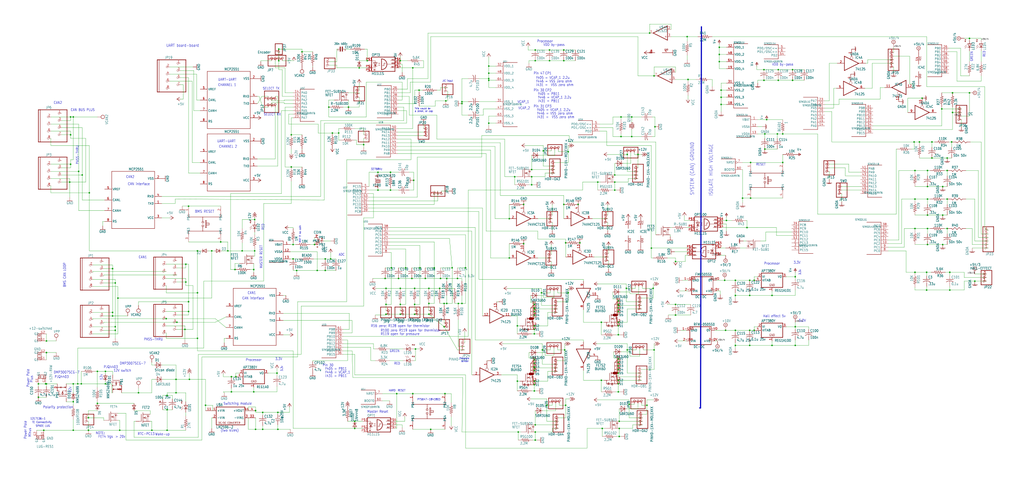
<source format=kicad_sch>
(kicad_sch (version 20250114) (generator "eeschema") (generator_version "9.0")
  (paper "User" 727.71 339.979)
  (text "PJQ4403" (at 38.735 269.24 0) (effects (font (size 1.778 1.5113)) (justify left bottom)))
  (text "VDD by-pass" (at 548.64 46.99 0) (effects (font (size 1.778 1.5113)) (justify left bottom)))
  (text "Minus" (at 22.225 311.15 90) (effects (font (size 1.778 1.5113)) (justify left bottom)))
  (text "This could be" (at 294.64 78.105 0) (effects (font (size 1.27 1.0795)) (justify left bottom)))
  (text "f405 = VCAP_1 2.2u" (at 381.635 79.375 0) (effects (font (size 1.778 1.5113)) (justify left bottom)))
  (text "R37 if no coin" (at 213.995 172.72 90) (effects (font (size 1.27 1.0795)) (justify left bottom)))
  (text "RED" (at 700.405 40.64 90) (effects (font (size 1.6764 1.4249)) (justify left bottom)))
  (text "a zener, or cap" (at 294.64 80.01 0) (effects (font (size 1.27 1.0795)) (justify left bottom)))
  (text "RED" (at 187.96 163.83 90) (effects (font (size 1.778 1.5113)) (justify left bottom)))
  (text "DMP3007SCG-7" (at 85.09 259.715 0) (effects (font (size 1.778 1.5113)) (justify left bottom)))
  (text "f405 = VCAP_1 2.2u" (at 381 56.515 0) (effects (font (size 1.778 1.5113)) (justify left bottom)))
  (text "f446 = VCAP_1 2.2u" (at 382.27 70.485 0) (effects (font (size 1.778 1.5113)) (justify left bottom)))
  (text "PTS647-1841803" (at 296.545 285.115 0) (effects (font (size 1.4224 1.209)) (justify left bottom)))
  (text "Processor" (at 381.635 30.48 0) (effects (font (size 1.778 1.5113)) (justify left bottom)))
  (text "SELECT TX" (at 186.69 64.135 0) (effects (font (size 1.778 1.5113)) (justify left bottom)))
  (text "Master Reset" (at 260.985 294.005 0) (effects (font (size 1.778 1.5113)) (justify left bottom)))
  (text "Processor" (at 174.625 257.175 0) (effects (font (size 1.778 1.5113)) (justify left bottom)))
  (text "1217136-1" (at 32.385 297.18 0) (effects (font (size 1.4224 1.209)) (justify right top)))
  (text "RESET" (at 282.575 278.765 0) (effects (font (size 1.4224 1.209)) (justify left bottom)))
  (text "l431 = PB11" (at 382.27 73.025 0) (effects (font (size 1.778 1.5113)) (justify left bottom)))
  (text "R100 zero R119 open for thermistor" (at 270.51 236.22 0) (effects (font (size 1.778 1.5113)) (justify left bottom)))
  (text "Pressure" (at 326.39 255.905 0) (effects (font (size 1.27 1.0795)) (justify left bottom)))
  (text "JIC input" (at 314.325 58.42 0) (effects (font (size 1.27 1.0795)) (justify left bottom)))
  (text "5.0V" (at 567.69 229.235 0) (effects (font (size 1.778 1.5113)) (justify left bottom)))
  (text "VDD by-pass" (at 386.08 33.02 0) (effects (font (size 1.778 1.5113)) (justify left bottom)))
  (text "Power Pole" (at 20.955 275.59 90) (effects (font (size 1.778 1.5113)) (justify left bottom)))
  (text "32768Hz" (at 263.525 121.285 0) (effects (font (size 1.4224 1.209)) (justify left bottom)))
  (text "FET4 Vgs" (at 69.85 311.785 0) (effects (font (size 1.778 1.5113)) (justify left bottom)))
  (text "R16 zero; R128 open for thermistor" (at 263.525 233.045 0) (effects (font (size 1.778 1.5113)) (justify left bottom)))
  (text "TE Connectivity" (at 36.83 299.72 0) (effects (font (size 1.4224 1.209)) (justify right top)))
  (text "CAN2" (at 89.535 127 0) (effects (font (size 1.778 1.5113)) (justify left bottom)))
  (text "f446 = VSS zero ohm" (at 381.635 81.915 0) (effects (font (size 1.778 1.5113)) (justify left bottom)))
  (text "CHANNEL 1" (at 154.94 61.595 0) (effects (font (size 1.778 1.5113)) (justify left bottom)))
  (text "SYSTEM (CAN) GROUND" (at 493.395 139.065 90) (effects (font (size 2.54 2.159)) (justify left bottom)))
  (text "CP3" (at 387.35 76.835 0) (effects (font (size 1.778 1.5113)) (justify left bottom)))
  (text "HARD" (at 276.225 278.765 0) (effects (font (size 1.4224 1.209)) (justify left bottom)))
  (text "DMP3007SCG-7" (at 38.1 266.065 0) (effects (font (size 1.778 1.5113)) (justify left bottom)))
  (text "CAN2" (at 38.1 74.295 0) (effects (font (size 1.778 1.5113)) (justify left bottom)))
  (text "RED" (at 280.035 259.715 0) (effects (font (size 1.6764 1.4249)) (justify left bottom)))
  (text "NOTE:" (at 67.945 309.245 0) (effects (font (size 1.778 1.5113)) (justify left bottom)))
  (text "l431 =  VSS zero ohm" (at 381 61.595 0) (effects (font (size 1.778 1.5113)) (justify left bottom)))
  (text "CP2" (at 387.35 65.405 0) (effects (font (size 1.778 1.5113)) (justify left bottom)))
  (text "CAN1" (at 175.895 209.55 0) (effects (font (size 1.778 1.5113)) (justify left bottom)))
  (text "f446 = VSS zero ohm" (at 381 59.055 0) (effects (font (size 1.778 1.5113)) (justify left bottom)))
  (text "Pin 30" (at 229.235 260.985 0) (effects (font (size 1.778 1.5113)) (justify left bottom)))
  (text "VCAP_2" (at 368.3 78.105 0) (effects (font (size 1.778 1.5113)) (justify left bottom)))
  (text "MASTER RESET" (at 186.69 191.135 90) (effects (font (size 1.778 1.5113)) (justify left bottom)))
  (text "R119 open for pressure" (at 270.51 238.76 0) (effects (font (size 1.778 1.5113)) (justify left bottom)))
  (text "(two sizes)" (at 156.845 307.34 0) (effects (font (size 1.778 1.5113)) (justify left bottom)))
  (text "RTC-PC13" (at 97.79 309.88 0) (effects (font (size 1.778 1.5113)) (justify left bottom)))
  (text "Pin 31" (at 379.095 76.835 0) (effects (font (size 1.778 1.5113)) (justify left bottom)))
  (text "CAN interface" (at 90.805 132.08 0) (effects (font (size 1.778 1.5113)) (justify left bottom)))
  (text "UART board-board" (at 118.11 33.655 0) (effects (font (size 1.9304 1.6408)) (justify left bottom)))
  (text "3.3V" (at 195.58 256.54 0) (effects (font (size 1.778 1.5113)) (justify left bottom)))
  (text "Polarity protection" (at 30.48 290.83 0) (effects (font (size 1.778 1.5113)) (justify left bottom)))
  (text "CHANNEL 2" (at 155.575 105.41 0) (effects (font (size 1.778 1.5113)) (justify left bottom)))
  (text "l431 = PB11" (at 231.14 268.605 0) (effects (font (size 1.778 1.5113)) (justify left bottom)))
  (text "f405 = PB11" (at 382.27 67.945 0) (effects (font (size 1.778 1.5113)) (justify left bottom)))
  (text "BMS RESET" (at 138.43 151.765 0) (effects (font (size 1.9304 1.6408)) (justify left bottom)))
  (text "Pin 47" (at 379.095 53.34 0) (effects (font (size 1.778 1.5113)) (justify left bottom)))
  (text "SELECT RX" (at 187.325 82.55 0) (effects (font (size 1.778 1.5113)) (justify left bottom)))
  (text "3.3V" (at 563.88 187.96 0) (effects (font (size 1.778 1.5113)) (justify left bottom)))
  (text "PJQ4403" (at 73.66 262.255 0) (effects (font (size 1.778 1.5113)) (justify left bottom)))
  (text "CAN interface" (at 172.085 213.36 0) (effects (font (size 1.778 1.5113)) (justify left bottom)))
  (text "UART-UART" (at 154.94 57.785 0) (effects (font (size 1.778 1.5113)) (justify left bottom)))
  (text "SPADE LUG" (at 35.56 302.26 0) (effects (font (size 1.4224 1.209)) (justify right top)))
  (text "12v" (at 73.025 270.51 90) (effects (font (size 1.778 1.5113)) (justify left bottom)))
  (text "sensor" (at 327.66 257.81 0) (effects (font (size 1.27 1.0795)) (justify left bottom)))
  (text "12v" (at 50.8 279.4 90) (effects (font (size 1.778 1.5113)) (justify left bottom)))
  (text "> 20v" (at 81.915 311.785 0) (effects (font (size 1.778 1.5113)) (justify left bottom)))
  (text "ISOLATE HIGH VOLTAGE" (at 506.73 139.7 90) (effects (font (size 2.54 2.159)) (justify left bottom)))
  (text "ADC" (at 240.665 182.245 0) (effects (font (size 1.6764 1.4249)) (justify left bottom)))
  (text "f446 = VCAP_1" (at 231.14 266.065 0) (effects (font (size 1.778 1.5113)) (justify left bottom)))
  (text "Plus" (at 23.495 272.415 90) (effects (font (size 1.778 1.5113)) (justify left bottom)))
  (text "UART-UART" (at 154.305 101.6 0) (effects (font (size 1.778 1.5113)) (justify left bottom)))
  (text "PASS-THRU" (at 102.235 242.57 0) (effects (font (size 1.778 1.5113)) (justify left bottom)))
  (text "VCAP_1" (at 367.665 73.66 0) (effects (font (size 1.778 1.5113)) (justify left bottom)))
  (text "CAN1" (at 98.425 184.15 0) (effects (font (size 1.778 1.5113)) (justify left bottom)))
  (text "Hall effect 5v" (at 542.29 226.06 0) (effects (font (size 1.778 1.5113)) (justify left bottom)))
  (text "Switching module" (at 158.75 288.29 0) (effects (font (size 1.778 1.5113)) (justify left bottom)))
  (text "l431 =  VSS zero ohm" (at 381.635 84.455 0) (effects (font (size 1.778 1.5113)) (justify left bottom)))
  (text "GREEN" (at 691.515 43.815 90) (effects (font (size 1.6764 1.4249)) (justify left bottom)))
  (text "Processor" (at 542.925 188.595 0) (effects (font (size 1.778 1.5113)) (justify left bottom)))
  (text "CP1" (at 387.35 53.34 0) (effects (font (size 1.778 1.5113)) (justify left bottom)))
  (text "PASS-THRU" (at 53.975 103.505 90) (effects (font (size 1.778 1.5113)) (justify right top)))
  (text "Wake-up" (at 120.65 307.975 0) (effects (font (size 1.778 1.5113)) (justify right top)))
  (text "BMS CAN LOOP" (at 46.99 204.47 90) (effects (font (size 1.778 1.5113)) (justify left bottom)))
  (text "3.3v" (at 567.69 191.77 90) (effects (font (size 1.4224 1.209)) (justify right top)))
  (text "Power Pole" (at 19.05 312.42 90) (effects (font (size 1.778 1.5113)) (justify left bottom)))
  (text "12V switch" (at 80.645 264.795 0) (effects (font (size 1.778 1.5113)) (justify left bottom)))
  (text "CAN BUS PLUS" (at 50.165 79.375 0) (effects (font (size 1.778 1.5113)) (justify left bottom)))
  (text "3.3v" (at 199.39 260.35 90) (effects (font (size 1.4224 1.209)) (justify right top)))
  (text "RESET" (at 537.21 118.11 0) (effects (font (size 1.778 1.5113)) (justify left bottom)))
  (text "f405 = PB11" (at 231.14 263.525 0) (effects (font (size 1.778 1.5113)) (justify left bottom)))
  (text "GREEN" (at 276.86 250.825 0) (effects (font (size 1.6764 1.4249)) (justify left bottom)))
  (text "Pin 30" (at 379.095 65.405 0) (effects (font (size 1.778 1.5113)) (justify left bottom)))
  (junction (at 403.86 107.95))
  (junction (at 55.88 121.92))
  (junction (at 32.385 273.05))
  (junction (at 234.95 184.15))
  (junction (at 379.73 271.145))
  (junction (at 197.485 293.37))
  (junction (at 181.61 305.435))
  (junction (at 544.83 85.09))
  (junction (at 565.15 196.85))
  (junction (at 167.005 191.77))
  (junction (at 207.01 95.885))
  (junction (at 512.445 74.295))
  (junction (at 361.95 155.575))
  (junction (at 180.34 191.77))
  (junction (at 650.24 121.285))
  (junction (at 522.605 210.185))
  (junction (at 293.37 280.035))
  (junction (at 208.28 184.15))
  (junction (at 308.61 190.5))
  (junction (at 448.945 97.155))
  (junction (at 81.915 232.41))
  (junction (at 653.415 100.965))
  (junction (at 247.65 76.2))
  (junction (at 436.88 129.54))
  (junction (at 464.82 248.92))
  (junction (at 347.345 57.15))
  (junction (at 673.1 112.395))
  (junction (at 140.335 240.665))
  (junction (at 439.42 265.43))
  (junction (at 465.455 90.17))
  (junction (at 445.77 248.92))
  (junction (at 295.275 248.285))
  (junction (at 412.115 172.72))
  (junction (at 312.42 205.105))
  (junction (at 31.115 306.07))
  (junction (at 315.595 215.9))
  (junction (at 532.765 210.185))
  (junction (at 27.305 273.05))
  (junction (at 379.73 258.445))
  (junction (at 380.365 35.56))
  (junction (at 284.48 216.535))
  (junction (at 533.4 115.57))
  (junction (at 131.445 234.315))
  (junction (at 317.5 215.9))
  (junction (at 388.62 288.29))
  (junction (at 236.22 94.615))
  (junction (at 33.02 242.57))
  (junction (at 659.13 173.99))
  (junction (at 196.85 265.43))
  (junction (at 186.69 293.37))
  (junction (at 252.095 304.8))
  (junction (at 316.23 280.035))
  (junction (at 277.495 135.255))
  (junction (at 197.485 305.435))
  (junction (at 515.62 234.95))
  (junction (at 156.845 172.085))
  (junction (at 673.1 141.605))
  (junction (at 512.445 64.135))
  (junction (at 225.425 192.405))
  (junction (at 436.88 124.46))
  (junction (at 650.24 193.675))
  (junction (at 439.42 217.17))
  (junction (at 80.01 224.79))
  (junction (at 380.365 43.18))
  (junction (at 50.165 95.885))
  (junction (at 306.07 305.435))
  (junction (at 367.665 231.775))
  (junction (at 516.255 156.845))
  (junction (at 386.08 107.315))
  (junction (at 273.685 198.12))
  (junction (at 379.73 255.905))
  (junction (at 50.165 83.185))
  (junction (at 662.305 112.395))
  (junction (at 186.69 305.435))
  (junction (at 649.605 100.965))
  (junction (at 180.975 178.435))
  (junction (at 512.445 69.215))
  (junction (at 125.73 229.235))
  (junction (at 673.1 121.285))
  (junction (at 464.82 53.975))
  (junction (at 676.275 100.965))
  (junction (at 214.63 36.83))
  (junction (at 400.685 43.18))
  (junction (at 283.21 198.12))
  (junction (at 655.32 69.85))
  (junction (at 325.12 198.12))
  (junction (at 379.73 260.985))
  (junction (at 231.14 184.15))
  (junction (at 427.355 270.51))
  (junction (at 535.94 234.95))
  (junction (at 281.94 280.035))
  (junction (at 676.91 66.04))
  (junction (at 401.32 248.92))
  (junction (at 659.13 162.56))
  (junction (at 650.24 141.605))
  (junction (at 676.91 80.01))
  (junction (at 439.42 221.615))
  (junction (at 532.765 234.95))
  (junction (at 384.81 208.28))
  (junction (at 548.64 210.185))
  (junction (at 180.34 278.765))
  (junction (at 548.64 245.745))
  (junction (at 543.56 106.045))
  (junction (at 427.99 304.8))
  (junction (at 298.45 190.5))
  (junction (at 556.26 95.25))
  (junction (at 445.135 205.105))
  (junction (at 69.215 264.16))
  (junction (at 379.73 231.775))
  (junction (at 167.64 267.97))
  (junction (at 379.73 219.71))
  (junction (at 125.095 269.875))
  (junction (at 380.365 302.26))
  (junction (at 553.085 57.15))
  (junction (at 231.14 192.405))
  (junction (at 85.09 306.07))
  (junction (at 80.01 222.25))
  (junction (at 439.42 255.27))
  (junction (at 316.865 71.755))
  (junction (at 379.73 261.62))
  (junction (at 379.73 237.49))
  (junction (at 532.765 245.745))
  (junction (at 368.3 307.34))
  (junction (at 365.76 125.73))
  (junction (at 164.465 267.97))
  (junction (at 260.985 43.18))
  (junction (at 424.815 129.54))
  (junction (at 688.975 27.305))
  (junction (at 440.055 299.72))
  (junction (at 198.12 34.925))
  (junction (at 140.335 208.28))
  (junction (at 379.73 263.525))
  (junction (at 50.165 116.84))
  (junction (at 132.08 187.96))
  (junction (at 692.785 200.025))
  (junction (at 440.055 304.8))
  (junction (at 440.055 310.515))
  (junction (at 62.865 306.07))
  (junction (at 255.27 48.26))
  (junction (at 302.26 198.12))
  (junction (at 81.915 234.95))
  (junction (at 673.1 162.56))
  (junction (at 317.5 198.12))
  (junction (at 377.825 125.73))
  (junction (at 304.8 223.52))
  (junction (at 347.345 55.88))
  (junction (at 522.605 245.745))
  (junction (at 63.5 137.16))
  (junction (at 52.07 273.05))
  (junction (at 223.52 173.99))
  (junction (at 361.95 183.515))
  (junction (at 62.865 297.18))
  (junction (at 511.175 43.815))
  (junction (at 164.465 278.765))
  (junction (at 542.925 57.15))
  (junction (at 662.305 100.965))
  (junction (at 69.215 287.02))
  (junction (at 150.495 178.435))
  (junction (at 535.94 199.39))
  (junction (at 325.755 215.9))
  (junction (at 380.365 313.055))
  (junction (at 480.06 186.055))
  (junction (at 294.64 205.105))
  (junction (at 675.005 193.675))
  (junction (at 439.42 229.235))
  (junction (at 511.175 38.735))
  (junction (at 401.955 288.29))
  (junction (at 372.11 145.415))
  (junction (at 277.495 122.555))
  (junction (at 532.765 199.39))
  (junction (at 80.01 191.135))
  (junction (at 118.745 291.465))
  (junction (at 436.88 135.255))
  (junction (at 274.32 223.52))
  (junction (at 268.605 122.555))
  (junction (at 313.055 198.12))
  (junction (at 367.665 271.145))
  (junction (at 543.56 95.25))
  (junction (at 49.53 129.54))
  (junction (at 330.835 190.5))
  (junction (at 563.245 49.53))
  (junction (at 439.42 238.125))
  (junction (at 379.73 278.13))
  (junction (at 240.665 94.615))
  (junction (at 372.11 173.355))
  (junction (at 480.06 216.535))
  (junction (at 74.93 273.05))
  (junction (at 439.42 216.535))
  (junction (at 659.13 141.605))
  (junction (at 297.815 64.135))
  (junction (at 293.37 48.26))
  (junction (at 146.05 288.29))
  (junction (at 565.15 232.41))
  (junction (at 52.07 306.07))
  (junction (at 107.95 306.07))
  (junction (at 390.525 35.56))
  (junction (at 328.295 73.66))
  (junction (at 441.325 97.155))
  (junction (at 118.745 281.305))
  (junction (at 304.8 205.105))
  (junction (at 172.085 178.435))
  (junction (at 480.06 224.155))
  (junction (at 294.64 223.52))
  (junction (at 410.845 145.415))
  (junction (at 347.345 46.99))
  (junction (at 530.86 161.925))
  (junction (at 439.42 219.075))
  (junction (at 52.07 285.75))
  (junction (at 284.48 43.18))
  (junction (at 133.985 214.63))
  (junction (at 379.73 234.315))
  (junction (at 542.925 49.53))
  (junction (at 459.74 288.29))
  (junction (at 439.42 270.51))
  (junction (at 556.26 115.57))
  (junction (at 55.245 273.05))
  (junction (at 527.685 140.97))
  (junction (at 563.245 57.15))
  (junction (at 565.15 245.745))
  (junction (at 439.42 231.775))
  (junction (at 125.095 279.4))
  (junction (at 379.73 224.155))
  (junction (at 328.295 72.39))
  (junction (at 439.42 260.35))
  (junction (at 488.95 56.515))
  (junction (at 161.925 178.435))
  (junction (at 208.28 173.99))
  (junction (at 274.32 205.105))
  (junction (at 439.42 213.995))
  (junction (at 284.48 205.105))
  (junction (at 52.07 83.185))
  (junction (at 462.915 176.53))
  (junction (at 447.04 287.655))
  (junction (at 522.605 199.39))
  (junction (at 268.605 135.255))
  (junction (at 294.64 216.535))
  (junction (at 328.295 215.9))
  (junction (at 233.68 76.2))
  (junction (at 181.61 292.1))
  (junction (at 658.495 206.375))
  (junction (at 439.42 262.89))
  (junction (at 669.29 77.47))
  (junction (at 658.495 193.675))
  (junction (at 33.02 250.825))
  (junction (at 514.985 199.39))
  (junction (at 659.13 121.285))
  (junction (at 140.335 178.435))
  (junction (at 400.685 145.415))
  (junction (at 669.925 153.035))
  (junction (at 439.42 273.05))
  (junction (at 522.605 234.95))
  (junction (at 27.305 282.575))
  (junction (at 379.73 273.685))
  (junction (at 134.62 269.875))
  (junction (at 448.945 83.185))
  (junction (at 669.925 173.99))
  (junction (at 439.42 278.765))
  (junction (at 347.345 52.07))
  (junction (at 33.02 273.05))
  (junction (at 403.86 208.28))
  (junction (at 98.425 279.4))
  (junction (at 292.735 198.12))
  (junction (at 58.42 124.46))
  (junction (at 390.525 43.18))
  (junction (at 83.82 212.09))
  (junction (at 288.29 190.5))
  (junction (at 304.8 215.9))
  (junction (at 207.01 118.745))
  (junction (at 57.785 273.05))
  (junction (at 552.45 95.25))
  (junction (at 180.975 156.21))
  (junction (at 461.645 23.495))
  (junction (at 274.32 216.535))
  (junction (at 315.595 232.41))
  (junction (at 379.73 219.075))
  (junction (at 118.11 226.695))
  (junction (at 294.005 128.27))
  (junction (at 427.355 229.235))
  (junction (at 198.12 43.18))
  (junction (at 380.365 307.34))
  (junction (at 675.005 206.375))
  (junction (at 133.985 146.685))
  (junction (at 659.13 132.715))
  (junction (at 441.325 83.185))
  (junction (at 464.185 205.105))
  (junction (at 488.315 26.035))
  (junction (at 659.13 153.035))
  (junction (at 278.13 190.5))
  (junction (at 284.48 223.52))
  (junction (at 74.93 264.16))
  (junction (at 132.08 200.66))
  (junction (at 533.4 140.97))
  (junction (at 650.24 162.56))
  (junction (at 258.445 102.87))
  (junction (at 553.085 49.53))
  (junction (at 347.345 87.63))
  (junction (at 377.825 131.445))
  (junction (at 252.095 299.72))
  (junction (at 688.975 66.04))
  (junction (at 81.915 201.295))
  (junction (at 400.685 35.56))
  (junction (at 401.955 172.72))
  (junction (at 511.175 33.655))
  (junction (at 377.825 120.65))
  (junction (at 385.445 248.92))
  (junction (at 379.73 221.615))
  (junction (at 379.73 216.535))
  (junction (at 321.31 190.5))
  (junction (at 453.39 109.855))
  (junction (at 118.745 306.07))
  (junction (at 669.925 132.715))
  (junction (at 210.82 192.405))
  (junction (at 133.985 221.615))
  (junction (at 439.42 257.81))
  (junction (at 445.77 109.855))
  (wire (pts (xy 263.525 247.015) (xy 263.525 256.54)) (stroke (width 0.1524)))
  (wire (pts (xy 650.24 132.715) (xy 659.13 132.715)) (stroke (width 0.1524)))
  (wire (pts (xy 351.79 155.575) (xy 361.95 155.575)) (stroke (width 0.1524)))
  (wire (pts (xy 353.06 214.63) (xy 354.33 214.63)) (stroke (width 0.1524)))
  (wire (pts (xy 81.915 240.665) (xy 81.915 234.95)) (stroke (width 0.1524)))
  (wire (pts (xy 367.665 271.145) (xy 367.665 278.13)) (stroke (width 0.1524)))
  (wire (pts (xy 685.165 197.485) (xy 685.165 193.675)) (stroke (width 0.1524)))
  (polyline (pts (xy 497.84 290.195) (xy 498.475 19.05)) (stroke (width 0.8128) (type solid)))
  (wire (pts (xy 159.385 240.665) (xy 160.655 240.665)) (stroke (width 0.1524)))
  (wire (pts (xy 574.675 245.745) (xy 574.675 241.935)) (stroke (width 0.1524)))
  (wire (pts (xy 293.37 280.035) (xy 316.23 280.035)) (stroke (width 0.1524)))
  (wire (pts (xy 234.95 184.15) (xy 238.76 184.15)) (stroke (width 0.1524)))
  (wire (pts (xy 445.135 214.63) (xy 445.135 205.105)) (stroke (width 0.1524)))
  (wire (pts (xy 615.315 45.085) (xy 616.585 45.085)) (stroke (width 0.1524)))
  (wire (pts (xy 325.755 215.9) (xy 323.215 215.9)) (stroke (width 0.1524)))
  (wire (pts (xy 488.95 56.515) (xy 488.95 57.785)) (stroke (width 0.1524)))
  (wire (pts (xy 669.29 76.2) (xy 669.29 77.47)) (stroke (width 0.1524)))
  (wire (pts (xy 186.69 295.275) (xy 186.69 293.37)) (stroke (width 0.1524)))
  (wire (pts (xy 379.73 263.525) (xy 379.73 266.065)) (stroke (width 0.1524)))
  (wire (pts (xy 603.25 116.84) (xy 589.28 116.84)) (stroke (width 0.1524)))
  (wire (pts (xy 208.28 71.12) (xy 201.93 71.12)) (stroke (width 0.1524)))
  (wire (pts (xy 180.34 278.765) (xy 196.85 278.765)) (stroke (width 0.1524)))
  (wire (pts (xy 352.425 87.63) (xy 347.345 87.63)) (stroke (width 0.1524)))
  (wire (pts (xy 565.15 196.85) (xy 565.15 198.755)) (stroke (width 0.1524)))
  (wire (pts (xy 62.865 299.72) (xy 62.865 306.07)) (stroke (width 0.1524)))
  (wire (pts (xy 328.295 215.9) (xy 330.835 215.9)) (stroke (width 0.1524)))
  (wire (pts (xy 312.42 205.105) (xy 323.215 205.105)) (stroke (width 0.1524)))
  (wire (pts (xy 352.425 46.99) (xy 347.345 46.99)) (stroke (width 0.1524)))
  (wire (pts (xy 440.055 290.83) (xy 440.055 299.72)) (stroke (width 0.1524)))
  (wire (pts (xy 504.825 56.515) (xy 506.095 56.515)) (stroke (width 0.1524)))
  (wire (pts (xy 79.375 279.4) (xy 80.01 279.4)) (stroke (width 0.1524)))
  (wire (pts (xy 321.31 215.9) (xy 321.31 190.5)) (stroke (width 0.1524)))
  (wire (pts (xy 172.085 156.21) (xy 180.975 156.21)) (stroke (width 0.1524)))
  (wire (pts (xy 581.025 152.4) (xy 636.905 152.4)) (stroke (width 0.1524)))
  (wire (pts (xy 682.625 34.29) (xy 682.625 53.975)) (stroke (width 0.1524)))
  (wire (pts (xy 167.64 265.43) (xy 167.64 267.97)) (stroke (width 0.1524)))
  (wire (pts (xy 438.15 310.515) (xy 440.055 310.515)) (stroke (width 0.1524)))
  (wire (pts (xy 445.135 290.83) (xy 453.39 290.83)) (stroke (width 0.1524)))
  (wire (pts (xy 662.305 100.965) (xy 653.415 100.965)) (stroke (width 0.1524)))
  (wire (pts (xy 462.915 183.515) (xy 462.915 176.53)) (stroke (width 0.1524)))
  (wire (pts (xy 282.575 109.22) (xy 345.44 109.22)) (stroke (width 0.1524)))
  (wire (pts (xy 152.4 178.435) (xy 150.495 178.435)) (stroke (width 0.1524)))
  (wire (pts (xy 260.985 34.925) (xy 260.985 43.18)) (stroke (width 0.1524)))
  (wire (pts (xy 522.605 210.185) (xy 522.605 212.09)) (stroke (width 0.1524)))
  (wire (pts (xy 403.86 214.63) (xy 396.24 214.63)) (stroke (width 0.1524)))
  (wire (pts (xy 506.095 56.515) (xy 506.095 61.595)) (stroke (width 0.1524)))
  (wire (pts (xy 69.215 292.1) (xy 62.865 292.1)) (stroke (width 0.1524)))
  (wire (pts (xy 401.955 288.29) (xy 401.955 297.18)) (stroke (width 0.1524)))
  (wire (pts (xy 161.925 178.435) (xy 157.48 178.435)) (stroke (width 0.1524)))
  (wire (pts (xy 375.285 35.56) (xy 380.365 35.56)) (stroke (width 0.1524)))
  (wire (pts (xy 649.605 100.965) (xy 653.415 100.965)) (stroke (width 0.1524)))
  (wire (pts (xy 396.24 207.01) (xy 396.24 208.28)) (stroke (width 0.1524)))
  (wire (pts (xy 36.195 93.345) (xy 50.165 93.345)) (stroke (width 0.1524)))
  (wire (pts (xy 328.295 210.185) (xy 328.295 215.9)) (stroke (width 0.1524)))
  (wire (pts (xy 342.9 147.955) (xy 342.9 224.79)) (stroke (width 0.1524)))
  (wire (pts (xy 118.11 187.96) (xy 132.08 187.96)) (stroke (width 0.1524)))
  (wire (pts (xy 440.69 207.645) (xy 447.675 207.645)) (stroke (width 0.1524)))
  (wire (pts (xy 439.42 213.995) (xy 439.42 216.535)) (stroke (width 0.1524)))
  (wire (pts (xy 320.675 280.035) (xy 320.675 286.385)) (stroke (width 0.1524)))
  (wire (pts (xy 330.835 167.005) (xy 276.86 167.005)) (stroke (width 0.1524)))
  (wire (pts (xy 118.745 306.07) (xy 132.08 306.07)) (stroke (width 0.1524)))
  (wire (pts (xy 180.975 178.435) (xy 172.085 178.435)) (stroke (width 0.1524)))
  (wire (pts (xy 262.255 122.555) (xy 262.255 132.715)) (stroke (width 0.1524)))
  (wire (pts (xy 586.105 79.375) (xy 591.185 79.375)) (stroke (width 0.1524)))
  (wire (pts (xy 387.35 252.73) (xy 393.7 252.73)) (stroke (width 0.1524)))
  (wire (pts (xy 238.76 184.15) (xy 238.76 184.785)) (stroke (width 0.1524)))
  (wire (pts (xy 132.08 295.91) (xy 132.08 293.37)) (stroke (width 0.1524)))
  (wire (pts (xy 328.295 198.12) (xy 328.295 200.025)) (stroke (width 0.1524)))
  (wire (pts (xy 125.73 234.315) (xy 131.445 234.315)) (stroke (width 0.1524)))
  (wire (pts (xy 315.595 232.41) (xy 325.12 248.92)) (stroke (width 0.1524)))
  (wire (pts (xy 80.01 224.79) (xy 80.01 222.25)) (stroke (width 0.1524)))
  (wire (pts (xy 156.845 172.085) (xy 161.925 172.085)) (stroke (width 0.1524)))
  (wire (pts (xy 208.28 161.925) (xy 208.28 162.56)) (stroke (width 0.1524)))
  (wire (pts (xy 369.57 271.145) (xy 367.665 271.145)) (stroke (width 0.1524)))
  (wire (pts (xy 46.99 273.05) (xy 52.07 273.05)) (stroke (width 0.1524)))
  (wire (pts (xy 542.925 57.15) (xy 553.085 57.15)) (stroke (width 0.1524)))
  (wire (pts (xy 200.66 43.18) (xy 208.915 43.18)) (stroke (width 0.1524)))
  (wire (pts (xy 441.325 95.25) (xy 441.325 97.155)) (stroke (width 0.1524)))
  (wire (pts (xy 282.575 104.14) (xy 351.79 104.14)) (stroke (width 0.1524)))
  (wire (pts (xy 319.405 169.545) (xy 276.86 169.545)) (stroke (width 0.1524)))
  (wire (pts (xy 490.22 156.845) (xy 486.41 156.845)) (stroke (width 0.1524)))
  (wire (pts (xy 136.525 115.57) (xy 136.525 57.785)) (stroke (width 0.1524)))
  (wire (pts (xy 265.43 137.795) (xy 265.43 154.94)) (stroke (width 0.1524)))
  (wire (pts (xy 288.925 87.63) (xy 230.505 87.63)) (stroke (width 0.1524)))
  (wire (pts (xy 66.04 226.695) (xy 66.04 227.33)) (stroke (width 0.1524)))
  (wire (pts (xy 431.8 109.855) (xy 445.77 109.855)) (stroke (width 0.1524)))
  (wire (pts (xy 36.195 88.265) (xy 55.88 88.265)) (stroke (width 0.1524)))
  (wire (pts (xy 125.73 229.235) (xy 73.66 229.235)) (stroke (width 0.1524)))
  (wire (pts (xy 115.57 281.305) (xy 118.745 281.305)) (stroke (width 0.1524)))
  (wire (pts (xy 95.25 287.02) (xy 69.215 287.02)) (stroke (width 0.1524)))
  (wire (pts (xy 118.745 281.305) (xy 118.745 279.4)) (stroke (width 0.1524)))
  (wire (pts (xy 390.525 35.56) (xy 400.685 35.56)) (stroke (width 0.1524)))
  (wire (pts (xy 456.565 297.18) (xy 447.04 297.18)) (stroke (width 0.1524)))
  (wire (pts (xy 379.73 215.265) (xy 377.19 215.265)) (stroke (width 0.1524)))
  (wire (pts (xy 394.335 123.19) (xy 387.35 123.19)) (stroke (width 0.1524)))
  (wire (pts (xy 230.505 142.24) (xy 124.46 141.605)) (stroke (width 0.1524)))
  (wire (pts (xy 306.07 305.435) (xy 316.23 305.435)) (stroke (width 0.1524)))
  (wire (pts (xy 466.09 100.965) (xy 466.09 167.005)) (stroke (width 0.1524)))
  (wire (pts (xy 283.21 68.58) (xy 290.83 68.58)) (stroke (width 0.1524)))
  (wire (pts (xy 294.005 128.27) (xy 294.005 122.555)) (stroke (width 0.1524)))
  (wire (pts (xy 422.275 182.88) (xy 432.435 182.88)) (stroke (width 0.1524)))
  (wire (pts (xy 300.99 48.26) (xy 300.99 43.18)) (stroke (width 0.1524)))
  (wire (pts (xy 252.095 266.7) (xy 330.835 266.7)) (stroke (width 0.1524)))
  (wire (pts (xy 512.445 74.295) (xy 512.445 79.375)) (stroke (width 0.1524)))
  (wire (pts (xy 208.28 81.28) (xy 205.105 81.28)) (stroke (width 0.1524)))
  (wire (pts (xy 201.93 71.755) (xy 193.04 71.755)) (stroke (width 0.1524)))
  (wire (pts (xy 440.055 310.515) (xy 440.055 304.8)) (stroke (width 0.1524)))
  (wire (pts (xy 429.895 304.8) (xy 427.99 304.8)) (stroke (width 0.1524)))
  (wire (pts (xy 167.005 191.77) (xy 167.005 187.325)) (stroke (width 0.1524)))
  (wire (pts (xy 115.57 291.465) (xy 118.745 291.465)) (stroke (width 0.1524)))
  (wire (pts (xy 248.285 222.885) (xy 248.285 234.315)) (stroke (width 0.1524)))
  (wire (pts (xy 118.11 226.695) (xy 66.04 226.695)) (stroke (width 0.1524)))
  (wire (pts (xy 462.915 103.505) (xy 462.915 176.53)) (stroke (width 0.1524)))
  (wire (pts (xy 230.505 87.63) (xy 230.505 142.24)) (stroke (width 0.1524)))
  (wire (pts (xy 255.27 66.04) (xy 255.27 66.675)) (stroke (width 0.1524)))
  (wire (pts (xy 294.64 223.52) (xy 304.8 223.52)) (stroke (width 0.1524)))
  (wire (pts (xy 591.185 100.965) (xy 649.605 100.965)) (stroke (width 0.1524)))
  (wire (pts (xy 177.8 191.77) (xy 180.34 191.77)) (stroke (width 0.1524)))
  (wire (pts (xy 107.95 279.4) (xy 107.95 269.875)) (stroke (width 0.1524)))
  (wire (pts (xy 172.085 178.435) (xy 172.085 172.72)) (stroke (width 0.1524)))
  (wire (pts (xy 445.77 229.235) (xy 439.42 229.235)) (stroke (width 0.1524)))
  (wire (pts (xy 400.685 35.56) (xy 408.94 35.56)) (stroke (width 0.1524)))
  (wire (pts (xy 146.05 292.1) (xy 146.05 288.29)) (stroke (width 0.1524)))
  (wire (pts (xy 382.27 210.185) (xy 386.08 210.185)) (stroke (width 0.1524)))
  (wire (pts (xy 450.85 109.855) (xy 453.39 109.855)) (stroke (width 0.1524)))
  (wire (pts (xy 69.215 275.59) (xy 69.215 264.16)) (stroke (width 0.1524)))
  (wire (pts (xy 277.495 122.555) (xy 268.605 122.555)) (stroke (width 0.1524)))
  (wire (pts (xy 379.73 224.155) (xy 379.73 221.615)) (stroke (width 0.1524)))
  (wire (pts (xy 50.165 116.84) (xy 50.165 113.665)) (stroke (width 0.1524)))
  (wire (pts (xy 304.8 205.105) (xy 312.42 205.105)) (stroke (width 0.1524)))
  (wire (pts (xy 240.665 91.44) (xy 240.665 94.615)) (stroke (width 0.1524)))
  (wire (pts (xy 477.52 161.925) (xy 476.25 161.925)) (stroke (width 0.1524)))
  (wire (pts (xy 552.45 95.25) (xy 543.56 95.25)) (stroke (width 0.1524)))
  (wire (pts (xy 293.37 305.435) (xy 306.07 305.435)) (stroke (width 0.1524)))
  (wire (pts (xy 465.455 83.185) (xy 465.455 90.17)) (stroke (width 0.1524)))
  (wire (pts (xy 384.81 217.17) (xy 384.81 208.28)) (stroke (width 0.1524)))
  (wire (pts (xy 50.165 95.885) (xy 50.165 98.425)) (stroke (width 0.1524)))
  (wire (pts (xy 385.445 248.92) (xy 385.445 244.475)) (stroke (width 0.1524)))
  (wire (pts (xy 455.93 214.63) (xy 445.135 214.63)) (stroke (width 0.1524)))
  (wire (pts (xy 266.7 224.155) (xy 274.32 224.155)) (stroke (width 0.1524)))
  (wire (pts (xy 447.04 297.18) (xy 447.04 287.655)) (stroke (width 0.1524)))
  (wire (pts (xy 439.42 254.635) (xy 436.245 254.635)) (stroke (width 0.1524)))
  (wire (pts (xy 243.84 244.475) (xy 265.43 244.475)) (stroke (width 0.1524)))
  (wire (pts (xy 488.315 26.035) (xy 488.315 29.21)) (stroke (width 0.1524)))
  (wire (pts (xy 133.985 214.63) (xy 133.985 187.96)) (stroke (width 0.1524)))
  (wire (pts (xy 347.345 40.64) (xy 347.345 46.99)) (stroke (width 0.1524)))
  (wire (pts (xy 386.08 107.315) (xy 386.08 103.505)) (stroke (width 0.1524)))
  (wire (pts (xy 453.39 109.855) (xy 453.39 119.38)) (stroke (width 0.1524)))
  (wire (pts (xy 451.485 203.835) (xy 451.485 205.105)) (stroke (width 0.1524)))
  (wire (pts (xy 206.375 179.07) (xy 225.425 179.07)) (stroke (width 0.1524)))
  (wire (pts (xy 537.845 49.53) (xy 542.925 49.53)) (stroke (width 0.1524)))
  (wire (pts (xy 511.81 207.01) (xy 511.81 209.55)) (stroke (width 0.1524)))
  (wire (pts (xy 58.42 142.24) (xy 74.295 142.24)) (stroke (width 0.1524)))
  (wire (pts (xy 289.56 63.5) (xy 289.56 55.88)) (stroke (width 0.1524)))
  (wire (pts (xy 447.675 207.645) (xy 447.675 208.915)) (stroke (width 0.1524)))
  (wire (pts (xy 208.28 173.99) (xy 210.185 173.99)) (stroke (width 0.1524)))
  (wire (pts (xy 441.325 250.19) (xy 447.675 250.19)) (stroke (width 0.1524)))
  (wire (pts (xy 646.43 59.69) (xy 648.97 59.69)) (stroke (width 0.1524)))
  (wire (pts (xy 464.82 47.625) (xy 464.82 53.975)) (stroke (width 0.1524)))
  (wire (pts (xy 393.7 211.455) (xy 393.7 207.01)) (stroke (width 0.1524)))
  (wire (pts (xy 435.61 212.725) (xy 435.61 207.645)) (stroke (width 0.1524)))
  (wire (pts (xy 125.095 269.875) (xy 115.57 269.875)) (stroke (width 0.1524)))
  (wire (pts (xy 659.13 153.035) (xy 669.925 153.035)) (stroke (width 0.1524)))
  (wire (pts (xy 403.86 208.28) (xy 403.86 214.63)) (stroke (width 0.1524)))
  (wire (pts (xy 401.32 248.92) (xy 401.32 256.54)) (stroke (width 0.1524)))
  (wire (pts (xy 36.195 137.16) (xy 36.195 132.08)) (stroke (width 0.1524)))
  (wire (pts (xy 265.43 248.285) (xy 266.7 248.285)) (stroke (width 0.1524)))
  (wire (pts (xy 295.275 248.285) (xy 297.815 248.285)) (stroke (width 0.1524)))
  (wire (pts (xy 426.72 129.54) (xy 424.815 129.54)) (stroke (width 0.1524)))
  (wire (pts (xy 258.445 217.805) (xy 213.995 217.805)) (stroke (width 0.1524)))
  (wire (pts (xy 315.595 215.9) (xy 312.42 215.9)) (stroke (width 0.1524)))
  (wire (pts (xy 153.035 229.235) (xy 160.655 225.425)) (stroke (width 0.1524)))
  (wire (pts (xy 43.815 129.54) (xy 49.53 129.54)) (stroke (width 0.1524)))
  (wire (pts (xy 488.95 179.07) (xy 479.425 179.07)) (stroke (width 0.1524)))
  (wire (pts (xy 396.24 217.17) (xy 384.81 217.17)) (stroke (width 0.1524)))
  (wire (pts (xy 516.255 38.735) (xy 511.175 38.735)) (stroke (width 0.1524)))
  (wire (pts (xy 197.485 118.11) (xy 197.485 68.58)) (stroke (width 0.1524)))
  (wire (pts (xy 673.1 125.095) (xy 673.1 121.285)) (stroke (width 0.1524)))
  (wire (pts (xy 208.28 184.15) (xy 212.725 184.15)) (stroke (width 0.1524)))
  (wire (pts (xy 548.64 245.745) (xy 565.15 245.745)) (stroke (width 0.1524)))
  (wire (pts (xy 225.425 192.405) (xy 210.82 192.405)) (stroke (width 0.1524)))
  (wire (pts (xy 297.815 75.565) (xy 309.245 75.565)) (stroke (width 0.1524)))
  (wire (pts (xy 302.26 198.12) (xy 313.055 198.12)) (stroke (width 0.1524)))
  (wire (pts (xy 262.255 142.875) (xy 311.15 142.875)) (stroke (width 0.1524)))
  (wire (pts (xy 565.15 245.745) (xy 574.675 245.745)) (stroke (width 0.1524)))
  (wire (pts (xy 474.345 216.535) (xy 480.06 216.535)) (stroke (width 0.1524)))
  (wire (pts (xy 616.585 42.545) (xy 635 42.545)) (stroke (width 0.1524)))
  (wire (pts (xy 243.84 247.015) (xy 263.525 247.015)) (stroke (width 0.1524)))
  (wire (pts (xy 553.085 57.15) (xy 563.245 57.15)) (stroke (width 0.1524)))
  (wire (pts (xy 563.245 57.15) (xy 571.5 57.15)) (stroke (width 0.1524)))
  (wire (pts (xy 650.24 121.285) (xy 650.24 122.555)) (stroke (width 0.1524)))
  (wire (pts (xy 483.235 207.01) (xy 488.95 207.01)) (stroke (width 0.1524)))
  (wire (pts (xy 538.48 196.85) (xy 535.94 196.85)) (stroke (width 0.1524)))
  (wire (pts (xy 89.535 294.005) (xy 89.535 313.055)) (stroke (width 0.1524)))
  (wire (pts (xy 258.445 91.44) (xy 258.445 95.885)) (stroke (width 0.1524)))
  (wire (pts (xy 538.48 57.15) (xy 542.925 57.15)) (stroke (width 0.1524)))
  (wire (pts (xy 514.985 199.39) (xy 522.605 199.39)) (stroke (width 0.1524)))
  (wire (pts (xy 400.685 145.415) (xy 400.685 155.575)) (stroke (width 0.1524)))
  (wire (pts (xy 465.455 90.17) (xy 465.455 97.155)) (stroke (width 0.1524)))
  (wire (pts (xy 79.375 273.05) (xy 79.375 279.4)) (stroke (width 0.1524)))
  (wire (pts (xy 380.365 307.34) (xy 392.43 307.34)) (stroke (width 0.1524)))
  (wire (pts (xy 669.29 89.535) (xy 669.29 77.47)) (stroke (width 0.1524)))
  (wire (pts (xy 659.13 145.415) (xy 659.13 141.605)) (stroke (width 0.1524)))
  (wire (pts (xy 640.715 173.355) (xy 640.715 141.605)) (stroke (width 0.1524)))
  (wire (pts (xy 389.255 264.16) (xy 389.255 271.145)) (stroke (width 0.1524)))
  (wire (pts (xy 214.63 36.83) (xy 222.25 36.83)) (stroke (width 0.1524)))
  (wire (pts (xy 137.795 50.165) (xy 128.27 50.165)) (stroke (width 0.1524)))
  (wire (pts (xy 239.395 43.815) (xy 239.395 34.925)) (stroke (width 0.1524)))
  (wire (pts (xy 403.86 205.105) (xy 403.86 208.28)) (stroke (width 0.1524)))
  (wire (pts (xy 304.165 23.495) (xy 461.645 23.495)) (stroke (width 0.1524)))
  (wire (pts (xy 276.86 248.285) (xy 286.385 248.285)) (stroke (width 0.1524)))
  (wire (pts (xy 33.02 242.57) (xy 40.005 242.57)) (stroke (width 0.1524)))
  (wire (pts (xy 316.865 71.755) (xy 318.135 71.755)) (stroke (width 0.1524)))
  (wire (pts (xy 515.62 234.95) (xy 508 234.95)) (stroke (width 0.1524)))
  (wire (pts (xy 393.7 252.73) (xy 393.7 247.65)) (stroke (width 0.1524)))
  (wire (pts (xy 432.435 174.625) (xy 432.435 180.34)) (stroke (width 0.1524)))
  (wire (pts (xy 233.68 76.2) (xy 233.68 71.12)) (stroke (width 0.1524)))
  (wire (pts (xy 455.93 97.155) (xy 448.945 97.155)) (stroke (width 0.1524)))
  (wire (pts (xy 252.095 91.44) (xy 258.445 91.44)) (stroke (width 0.1524)))
  (wire (pts (xy 288.29 216.535) (xy 288.29 190.5)) (stroke (width 0.1524)))
  (wire (pts (xy 208.28 249.555) (xy 140.335 249.555)) (stroke (width 0.1524)))
  (wire (pts (xy 234.95 179.705) (xy 234.95 184.15)) (stroke (width 0.1524)))
  (wire (pts (xy 159.385 279.4) (xy 158.75 278.765)) (stroke (width 0.1524)))
  (wire (pts (xy 379.73 260.985) (xy 379.73 261.62)) (stroke (width 0.1524)))
  (wire (pts (xy 180.975 156.21) (xy 180.975 154.94)) (stroke (width 0.1524)))
  (wire (pts (xy 193.04 73.025) (xy 193.04 76.2)) (stroke (width 0.1524)))
  (wire (pts (xy 453.39 26.035) (xy 453.39 53.975)) (stroke (width 0.1524)))
  (wire (pts (xy 403.86 107.95) (xy 403.86 115.57)) (stroke (width 0.1524)))
  (wire (pts (xy 382.27 155.575) (xy 392.43 155.575)) (stroke (width 0.1524)))
  (wire (pts (xy 225.425 179.07) (xy 225.425 192.405)) (stroke (width 0.1524)))
  (wire (pts (xy 511.175 43.815) (xy 511.175 48.895)) (stroke (width 0.1524)))
  (wire (pts (xy 655.32 69.85) (xy 645.16 69.85)) (stroke (width 0.1524)))
  (wire (pts (xy 281.94 304.8) (xy 281.94 280.035)) (stroke (width 0.1524)))
  (wire (pts (xy 268.605 123.825) (xy 268.605 122.555)) (stroke (width 0.1524)))
  (wire (pts (xy 316.23 280.035) (xy 320.675 280.035)) (stroke (width 0.1524)))
  (wire (pts (xy 565.15 193.675) (xy 565.15 196.85)) (stroke (width 0.1524)))
  (wire (pts (xy 669.925 173.99) (xy 673.1 173.99)) (stroke (width 0.1524)))
  (wire (pts (xy 650.24 162.56) (xy 650.24 163.83)) (stroke (width 0.1524)))
  (wire (pts (xy 675.005 206.375) (xy 685.165 206.375)) (stroke (width 0.1524)))
  (wire (pts (xy 246.38 113.665) (xy 246.38 214.63)) (stroke (width 0.1524)))
  (wire (pts (xy 697.23 27.305) (xy 688.975 27.305)) (stroke (width 0.1524)))
  (wire (pts (xy 52.07 298.45) (xy 52.07 306.07)) (stroke (width 0.1524)))
  (wire (pts (xy 385.445 244.475) (xy 357.505 244.475)) (stroke (width 0.1524)))
  (wire (pts (xy 290.83 68.58) (xy 290.83 81.915)) (stroke (width 0.1524)))
  (wire (pts (xy 436.88 135.255) (xy 438.15 135.255)) (stroke (width 0.1524)))
  (wire (pts (xy 340.36 81.915) (xy 343.535 81.915)) (stroke (width 0.1524)))
  (wire (pts (xy 445.77 265.43) (xy 445.77 248.92)) (stroke (width 0.1524)))
  (wire (pts (xy 181.61 289.56) (xy 181.61 292.1)) (stroke (width 0.1524)))
  (wire (pts (xy 137.16 234.315) (xy 137.16 203.2)) (stroke (width 0.1524)))
  (wire (pts (xy 205.74 289.56) (xy 205.74 293.37)) (stroke (width 0.1524)))
  (wire (pts (xy 164.465 278.765) (xy 180.34 278.765)) (stroke (width 0.1524)))
  (wire (pts (xy 358.775 125.73) (xy 358.775 99.06)) (stroke (width 0.1524)))
  (wire (pts (xy 659.13 132.715) (xy 669.925 132.715)) (stroke (width 0.1524)))
  (wire (pts (xy 461.645 17.145) (xy 461.645 23.495)) (stroke (width 0.1524)))
  (wire (pts (xy 403.86 115.57) (xy 394.335 115.57)) (stroke (width 0.1524)))
  (wire (pts (xy 390.525 43.18) (xy 400.685 43.18)) (stroke (width 0.1524)))
  (wire (pts (xy 193.04 71.755) (xy 193.04 68.58)) (stroke (width 0.1524)))
  (wire (pts (xy 431.165 93.345) (xy 431.165 103.505)) (stroke (width 0.1524)))
  (wire (pts (xy 488.315 26.035) (xy 476.885 26.035)) (stroke (width 0.1524)))
  (wire (pts (xy 440.055 310.515) (xy 441.325 310.515)) (stroke (width 0.1524)))
  (wire (pts (xy 240.665 99.695) (xy 241.935 99.695)) (stroke (width 0.1524)))
  (wire (pts (xy 337.82 161.925) (xy 337.82 241.935)) (stroke (width 0.1524)))
  (wire (pts (xy 313.055 198.12) (xy 317.5 198.12)) (stroke (width 0.1524)))
  (wire (pts (xy 325.12 198.12) (xy 328.295 198.12)) (stroke (width 0.1524)))
  (wire (pts (xy 150.495 212.09) (xy 83.82 212.09)) (stroke (width 0.1524)))
  (wire (pts (xy 50.165 85.725) (xy 50.165 83.185)) (stroke (width 0.1524)))
  (wire (pts (xy 62.865 297.18) (xy 73.66 297.18)) (stroke (width 0.1524)))
  (wire (pts (xy 522.605 245.745) (xy 522.605 247.65)) (stroke (width 0.1524)))
  (wire (pts (xy 448.945 86.995) (xy 448.945 83.185)) (stroke (width 0.1524)))
  (wire (pts (xy 697.23 43.815) (xy 697.23 36.195)) (stroke (width 0.1524)))
  (wire (pts (xy 675.005 203.835) (xy 675.005 206.375)) (stroke (width 0.1524)))
  (wire (pts (xy 673.735 141.605) (xy 673.1 141.605)) (stroke (width 0.1524)))
  (wire (pts (xy 543.56 95.25) (xy 538.48 95.25)) (stroke (width 0.1524)))
  (wire (pts (xy 283.21 78.74) (xy 288.925 78.74)) (stroke (width 0.1524)))
  (wire (pts (xy 516.255 159.385) (xy 516.255 164.465)) (stroke (width 0.1524)))
  (wire (pts (xy 516.255 59.055) (xy 512.445 59.055)) (stroke (width 0.1524)))
  (wire (pts (xy 81.915 201.295) (xy 73.66 201.295)) (stroke (width 0.1524)))
  (wire (pts (xy 404.495 96.52) (xy 404.495 100.965)) (stroke (width 0.1524)))
  (wire (pts (xy 197.485 305.435) (xy 206.375 305.435)) (stroke (width 0.1524)))
  (wire (pts (xy 298.45 190.5) (xy 298.45 174.625)) (stroke (width 0.1524)))
  (wire (pts (xy 375.92 43.18) (xy 380.365 43.18)) (stroke (width 0.1524)))
  (wire (pts (xy 330.2 236.22) (xy 330.2 243.84)) (stroke (width 0.1524)))
  (wire (pts (xy 511.175 33.655) (xy 511.175 38.735)) (stroke (width 0.1524)))
  (wire (pts (xy 380.365 43.18) (xy 390.525 43.18)) (stroke (width 0.1524)))
  (wire (pts (xy 36.195 103.505) (xy 63.5 103.505)) (stroke (width 0.1524)))
  (wire (pts (xy 291.465 58.42) (xy 306.07 58.42)) (stroke (width 0.1524)))
  (wire (pts (xy 201.93 73.66) (xy 201.93 73.025)) (stroke (width 0.1524)))
  (wire (pts (xy 284.48 223.52) (xy 294.64 223.52)) (stroke (width 0.1524)))
  (wire (pts (xy 247.015 299.72) (xy 252.095 299.72)) (stroke (width 0.1524)))
  (wire (pts (xy 381.635 250.825) (xy 387.35 250.825)) (stroke (width 0.1524)))
  (wire (pts (xy 343.535 77.47) (xy 352.425 77.47)) (stroke (width 0.1524)))
  (wire (pts (xy 227.965 85.725) (xy 287.02 85.725)) (stroke (width 0.1524)))
  (wire (pts (xy 298.45 174.625) (xy 276.86 174.625)) (stroke (width 0.1524)))
  (wire (pts (xy 379.73 278.13) (xy 381 278.13)) (stroke (width 0.1524)))
  (wire (pts (xy 535.94 232.41) (xy 535.94 234.95)) (stroke (width 0.1524)))
  (wire (pts (xy 231.14 184.15) (xy 234.95 184.15)) (stroke (width 0.1524)))
  (wire (pts (xy 292.735 198.12) (xy 283.21 198.12)) (stroke (width 0.1524)))
  (wire (pts (xy 340.36 150.495) (xy 340.36 198.755)) (stroke (width 0.1524)))
  (wire (pts (xy 369.57 231.775) (xy 367.665 231.775)) (stroke (width 0.1524)))
  (wire (pts (xy 476.885 17.145) (xy 461.645 17.145)) (stroke (width 0.1524)))
  (wire (pts (xy 450.85 287.02) (xy 450.85 287.655)) (stroke (width 0.1524)))
  (wire (pts (xy 158.75 278.765) (xy 164.465 278.765)) (stroke (width 0.1524)))
  (wire (pts (xy 414.655 198.755) (xy 414.655 200.025)) (stroke (width 0.1524)))
  (wire (pts (xy 340.36 198.755) (xy 414.655 198.755)) (stroke (width 0.1524)))
  (wire (pts (xy 231.14 192.405) (xy 225.425 192.405)) (stroke (width 0.1524)))
  (wire (pts (xy 532.765 243.205) (xy 532.765 245.745)) (stroke (width 0.1524)))
  (wire (pts (xy 439.42 267.97) (xy 455.93 267.97)) (stroke (width 0.1524)))
  (wire (pts (xy 187.325 144.78) (xy 187.325 200.025)) (stroke (width 0.1524)))
  (wire (pts (xy 52.07 273.05) (xy 52.07 279.4)) (stroke (width 0.1524)))
  (wire (pts (xy 488.315 42.545) (xy 488.315 39.37)) (stroke (width 0.1524)))
  (wire (pts (xy 401.955 170.18) (xy 401.955 172.72)) (stroke (width 0.1524)))
  (wire (pts (xy 565.15 232.41) (xy 574.675 232.41)) (stroke (width 0.1524)))
  (wire (pts (xy 176.53 289.56) (xy 181.61 289.56)) (stroke (width 0.1524)))
  (wire (pts (xy 330.835 215.9) (xy 330.835 190.5)) (stroke (width 0.1524)))
  (wire (pts (xy 332.74 81.915) (xy 328.295 81.915)) (stroke (width 0.1524)))
  (wire (pts (xy 676.275 100.965) (xy 674.37 100.965)) (stroke (width 0.1524)))
  (wire (pts (xy 527.685 140.97) (xy 527.685 120.65)) (stroke (width 0.1524)))
  (wire (pts (xy 392.43 288.29) (xy 388.62 288.29)) (stroke (width 0.1524)))
  (wire (pts (xy 533.4 140.97) (xy 527.685 140.97)) (stroke (width 0.1524)))
  (wire (pts (xy 233.68 83.185) (xy 233.68 76.2)) (stroke (width 0.1524)))
  (wire (pts (xy 522.605 208.28) (xy 522.605 210.185)) (stroke (width 0.1524)))
  (wire (pts (xy 435.61 83.185) (xy 435.61 88.265)) (stroke (width 0.1524)))
  (wire (pts (xy 616.585 45.085) (xy 616.585 42.545)) (stroke (width 0.1524)))
  (wire (pts (xy 464.185 205.105) (xy 464.185 212.09)) (stroke (width 0.1524)))
  (wire (pts (xy 304.165 55.88) (xy 304.165 23.495)) (stroke (width 0.1524)))
  (wire (pts (xy 66.04 188.595) (xy 80.01 188.595)) (stroke (width 0.1524)))
  (wire (pts (xy 342.265 96.52) (xy 404.495 96.52)) (stroke (width 0.1524)))
  (wire (pts (xy 317.5 198.12) (xy 325.12 198.12)) (stroke (width 0.1524)))
  (wire (pts (xy 697.23 100.965) (xy 689.61 100.965)) (stroke (width 0.1524)))
  (wire (pts (xy 321.31 190.5) (xy 319.405 169.545)) (stroke (width 0.1524)))
  (wire (pts (xy 661.035 141.605) (xy 659.13 141.605)) (stroke (width 0.1524)))
  (wire (pts (xy 396.24 208.28) (xy 403.86 208.28)) (stroke (width 0.1524)))
  (wire (pts (xy 516.255 74.295) (xy 512.445 74.295)) (stroke (width 0.1524)))
  (wire (pts (xy 397.51 288.29) (xy 401.955 288.29)) (stroke (width 0.1524)))
  (wire (pts (xy 631.19 170.815) (xy 638.81 170.815)) (stroke (width 0.1524)))
  (wire (pts (xy 315.595 227.33) (xy 315.595 229.87)) (stroke (width 0.1524)))
  (wire (pts (xy 197.485 293.37) (xy 205.74 293.37)) (stroke (width 0.1524)))
  (wire (pts (xy 699.77 162.56) (xy 702.31 163.83)) (stroke (width 0.1524)))
  (wire (pts (xy 574.675 232.41) (xy 574.675 234.315)) (stroke (width 0.1524)))
  (wire (pts (xy 304.8 220.98) (xy 304.8 215.9)) (stroke (width 0.1524)))
  (wire (pts (xy 348.615 106.68) (xy 348.615 183.515)) (stroke (width 0.1524)))
  (wire (pts (xy 274.32 223.52) (xy 284.48 223.52)) (stroke (width 0.1524)))
  (wire (pts (xy 283.21 135.255) (xy 277.495 135.255)) (stroke (width 0.1524)))
  (wire (pts (xy 313.69 135.89) (xy 318.77 135.89)) (stroke (width 0.1524)))
  (wire (pts (xy 676.91 66.04) (xy 688.975 66.04)) (stroke (width 0.1524)))
  (wire (pts (xy 131.445 231.775) (xy 131.445 234.315)) (stroke (width 0.1524)))
  (wire (pts (xy 669.925 132.715) (xy 673.1 132.715)) (stroke (width 0.1524)))
  (wire (pts (xy 556.26 95.25) (xy 581.025 95.25)) (stroke (width 0.1524)))
  (wire (pts (xy 375.92 45.085) (xy 375.92 43.18)) (stroke (width 0.1524)))
  (wire (pts (xy 255.27 76.2) (xy 255.27 69.215)) (stroke (width 0.1524)))
  (wire (pts (xy 167.64 191.77) (xy 167.005 191.77)) (stroke (width 0.1524)))
  (wire (pts (xy 172.085 178.435) (xy 161.925 178.435)) (stroke (width 0.1524)))
  (wire (pts (xy 202.565 76.2) (xy 208.28 76.2)) (stroke (width 0.1524)))
  (wire (pts (xy 396.24 248.92) (xy 401.32 248.92)) (stroke (width 0.1524)))
  (wire (pts (xy 278.13 190.5) (xy 278.13 179.705)) (stroke (width 0.1524)))
  (wire (pts (xy 565.15 245.745) (xy 565.15 241.935)) (stroke (width 0.1524)))
  (wire (pts (xy 659.13 162.56) (xy 650.24 162.56)) (stroke (width 0.1524)))
  (wire (pts (xy 401.32 244.475) (xy 401.32 248.92)) (stroke (width 0.1524)))
  (wire (pts (xy 133.985 214.63) (xy 98.425 214.63)) (stroke (width 0.1524)))
  (wire (pts (xy 143.51 254) (xy 143.51 313.055)) (stroke (width 0.1524)))
  (wire (pts (xy 631.19 178.435) (xy 643.89 178.435)) (stroke (width 0.1524)))
  (wire (pts (xy 620.395 89.535) (xy 669.29 89.535)) (stroke (width 0.1524)))
  (wire (pts (xy 669.29 77.47) (xy 683.26 77.47)) (stroke (width 0.1524)))
  (wire (pts (xy 83.82 237.49) (xy 66.04 237.49)) (stroke (width 0.1524)))
  (wire (pts (xy 392.43 304.8) (xy 392.43 307.34)) (stroke (width 0.1524)))
  (wire (pts (xy 125.095 279.4) (xy 132.08 279.4)) (stroke (width 0.1524)))
  (wire (pts (xy 391.16 247.65) (xy 391.16 248.92)) (stroke (width 0.1524)))
  (wire (pts (xy 260.35 83.185) (xy 233.68 83.185)) (stroke (width 0.1524)))
  (wire (pts (xy 636.905 106.045) (xy 637.54 106.045)) (stroke (width 0.1524)))
  (wire (pts (xy 213.995 217.805) (xy 213.995 252.095)) (stroke (width 0.1524)))
  (wire (pts (xy 107.95 306.07) (xy 118.745 306.07)) (stroke (width 0.1524)))
  (wire (pts (xy 80.01 191.135) (xy 80.01 222.25)) (stroke (width 0.1524)))
  (wire (pts (xy 31.115 306.07) (xy 52.07 306.07)) (stroke (width 0.1524)))
  (wire (pts (xy 252.095 304.8) (xy 208.28 304.8)) (stroke (width 0.1524)))
  (wire (pts (xy 459.74 284.48) (xy 459.74 288.29)) (stroke (width 0.1524)))
  (wire (pts (xy 379.73 273.685) (xy 379.73 271.145)) (stroke (width 0.1524)))
  (wire (pts (xy 27.305 273.05) (xy 32.385 273.05)) (stroke (width 0.1524)))
  (wire (pts (xy 132.08 190.5) (xy 132.08 187.96)) (stroke (width 0.1524)))
  (wire (pts (xy 253.365 102.87) (xy 258.445 102.87)) (stroke (width 0.1524)))
  (wire (pts (xy 208.28 83.82) (xy 207.01 83.82)) (stroke (width 0.1524)))
  (wire (pts (xy 55.88 121.92) (xy 55.88 88.265)) (stroke (width 0.1524)))
  (wire (pts (xy 239.395 46.355) (xy 239.395 48.26)) (stroke (width 0.1524)))
  (wire (pts (xy 345.44 164.465) (xy 382.27 164.465)) (stroke (width 0.1524)))
  (wire (pts (xy 544.195 165.1) (xy 544.195 171.45)) (stroke (width 0.1524)))
  (wire (pts (xy 688.975 27.305) (xy 685.165 27.305)) (stroke (width 0.1524)))
  (wire (pts (xy 379.73 237.49) (xy 379.73 234.315)) (stroke (width 0.1524)))
  (wire (pts (xy 313.055 190.5) (xy 321.31 190.5)) (stroke (width 0.1524)))
  (wire (pts (xy 345.44 109.22) (xy 345.44 164.465)) (stroke (width 0.1524)))
  (wire (pts (xy 619.76 62.865) (xy 619.76 45.085)) (stroke (width 0.1524)))
  (wire (pts (xy 342.265 111.76) (xy 342.265 96.52)) (stroke (width 0.1524)))
  (wire (pts (xy 201.295 238.125) (xy 205.74 238.125)) (stroke (width 0.1524)))
  (wire (pts (xy 274.32 224.155) (xy 274.32 223.52)) (stroke (width 0.1524)))
  (wire (pts (xy 551.815 161.925) (xy 551.815 167.64)) (stroke (width 0.1524)))
  (wire (pts (xy 81.915 198.755) (xy 81.915 201.295)) (stroke (width 0.1524)))
  (wire (pts (xy 50.165 83.185) (xy 52.07 83.185)) (stroke (width 0.1524)))
  (wire (pts (xy 645.16 69.85) (xy 645.16 80.01)) (stroke (width 0.1524)))
  (wire (pts (xy 426.085 88.265) (xy 435.61 88.265)) (stroke (width 0.1524)))
  (wire (pts (xy 86.36 279.4) (xy 98.425 279.4)) (stroke (width 0.1524)))
  (wire (pts (xy 284.48 220.98) (xy 284.48 216.535)) (stroke (width 0.1524)))
  (wire (pts (xy 214.63 106.045) (xy 214.63 106.68)) (stroke (width 0.1524)))
  (wire (pts (xy 352.425 52.07) (xy 347.345 52.07)) (stroke (width 0.1524)))
  (wire (pts (xy 532.765 207.645) (xy 532.765 210.185)) (stroke (width 0.1524)))
  (wire (pts (xy 129.54 146.685) (xy 133.985 146.685)) (stroke (width 0.1524)))
  (wire (pts (xy 292.1 113.665) (xy 246.38 113.665)) (stroke (width 0.1524)))
  (wire (pts (xy 134.62 269.875) (xy 125.095 269.875)) (stroke (width 0.1524)))
  (wire (pts (xy 445.135 205.105) (xy 445.135 201.93)) (stroke (width 0.1524)))
  (wire (pts (xy 385.445 292.1) (xy 394.97 292.1)) (stroke (width 0.1524)))
  (wire (pts (xy 205.105 161.925) (xy 208.28 161.925)) (stroke (width 0.1524)))
  (wire (pts (xy 527.685 144.145) (xy 527.685 140.97)) (stroke (width 0.1524)))
  (wire (pts (xy 337.82 241.935) (xy 414.655 241.935)) (stroke (width 0.1524)))
  (wire (pts (xy 164.465 267.97) (xy 158.75 267.97)) (stroke (width 0.1524)))
  (wire (pts (xy 456.565 205.105) (xy 464.185 205.105)) (stroke (width 0.1524)))
  (wire (pts (xy 352.425 82.55) (xy 347.345 82.55)) (stroke (width 0.1524)))
  (wire (pts (xy 310.515 64.135) (xy 313.055 64.135)) (stroke (width 0.1524)))
  (wire (pts (xy 273.685 190.5) (xy 278.13 190.5)) (stroke (width 0.1524)))
  (wire (pts (xy 463.55 83.185) (xy 465.455 83.185)) (stroke (width 0.1524)))
  (wire (pts (xy 439.42 212.725) (xy 435.61 212.725)) (stroke (width 0.1524)))
  (wire (pts (xy 243.84 241.935) (xy 247.015 241.935)) (stroke (width 0.1524)))
  (wire (pts (xy 58.42 124.46) (xy 58.42 142.24)) (stroke (width 0.1524)))
  (wire (pts (xy 658.495 61.595) (xy 699.77 61.595)) (stroke (width 0.1524)))
  (wire (pts (xy 556.26 115.57) (xy 533.4 115.57)) (stroke (width 0.1524)))
  (wire (pts (xy 63.5 137.16) (xy 36.195 137.16)) (stroke (width 0.1524)))
  (wire (pts (xy 211.455 254) (xy 143.51 254)) (stroke (width 0.1524)))
  (wire (pts (xy 118.745 281.305) (xy 122.555 281.305)) (stroke (width 0.1524)))
  (wire (pts (xy 340.36 55.88) (xy 347.345 55.88)) (stroke (width 0.1524)))
  (wire (pts (xy 124.46 144.78) (xy 114.935 144.78)) (stroke (width 0.1524)))
  (wire (pts (xy 541.655 90.17) (xy 538.48 90.17)) (stroke (width 0.1524)))
  (wire (pts (xy 355.6 101.6) (xy 355.6 139.065)) (stroke (width 0.1524)))
  (wire (pts (xy 437.515 116.205) (xy 436.88 116.205)) (stroke (width 0.1524)))
  (wire (pts (xy 377.825 131.445) (xy 379.095 131.445)) (stroke (width 0.1524)))
  (wire (pts (xy 548.64 207.01) (xy 548.64 210.185)) (stroke (width 0.1524)))
  (wire (pts (xy 276.86 164.465) (xy 335.28 164.465)) (stroke (width 0.1524)))
  (wire (pts (xy 146.05 288.29) (xy 151.13 288.29)) (stroke (width 0.1524)))
  (wire (pts (xy 586.105 71.755) (xy 589.28 71.755)) (stroke (width 0.1524)))
  (wire (pts (xy 673.1 141.605) (xy 671.195 141.605)) (stroke (width 0.1524)))
  (wire (pts (xy 49.53 129.54) (xy 60.96 129.54)) (stroke (width 0.1524)))
  (wire (pts (xy 33.02 273.05) (xy 40.64 273.05)) (stroke (width 0.1524)))
  (wire (pts (xy 448.945 92.075) (xy 448.945 97.155)) (stroke (width 0.1524)))
  (wire (pts (xy 414.02 129.54) (xy 424.815 129.54)) (stroke (width 0.1524)))
  (wire (pts (xy 95.25 311.15) (xy 95.25 299.72)) (stroke (width 0.1524)))
  (wire (pts (xy 522.605 234.95) (xy 532.765 234.95)) (stroke (width 0.1524)))
  (wire (pts (xy 315.595 215.9) (xy 317.5 215.9)) (stroke (width 0.1524)))
  (wire (pts (xy 683.26 90.17) (xy 683.26 85.09)) (stroke (width 0.1524)))
  (wire (pts (xy 488.95 70.485) (xy 488.95 67.945)) (stroke (width 0.1524)))
  (wire (pts (xy 586.105 74.295) (xy 596.265 74.295)) (stroke (width 0.1524)))
  (wire (pts (xy 220.345 173.99) (xy 223.52 173.99)) (stroke (width 0.1524)))
  (wire (pts (xy 247.65 66.04) (xy 255.27 66.04)) (stroke (width 0.1524)))
  (wire (pts (xy 132.08 200.66) (xy 132.08 203.2)) (stroke (width 0.1524)))
  (wire (pts (xy 455.93 288.29) (xy 459.74 288.29)) (stroke (width 0.1524)))
  (wire (pts (xy 186.69 302.895) (xy 186.69 305.435)) (stroke (width 0.1524)))
  (wire (pts (xy 697.23 57.785) (xy 697.23 53.975)) (stroke (width 0.1524)))
  (wire (pts (xy 378.46 313.055) (xy 380.365 313.055)) (stroke (width 0.1524)))
  (wire (pts (xy 190.5 68.58) (xy 186.055 68.58)) (stroke (width 0.1524)))
  (wire (pts (xy 310.515 99.06) (xy 358.775 99.06)) (stroke (width 0.1524)))
  (wire (pts (xy 208.28 192.405) (xy 208.28 191.77)) (stroke (width 0.1524)))
  (wire (pts (xy 692.785 171.45) (xy 692.785 141.605)) (stroke (width 0.1524)))
  (wire (pts (xy 163.83 191.77) (xy 167.005 191.77)) (stroke (width 0.1524)))
  (wire (pts (xy 437.515 278.765) (xy 439.42 278.765)) (stroke (width 0.1524)))
  (wire (pts (xy 685.165 193.675) (xy 675.005 193.675)) (stroke (width 0.1524)))
  (wire (pts (xy 202.565 118.745) (xy 202.565 76.2)) (stroke (width 0.1524)))
  (wire (pts (xy 304.8 215.9) (xy 308.61 215.9)) (stroke (width 0.1524)))
  (wire (pts (xy 142.24 71.12) (xy 139.7 71.12)) (stroke (width 0.1524)))
  (wire (pts (xy 565.15 210.185) (xy 565.15 206.375)) (stroke (width 0.1524)))
  (wire (pts (xy 294.005 135.255) (xy 294.005 128.27)) (stroke (width 0.1524)))
  (wire (pts (xy 207.01 109.22) (xy 207.01 106.045)) (stroke (width 0.1524)))
  (wire (pts (xy 98.425 214.63) (xy 98.425 217.17)) (stroke (width 0.1524)))
  (wire (pts (xy 513.08 159.385) (xy 516.255 159.385)) (stroke (width 0.1524)))
  (wire (pts (xy 294.64 64.135) (xy 297.815 64.135)) (stroke (width 0.1524)))
  (wire (pts (xy 522.605 199.39) (xy 532.765 199.39)) (stroke (width 0.1524)))
  (wire (pts (xy 386.08 210.185) (xy 386.08 211.455)) (stroke (width 0.1524)))
  (wire (pts (xy 440.055 304.8) (xy 449.58 304.8)) (stroke (width 0.1524)))
  (wire (pts (xy 387.35 123.19) (xy 387.35 125.73)) (stroke (width 0.1524)))
  (wire (pts (xy 181.61 293.37) (xy 186.69 293.37)) (stroke (width 0.1524)))
  (wire (pts (xy 509.27 199.39) (xy 514.985 199.39)) (stroke (width 0.1524)))
  (wire (pts (xy 512.445 59.055) (xy 512.445 64.135)) (stroke (width 0.1524)))
  (wire (pts (xy 137.795 78.74) (xy 137.795 50.165)) (stroke (width 0.1524)))
  (wire (pts (xy 459.74 288.29) (xy 459.74 294.64)) (stroke (width 0.1524)))
  (wire (pts (xy 702.31 168.91) (xy 695.325 168.91)) (stroke (width 0.1524)))
  (wire (pts (xy 306.07 26.035) (xy 453.39 26.035)) (stroke (width 0.1524)))
  (wire (pts (xy 464.82 244.475) (xy 464.82 248.92)) (stroke (width 0.1524)))
  (wire (pts (xy 317.5 200.025) (xy 317.5 198.12)) (stroke (width 0.1524)))
  (wire (pts (xy 131.445 241.935) (xy 131.445 234.315)) (stroke (width 0.1524)))
  (wire (pts (xy 52.07 113.665) (xy 50.165 113.665)) (stroke (width 0.1524)))
  (wire (pts (xy 367.665 224.79) (xy 367.665 231.775)) (stroke (width 0.1524)))
  (wire (pts (xy 532.765 234.95) (xy 532.765 235.585)) (stroke (width 0.1524)))
  (wire (pts (xy 50.165 98.425) (xy 60.96 98.425)) (stroke (width 0.1524)))
  (wire (pts (xy 207.01 83.82) (xy 207.01 95.885)) (stroke (width 0.1524)))
  (wire (pts (xy 538.48 232.41) (xy 535.94 232.41)) (stroke (width 0.1524)))
  (wire (pts (xy 437.515 238.125) (xy 439.42 238.125)) (stroke (width 0.1524)))
  (wire (pts (xy 52.07 113.665) (xy 52.07 83.185)) (stroke (width 0.1524)))
  (wire (pts (xy 255.27 43.18) (xy 260.985 43.18)) (stroke (width 0.1524)))
  (wire (pts (xy 33.02 274.955) (xy 33.02 273.05)) (stroke (width 0.1524)))
  (wire (pts (xy 33.02 250.825) (xy 40.005 250.825)) (stroke (width 0.1524)))
  (wire (pts (xy 262.255 145.415) (xy 308.61 145.415)) (stroke (width 0.1524)))
  (wire (pts (xy 159.385 243.84) (xy 159.385 240.665)) (stroke (width 0.1524)))
  (wire (pts (xy 435.61 97.155) (xy 435.61 90.805)) (stroke (width 0.1524)))
  (wire (pts (xy 673.735 162.56) (xy 673.1 162.56)) (stroke (width 0.1524)))
  (wire (pts (xy 132.08 187.96) (xy 133.985 187.96)) (stroke (width 0.1524)))
  (wire (pts (xy 427.355 229.235) (xy 427.355 238.125)) (stroke (width 0.1524)))
  (wire (pts (xy 234.95 171.45) (xy 229.87 171.45)) (stroke (width 0.1524)))
  (wire (pts (xy 635 40.005) (xy 646.43 40.005)) (stroke (width 0.1524)))
  (wire (pts (xy 690.88 176.53) (xy 702.31 176.53)) (stroke (width 0.1524)))
  (wire (pts (xy 200.025 137.795) (xy 163.83 137.795)) (stroke (width 0.1524)))
  (wire (pts (xy 658.495 26.035) (xy 658.495 61.595)) (stroke (width 0.1524)))
  (wire (pts (xy 450.85 287.655) (xy 447.04 287.655)) (stroke (width 0.1524)))
  (wire (pts (xy 511.175 31.115) (xy 511.175 33.655)) (stroke (width 0.1524)))
  (wire (pts (xy 150.495 304.8) (xy 150.495 297.18)) (stroke (width 0.1524)))
  (wire (pts (xy 280.67 304.8) (xy 281.94 304.8)) (stroke (width 0.1524)))
  (wire (pts (xy 195.58 113.03) (xy 195.58 76.2)) (stroke (width 0.1524)))
  (wire (pts (xy 401.955 172.72) (xy 401.955 182.88)) (stroke (width 0.1524)))
  (wire (pts (xy 79.375 273.05) (xy 74.93 273.05)) (stroke (width 0.1524)))
  (wire (pts (xy 379.73 271.145) (xy 389.255 271.145)) (stroke (width 0.1524)))
  (wire (pts (xy 95.25 292.1) (xy 106.68 292.1)) (stroke (width 0.1524)))
  (wire (pts (xy 287.655 296.545) (xy 287.655 299.72)) (stroke (width 0.1524)))
  (wire (pts (xy 252.095 304.8) (xy 257.81 304.8)) (stroke (width 0.1524)))
  (wire (pts (xy 453.39 127) (xy 446.405 127)) (stroke (width 0.1524)))
  (wire (pts (xy 548.64 210.185) (xy 565.15 210.185)) (stroke (width 0.1524)))
  (wire (pts (xy 43.815 95.885) (xy 50.165 95.885)) (stroke (width 0.1524)))
  (wire (pts (xy 688.975 27.305) (xy 688.975 28.575)) (stroke (width 0.1524)))
  (wire (pts (xy 180.34 275.59) (xy 180.34 278.765)) (stroke (width 0.1524)))
  (wire (pts (xy 222.25 256.54) (xy 222.25 257.175)) (stroke (width 0.1524)))
  (wire (pts (xy 450.85 108.585) (xy 450.85 109.855)) (stroke (width 0.1524)))
  (wire (pts (xy 223.52 168.91) (xy 223.52 173.99)) (stroke (width 0.1524)))
  (wire (pts (xy 296.545 140.335) (xy 296.545 111.76)) (stroke (width 0.1524)))
  (wire (pts (xy 373.38 103.505) (xy 386.08 103.505)) (stroke (width 0.1524)))
  (wire (pts (xy 280.67 302.26) (xy 285.75 302.26)) (stroke (width 0.1524)))
  (wire (pts (xy 140.97 311.15) (xy 95.25 311.15)) (stroke (width 0.1524)))
  (wire (pts (xy 659.13 173.99) (xy 669.925 173.99)) (stroke (width 0.1524)))
  (wire (pts (xy 144.78 200.025) (xy 144.78 247.65)) (stroke (width 0.1524)))
  (wire (pts (xy 208.28 73.66) (xy 201.93 73.66)) (stroke (width 0.1524)))
  (wire (pts (xy 386.08 211.455) (xy 393.7 211.455)) (stroke (width 0.1524)))
  (wire (pts (xy 532.765 245.745) (xy 548.64 245.745)) (stroke (width 0.1524)))
  (wire (pts (xy 377.825 278.13) (xy 379.73 278.13)) (stroke (width 0.1524)))
  (wire (pts (xy 252.095 266.7) (xy 252.095 252.095)) (stroke (width 0.1524)))
  (wire (pts (xy 688.975 82.55) (xy 688.975 66.04)) (stroke (width 0.1524)))
  (wire (pts (xy 649.605 106.045) (xy 649.605 100.965)) (stroke (width 0.1524)))
  (wire (pts (xy 439.42 238.125) (xy 440.69 238.125)) (stroke (width 0.1524)))
  (wire (pts (xy 379.73 255.905) (xy 379.73 258.445)) (stroke (width 0.1524)))
  (wire (pts (xy 250.19 227.965) (xy 250.19 236.855)) (stroke (width 0.1524)))
  (wire (pts (xy 658.495 196.215) (xy 658.495 193.675)) (stroke (width 0.1524)))
  (wire (pts (xy 368.3 307.34) (xy 368.3 313.055)) (stroke (width 0.1524)))
  (wire (pts (xy 455.93 109.855) (xy 453.39 109.855)) (stroke (width 0.1524)))
  (wire (pts (xy 63.5 178.435) (xy 63.5 137.16)) (stroke (width 0.1524)))
  (wire (pts (xy 661.035 162.56) (xy 659.13 162.56)) (stroke (width 0.1524)))
  (wire (pts (xy 332.74 135.255) (xy 414.02 135.255)) (stroke (width 0.1524)))
  (wire (pts (xy 43.815 124.46) (xy 58.42 124.46)) (stroke (width 0.1524)))
  (wire (pts (xy 379.73 234.315) (xy 379.73 231.775)) (stroke (width 0.1524)))
  (wire (pts (xy 263.525 256.54) (xy 266.7 256.54)) (stroke (width 0.1524)))
  (wire (pts (xy 243.84 249.555) (xy 250.19 249.555)) (stroke (width 0.1524)))
  (wire (pts (xy 506.095 26.035) (xy 658.495 26.035)) (stroke (width 0.1524)))
  (wire (pts (xy 603.25 122.555) (xy 603.25 116.84)) (stroke (width 0.1524)))
  (wire (pts (xy 480.06 216.535) (xy 490.855 216.535)) (stroke (width 0.1524)))
  (wire (pts (xy 401.955 297.18) (xy 396.875 297.18)) (stroke (width 0.1524)))
  (wire (pts (xy 277.495 135.255) (xy 268.605 135.255)) (stroke (width 0.1524)))
  (wire (pts (xy 268.605 135.255) (xy 262.255 135.255)) (stroke (width 0.1524)))
  (wire (pts (xy 66.04 198.755) (xy 81.915 198.755)) (stroke (width 0.1524)))
  (wire (pts (xy 553.085 49.53) (xy 563.245 49.53)) (stroke (width 0.1524)))
  (wire (pts (xy 183.515 73.025) (xy 182.88 73.66)) (stroke (width 0.1524)))
  (wire (pts (xy 297.815 64.135) (xy 300.355 64.135)) (stroke (width 0.1524)))
  (wire (pts (xy 692.785 141.605) (xy 686.435 141.605)) (stroke (width 0.1524)))
  (wire (pts (xy 673.1 112.395) (xy 676.275 112.395)) (stroke (width 0.1524)))
  (wire (pts (xy 480.06 183.515) (xy 480.06 186.055)) (stroke (width 0.1524)))
  (wire (pts (xy 118.745 279.4) (xy 125.095 279.4)) (stroke (width 0.1524)))
  (wire (pts (xy 52.07 285.75) (xy 52.07 288.29)) (stroke (width 0.1524)))
  (wire (pts (xy 207.01 118.745) (xy 214.63 118.745)) (stroke (width 0.1524)))
  (wire (pts (xy 379.73 219.71) (xy 396.24 219.71)) (stroke (width 0.1524)))
  (wire (pts (xy 312.42 215.9) (xy 312.42 215.265)) (stroke (width 0.1524)))
  (wire (pts (xy 198.12 49.53) (xy 198.12 43.18)) (stroke (width 0.1524)))
  (wire (pts (xy 543.56 106.045) (xy 552.45 106.045)) (stroke (width 0.1524)))
  (wire (pts (xy 448.945 83.185) (xy 441.325 83.185)) (stroke (width 0.1524)))
  (wire (pts (xy 186.69 293.37) (xy 197.485 293.37)) (stroke (width 0.1524)))
  (wire (pts (xy 73.66 224.79) (xy 80.01 224.79)) (stroke (width 0.1524)))
  (wire (pts (xy 535.94 234.95) (xy 532.765 234.95)) (stroke (width 0.1524)))
  (wire (pts (xy 317.5 215.9) (xy 321.31 215.9)) (stroke (width 0.1524)))
  (wire (pts (xy 98.425 276.225) (xy 98.425 279.4)) (stroke (width 0.1524)))
  (wire (pts (xy 379.73 216.535) (xy 379.73 219.075)) (stroke (width 0.1524)))
  (wire (pts (xy 283.21 63.5) (xy 289.56 63.5)) (stroke (width 0.1524)))
  (wire (pts (xy 464.185 284.48) (xy 459.74 284.48)) (stroke (width 0.1524)))
  (wire (pts (xy 36.195 127) (xy 49.53 127)) (stroke (width 0.1524)))
  (wire (pts (xy 414.655 270.51) (xy 427.355 270.51)) (stroke (width 0.1524)))
  (wire (pts (xy 118.11 221.615) (xy 133.985 221.615)) (stroke (width 0.1524)))
  (wire (pts (xy 67.945 264.16) (xy 69.215 264.16)) (stroke (width 0.1524)))
  (wire (pts (xy 273.685 198.12) (xy 264.795 198.12)) (stroke (width 0.1524)))
  (wire (pts (xy 439.42 212.725) (xy 439.42 213.995)) (stroke (width 0.1524)))
  (wire (pts (xy 118.11 208.28) (xy 140.335 208.28)) (stroke (width 0.1524)))
  (wire (pts (xy 255.27 48.26) (xy 260.985 48.26)) (stroke (width 0.1524)))
  (wire (pts (xy 642.62 175.895) (xy 642.62 162.56)) (stroke (width 0.1524)))
  (wire (pts (xy 532.765 210.185) (xy 548.64 210.185)) (stroke (width 0.1524)))
  (wire (pts (xy 252.095 99.695) (xy 253.365 99.695)) (stroke (width 0.1524)))
  (wire (pts (xy 522.605 210.185) (xy 532.765 210.185)) (stroke (width 0.1524)))
  (wire (pts (xy 625.475 62.23) (xy 628.65 62.23)) (stroke (width 0.1524)))
  (wire (pts (xy 107.95 299.72) (xy 107.95 306.07)) (stroke (width 0.1524)))
  (wire (pts (xy 107.95 269.875) (xy 110.49 269.875)) (stroke (width 0.1524)))
  (wire (pts (xy 180.975 167.005) (xy 180.975 165.1)) (stroke (width 0.1524)))
  (wire (pts (xy 551.815 167.64) (xy 562.61 167.64)) (stroke (width 0.1524)))
  (wire (pts (xy 265.43 154.94) (xy 258.445 154.94)) (stroke (width 0.1524)))
  (wire (pts (xy 248.285 222.885) (xy 201.295 222.885)) (stroke (width 0.1524)))
  (wire (pts (xy 455.93 219.71) (xy 445.77 219.71)) (stroke (width 0.1524)))
  (wire (pts (xy 284.48 43.18) (xy 283.845 43.18)) (stroke (width 0.1524)))
  (wire (pts (xy 511.175 48.895) (xy 516.255 48.895)) (stroke (width 0.1524)))
  (wire (pts (xy 558.8 232.41) (xy 565.15 232.41)) (stroke (width 0.1524)))
  (wire (pts (xy 208.28 66.04) (xy 202.565 66.04)) (stroke (width 0.1524)))
  (wire (pts (xy 394.335 118.11) (xy 386.08 118.11)) (stroke (width 0.1524)))
  (wire (pts (xy 456.565 203.835) (xy 456.565 205.105)) (stroke (width 0.1524)))
  (wire (pts (xy 158.75 266.065) (xy 158.75 267.97)) (stroke (width 0.1524)))
  (wire (pts (xy 464.82 248.92) (xy 464.82 262.89)) (stroke (width 0.1524)))
  (wire (pts (xy 348.615 183.515) (xy 361.95 183.515)) (stroke (width 0.1524)))
  (wire (pts (xy 294.64 216.535) (xy 294.64 215.265)) (stroke (width 0.1524)))
  (wire (pts (xy 488.95 56.515) (xy 480.06 56.515)) (stroke (width 0.1524)))
  (wire (pts (xy 118.11 240.665) (xy 118.11 236.855)) (stroke (width 0.1524)))
  (wire (pts (xy 63.5 103.505) (xy 63.5 137.16)) (stroke (width 0.1524)))
  (wire (pts (xy 81.915 234.95) (xy 73.66 234.95)) (stroke (width 0.1524)))
  (wire (pts (xy 247.015 241.935) (xy 247.015 256.54)) (stroke (width 0.1524)))
  (wire (pts (xy 308.61 172.085) (xy 276.86 172.085)) (stroke (width 0.1524)))
  (wire (pts (xy 400.685 43.18) (xy 408.94 43.18)) (stroke (width 0.1524)))
  (wire (pts (xy 377.825 120.65) (xy 394.335 120.65)) (stroke (width 0.1524)))
  (wire (pts (xy 647.7 106.045) (xy 649.605 106.045)) (stroke (width 0.1524)))
  (wire (pts (xy 57.785 273.05) (xy 55.245 273.05)) (stroke (width 0.1524)))
  (wire (pts (xy 465.455 97.155) (xy 463.55 97.155)) (stroke (width 0.1524)))
  (wire (pts (xy 367.665 266.7) (xy 367.665 271.145)) (stroke (width 0.1524)))
  (wire (pts (xy 474.345 183.515) (xy 480.06 183.515)) (stroke (width 0.1524)))
  (wire (pts (xy 49.53 140.335) (xy 49.53 129.54)) (stroke (width 0.1524)))
  (wire (pts (xy 351.79 104.14) (xy 351.79 155.575)) (stroke (width 0.1524)))
  (wire (pts (xy 695.325 121.285) (xy 686.435 121.285)) (stroke (width 0.1524)))
  (wire (pts (xy 284.48 205.105) (xy 294.64 205.105)) (stroke (width 0.1524)))
  (wire (pts (xy 66.04 193.04) (xy 66.04 193.675)) (stroke (width 0.1524)))
  (wire (pts (xy 36.195 83.185) (xy 50.165 83.185)) (stroke (width 0.1524)))
  (wire (pts (xy 542.925 49.53) (xy 553.085 49.53)) (stroke (width 0.1524)))
  (wire (pts (xy 313.055 64.135) (xy 313.055 62.23)) (stroke (width 0.1524)))
  (wire (pts (xy 288.29 177.165) (xy 276.86 177.165)) (stroke (width 0.1524)))
  (wire (pts (xy 262.255 147.955) (xy 342.9 147.955)) (stroke (width 0.1524)))
  (wire (pts (xy 285.75 45.72) (xy 285.75 51.435)) (stroke (width 0.1524)))
  (wire (pts (xy 699.77 61.595) (xy 699.77 162.56)) (stroke (width 0.1524)))
  (wire (pts (xy 57.785 264.16) (xy 57.785 273.05)) (stroke (width 0.1524)))
  (wire (pts (xy 662.305 104.775) (xy 662.305 100.965)) (stroke (width 0.1524)))
  (wire (pts (xy 128.27 70.485) (xy 130.175 70.485)) (stroke (width 0.1524)))
  (wire (pts (xy 375.92 131.445) (xy 377.825 131.445)) (stroke (width 0.1524)))
  (wire (pts (xy 294.64 216.535) (xy 298.45 216.535)) (stroke (width 0.1524)))
  (wire (pts (xy 692.785 200.025) (xy 701.04 200.025)) (stroke (width 0.1524)))
  (wire (pts (xy 367.665 231.775) (xy 367.665 237.49)) (stroke (width 0.1524)))
  (wire (pts (xy 287.655 299.72) (xy 280.67 299.72)) (stroke (width 0.1524)))
  (wire (pts (xy 445.135 201.93) (xy 424.815 201.93)) (stroke (width 0.1524)))
  (wire (pts (xy 439.42 260.35) (xy 439.42 262.89)) (stroke (width 0.1524)))
  (wire (pts (xy 283.845 45.72) (xy 285.75 45.72)) (stroke (width 0.1524)))
  (wire (pts (xy 202.565 66.04) (xy 202.565 48.26)) (stroke (width 0.1524)))
  (wire (pts (xy 201.93 73.025) (xy 193.04 73.025)) (stroke (width 0.1524)))
  (wire (pts (xy 80.01 264.16) (xy 80.01 266.7)) (stroke (width 0.1524)))
  (wire (pts (xy 274.32 205.105) (xy 284.48 205.105)) (stroke (width 0.1524)))
  (wire (pts (xy 69.215 287.02) (xy 69.215 285.75)) (stroke (width 0.1524)))
  (wire (pts (xy 650.24 173.99) (xy 659.13 173.99)) (stroke (width 0.1524)))
  (wire (pts (xy 294.64 220.98) (xy 294.64 216.535)) (stroke (width 0.1524)))
  (wire (pts (xy 239.395 48.26) (xy 255.27 48.26)) (stroke (width 0.1524)))
  (wire (pts (xy 260.35 58.42) (xy 260.35 83.185)) (stroke (width 0.1524)))
  (wire (pts (xy 556.26 109.855) (xy 556.26 115.57)) (stroke (width 0.1524)))
  (wire (pts (xy 132.08 203.2) (xy 137.16 203.2)) (stroke (width 0.1524)))
  (wire (pts (xy 591.185 79.375) (xy 591.185 100.965)) (stroke (width 0.1524)))
  (polyline (pts (xy 497.205 290.195) (xy 497.84 290.195)) (stroke (width 0.8128) (type solid)))
  (wire (pts (xy 247.65 76.2) (xy 247.65 71.12)) (stroke (width 0.1524)))
  (wire (pts (xy 247.015 256.54) (xy 222.25 256.54)) (stroke (width 0.1524)))
  (wire (pts (xy 436.88 116.205) (xy 436.88 124.46)) (stroke (width 0.1524)))
  (wire (pts (xy 388.62 299.72) (xy 388.62 288.29)) (stroke (width 0.1524)))
  (wire (pts (xy 347.345 82.55) (xy 347.345 87.63)) (stroke (width 0.1524)))
  (wire (pts (xy 330.835 190.5) (xy 330.835 167.005)) (stroke (width 0.1524)))
  (wire (pts (xy 292.735 198.12) (xy 302.26 198.12)) (stroke (width 0.1524)))
  (wire (pts (xy 80.01 188.595) (xy 80.01 191.135)) (stroke (width 0.1524)))
  (wire (pts (xy 238.76 192.405) (xy 231.14 192.405)) (stroke (width 0.1524)))
  (wire (pts (xy 153.035 226.695) (xy 160.655 233.045)) (stroke (width 0.1524)))
  (wire (pts (xy 522.605 234.95) (xy 522.605 236.22)) (stroke (width 0.1524)))
  (wire (pts (xy 586.105 76.835) (xy 592.455 76.835)) (stroke (width 0.1524)))
  (wire (pts (xy 181.61 297.18) (xy 181.61 305.435)) (stroke (width 0.1524)))
  (wire (pts (xy 391.795 106.68) (xy 391.795 107.315)) (stroke (width 0.1524)))
  (wire (pts (xy 31.115 306.07) (xy 26.035 306.07)) (stroke (width 0.1524)))
  (wire (pts (xy 414.02 135.255) (xy 414.02 129.54)) (stroke (width 0.1524)))
  (wire (pts (xy 83.82 212.09) (xy 83.82 237.49)) (stroke (width 0.1524)))
  (wire (pts (xy 379.73 231.775) (xy 389.255 231.775)) (stroke (width 0.1524)))
  (wire (pts (xy 325.12 248.92) (xy 330.2 248.92)) (stroke (width 0.1524)))
  (wire (pts (xy 276.86 161.925) (xy 337.82 161.925)) (stroke (width 0.1524)))
  (wire (pts (xy 278.13 179.705) (xy 276.86 179.705)) (stroke (width 0.1524)))
  (wire (pts (xy 302.26 190.5) (xy 308.61 190.5)) (stroke (width 0.1524)))
  (wire (pts (xy 125.73 229.235) (xy 153.035 229.235)) (stroke (width 0.1524)))
  (wire (pts (xy 139.7 71.12) (xy 139.7 52.705)) (stroke (width 0.1524)))
  (wire (pts (xy 284.48 216.535) (xy 284.48 215.265)) (stroke (width 0.1524)))
  (wire (pts (xy 114.935 139.7) (xy 227.965 139.7)) (stroke (width 0.1524)))
  (wire (pts (xy 193.04 43.18) (xy 185.42 43.18)) (stroke (width 0.1524)))
  (wire (pts (xy 400.685 139.065) (xy 400.685 145.415)) (stroke (width 0.1524)))
  (wire (pts (xy 287.02 85.725) (xy 287.02 76.2)) (stroke (width 0.1524)))
  (wire (pts (xy 33.02 237.49) (xy 33.02 242.57)) (stroke (width 0.1524)))
  (wire (pts (xy 674.37 34.29) (xy 682.625 34.29)) (stroke (width 0.1524)))
  (wire (pts (xy 85.09 306.07) (xy 107.95 306.07)) (stroke (width 0.1524)))
  (wire (pts (xy 669.925 153.035) (xy 673.1 153.035)) (stroke (width 0.1524)))
  (wire (pts (xy 391.16 207.01) (xy 391.16 208.28)) (stroke (width 0.1524)))
  (wire (pts (xy 195.58 48.26) (xy 195.58 43.18)) (stroke (width 0.1524)))
  (wire (pts (xy 464.185 212.09) (xy 455.93 212.09)) (stroke (width 0.1524)))
  (wire (pts (xy 201.93 71.12) (xy 201.93 71.755)) (stroke (width 0.1524)))
  (wire (pts (xy 379.73 226.695) (xy 379.73 224.155)) (stroke (width 0.1524)))
  (wire (pts (xy 55.88 121.92) (xy 55.88 149.86)) (stroke (width 0.1524)))
  (wire (pts (xy 246.38 214.63) (xy 211.455 214.63)) (stroke (width 0.1524)))
  (wire (pts (xy 55.245 273.05) (xy 52.07 273.05)) (stroke (width 0.1524)))
  (wire (pts (xy 376.555 250.825) (xy 375.92 250.825)) (stroke (width 0.1524)))
  (wire (pts (xy 118.745 291.465) (xy 118.745 306.07)) (stroke (width 0.1524)))
  (wire (pts (xy 646.43 40.005) (xy 646.43 59.69)) (stroke (width 0.1524)))
  (wire (pts (xy 404.495 100.965) (xy 466.09 100.965)) (stroke (width 0.1524)))
  (wire (pts (xy 313.055 62.23) (xy 318.135 62.23)) (stroke (width 0.1524)))
  (wire (pts (xy 487.045 181.61) (xy 487.045 186.055)) (stroke (width 0.1524)))
  (wire (pts (xy 446.405 127) (xy 446.405 129.54)) (stroke (width 0.1524)))
  (wire (pts (xy 187.325 200.025) (xy 144.78 200.025)) (stroke (width 0.1524)))
  (wire (pts (xy 515.62 234.95) (xy 522.605 234.95)) (stroke (width 0.1524)))
  (wire (pts (xy 125.095 279.4) (xy 125.095 269.875)) (stroke (width 0.1524)))
  (wire (pts (xy 43.815 85.725) (xy 50.165 85.725)) (stroke (width 0.1524)))
  (wire (pts (xy 252.095 252.095) (xy 243.84 252.095)) (stroke (width 0.1524)))
  (wire (pts (xy 295.275 248.285) (xy 294.005 248.285)) (stroke (width 0.1524)))
  (wire (pts (xy 125.73 195.58) (xy 73.66 195.58)) (stroke (width 0.1524)))
  (wire (pts (xy 600.71 125.095) (xy 600.71 119.38)) (stroke (width 0.1524)))
  (wire (pts (xy 142.24 115.57) (xy 136.525 115.57)) (stroke (width 0.1524)))
  (wire (pts (xy 388.62 283.845) (xy 377.19 283.845)) (stroke (width 0.1524)))
  (wire (pts (xy 392.43 145.415) (xy 392.43 153.035)) (stroke (width 0.1524)))
  (wire (pts (xy 80.01 224.79) (xy 90.805 224.79)) (stroke (width 0.1524)))
  (wire (pts (xy 525.78 176.53) (xy 530.225 176.53)) (stroke (width 0.1524)))
  (wire (pts (xy 226.06 88.265) (xy 226.06 94.615)) (stroke (width 0.1524)))
  (wire (pts (xy 43.815 119.38) (xy 50.165 119.38)) (stroke (width 0.1524)))
  (wire (pts (xy 196.85 262.255) (xy 196.85 265.43)) (stroke (width 0.1524)))
  (wire (pts (xy 81.915 232.41) (xy 81.915 234.95)) (stroke (width 0.1524)))
  (wire (pts (xy 207.01 128.905) (xy 207.01 144.78)) (stroke (width 0.1524)))
  (wire (pts (xy 323.215 215.9) (xy 323.215 215.265)) (stroke (width 0.1524)))
  (wire (pts (xy 439.42 238.125) (xy 439.42 231.775)) (stroke (width 0.1524)))
  (wire (pts (xy 589.28 71.755) (xy 589.28 45.085)) (stroke (width 0.1524)))
  (wire (pts (xy 685.165 206.375) (xy 685.165 200.025)) (stroke (width 0.1524)))
  (wire (pts (xy 527.685 115.57) (xy 533.4 115.57)) (stroke (width 0.1524)))
  (wire (pts (xy 80.01 222.25) (xy 66.04 222.25)) (stroke (width 0.1524)))
  (wire (pts (xy 380.365 313.055) (xy 380.365 307.34)) (stroke (width 0.1524)))
  (wire (pts (xy 262.255 122.555) (xy 268.605 122.555)) (stroke (width 0.1524)))
  (wire (pts (xy 486.41 156.845) (xy 486.41 153.67)) (stroke (width 0.1524)))
  (wire (pts (xy 363.22 224.79) (xy 367.665 224.79)) (stroke (width 0.1524)))
  (wire (pts (xy 669.29 66.04) (xy 676.91 66.04)) (stroke (width 0.1524)))
  (wire (pts (xy 653.415 100.965) (xy 653.415 102.235)) (stroke (width 0.1524)))
  (wire (pts (xy 347.345 62.23) (xy 347.345 57.15)) (stroke (width 0.1524)))
  (wire (pts (xy 300.99 93.98) (xy 282.575 93.98)) (stroke (width 0.1524)))
  (wire (pts (xy 447.675 250.19) (xy 447.675 253.365)) (stroke (width 0.1524)))
  (wire (pts (xy 293.37 91.44) (xy 293.37 48.26)) (stroke (width 0.1524)))
  (wire (pts (xy 144.78 247.65) (xy 55.245 247.65)) (stroke (width 0.1524)))
  (wire (pts (xy 538.48 59.055) (xy 538.48 57.15)) (stroke (width 0.1524)))
  (wire (pts (xy 650.24 206.375) (xy 658.495 206.375)) (stroke (width 0.1524)))
  (wire (pts (xy 310.515 81.915) (xy 310.515 99.06)) (stroke (width 0.1524)))
  (wire (pts (xy 50.165 119.38) (xy 50.165 116.84)) (stroke (width 0.1524)))
  (wire (pts (xy 308.61 190.5) (xy 308.61 172.085)) (stroke (width 0.1524)))
  (wire (pts (xy 511.81 181.61) (xy 515.62 181.61)) (stroke (width 0.1524)))
  (wire (pts (xy 661.035 121.285) (xy 659.13 121.285)) (stroke (width 0.1524)))
  (wire (pts (xy 252.095 299.72) (xy 257.81 299.72)) (stroke (width 0.1524)))
  (wire (pts (xy 118.745 291.465) (xy 122.555 291.465)) (stroke (width 0.1524)))
  (wire (pts (xy 347.345 87.63) (xy 347.345 89.535)) (stroke (width 0.1524)))
  (wire (pts (xy 513.08 161.925) (xy 530.86 161.925)) (stroke (width 0.1524)))
  (wire (pts (xy 282.575 99.06) (xy 292.1 99.06)) (stroke (width 0.1524)))
  (wire (pts (xy 151.13 297.18) (xy 150.495 297.18)) (stroke (width 0.1524)))
  (wire (pts (xy 543.56 98.425) (xy 543.56 95.25)) (stroke (width 0.1524)))
  (wire (pts (xy 294.64 73.66) (xy 294.64 64.135)) (stroke (width 0.1524)))
  (wire (pts (xy 382.905 110.49) (xy 394.335 110.49)) (stroke (width 0.1524)))
  (wire (pts (xy 396.875 304.8) (xy 392.43 304.8)) (stroke (width 0.1524)))
  (wire (pts (xy 140.97 252.095) (xy 140.97 311.15)) (stroke (width 0.1524)))
  (wire (pts (xy 142.24 78.74) (xy 137.795 78.74)) (stroke (width 0.1524)))
  (wire (pts (xy 308.61 145.415) (xy 308.61 135.89)) (stroke (width 0.1524)))
  (wire (pts (xy 283.21 71.12) (xy 285.75 71.12)) (stroke (width 0.1524)))
  (wire (pts (xy 277.495 133.985) (xy 277.495 135.255)) (stroke (width 0.1524)))
  (wire (pts (xy 379.73 258.445) (xy 379.73 260.985)) (stroke (width 0.1524)))
  (wire (pts (xy 692.785 194.945) (xy 701.04 194.945)) (stroke (width 0.1524)))
  (wire (pts (xy 213.995 252.095) (xy 140.97 252.095)) (stroke (width 0.1524)))
  (wire (pts (xy 294.64 205.105) (xy 304.8 205.105)) (stroke (width 0.1524)))
  (wire (pts (xy 382.27 170.18) (xy 401.955 170.18)) (stroke (width 0.1524)))
  (wire (pts (xy 46.99 285.75) (xy 52.07 285.75)) (stroke (width 0.1524)))
  (wire (pts (xy 439.42 231.775) (xy 439.42 229.235)) (stroke (width 0.1524)))
  (wire (pts (xy 589.28 127.635) (xy 589.28 121.92)) (stroke (width 0.1524)))
  (wire (pts (xy 186.69 76.2) (xy 190.5 76.2)) (stroke (width 0.1524)))
  (wire (pts (xy 206.375 184.15) (xy 208.28 184.15)) (stroke (width 0.1524)))
  (wire (pts (xy 658.495 193.675) (xy 650.24 193.675)) (stroke (width 0.1524)))
  (wire (pts (xy 325.755 227.33) (xy 325.755 246.38)) (stroke (width 0.1524)))
  (wire (pts (xy 283.21 73.66) (xy 294.64 73.66)) (stroke (width 0.1524)))
  (wire (pts (xy 532.765 199.39) (xy 532.765 200.025)) (stroke (width 0.1524)))
  (wire (pts (xy 335.28 266.7) (xy 335.915 266.7)) (stroke (width 0.1524)))
  (wire (pts (xy 452.12 248.92) (xy 445.77 248.92)) (stroke (width 0.1524)))
  (wire (pts (xy 288.29 190.5) (xy 288.29 177.165)) (stroke (width 0.1524)))
  (wire (pts (xy 658.495 203.835) (xy 658.495 206.375)) (stroke (width 0.1524)))
  (wire (pts (xy 66.04 203.835) (xy 83.82 203.835)) (stroke (width 0.1524)))
  (wire (pts (xy 439.42 273.05) (xy 439.42 270.51)) (stroke (width 0.1524)))
  (wire (pts (xy 631.19 175.895) (xy 642.62 175.895)) (stroke (width 0.1524)))
  (wire (pts (xy 490.22 161.925) (xy 487.68 161.925)) (stroke (width 0.1524)))
  (wire (pts (xy 182.88 113.03) (xy 195.58 113.03)) (stroke (width 0.1524)))
  (wire (pts (xy 535.94 199.39) (xy 532.765 199.39)) (stroke (width 0.1524)))
  (wire (pts (xy 448.945 97.155) (xy 441.325 97.155)) (stroke (width 0.1524)))
  (wire (pts (xy 702.31 173.99) (xy 690.88 173.99)) (stroke (width 0.1524)))
  (wire (pts (xy 380.365 313.055) (xy 381.635 313.055)) (stroke (width 0.1524)))
  (wire (pts (xy 311.15 142.875) (xy 311.15 135.89)) (stroke (width 0.1524)))
  (wire (pts (xy 702.31 171.45) (xy 692.785 171.45)) (stroke (width 0.1524)))
  (wire (pts (xy 265.43 244.475) (xy 265.43 248.285)) (stroke (width 0.1524)))
  (wire (pts (xy 439.42 265.43) (xy 439.42 267.97)) (stroke (width 0.1524)))
  (wire (pts (xy 697.23 166.37) (xy 702.31 166.37)) (stroke (width 0.1524)))
  (wire (pts (xy 367.665 266.7) (xy 356.235 266.7)) (stroke (width 0.1524)))
  (wire (pts (xy 516.255 69.215) (xy 512.445 69.215)) (stroke (width 0.1524)))
  (wire (pts (xy 325.755 246.38) (xy 330.2 246.38)) (stroke (width 0.1524)))
  (wire (pts (xy 62.865 306.07) (xy 85.09 306.07)) (stroke (width 0.1524)))
  (wire (pts (xy 306.07 58.42) (xy 306.07 26.035)) (stroke (width 0.1524)))
  (wire (pts (xy 391.795 173.99) (xy 391.795 180.975)) (stroke (width 0.1524)))
  (wire (pts (xy 379.73 261.62) (xy 379.73 263.525)) (stroke (width 0.1524)))
  (wire (pts (xy 243.84 239.395) (xy 332.74 239.395)) (stroke (width 0.1524)))
  (wire (pts (xy 365.76 125.73) (xy 365.76 131.445)) (stroke (width 0.1524)))
  (wire (pts (xy 592.455 76.835) (xy 592.455 62.865)) (stroke (width 0.1524)))
  (wire (pts (xy 347.345 55.88) (xy 347.345 57.15)) (stroke (width 0.1524)))
  (wire (pts (xy 439.42 219.075) (xy 439.42 221.615)) (stroke (width 0.1524)))
  (wire (pts (xy 214.63 34.925) (xy 214.63 36.83)) (stroke (width 0.1524)))
  (wire (pts (xy 125.73 190.5) (xy 132.08 190.5)) (stroke (width 0.1524)))
  (wire (pts (xy 659.13 121.285) (xy 650.24 121.285)) (stroke (width 0.1524)))
  (wire (pts (xy 535.94 196.85) (xy 535.94 199.39)) (stroke (width 0.1524)))
  (wire (pts (xy 426.085 90.805) (xy 435.61 90.805)) (stroke (width 0.1524)))
  (wire (pts (xy 330.835 266.7) (xy 330.835 318.77)) (stroke (width 0.1524)))
  (wire (pts (xy 476.885 20.955) (xy 476.885 17.145)) (stroke (width 0.1524)))
  (wire (pts (xy 380.365 302.26) (xy 396.875 302.26)) (stroke (width 0.1524)))
  (wire (pts (xy 643.89 178.435) (xy 643.89 193.675)) (stroke (width 0.1524)))
  (wire (pts (xy 298.45 216.535) (xy 298.45 190.5)) (stroke (width 0.1524)))
  (wire (pts (xy 661.67 193.675) (xy 658.495 193.675)) (stroke (width 0.1524)))
  (wire (pts (xy 132.08 198.12) (xy 132.08 200.66)) (stroke (width 0.1524)))
  (wire (pts (xy 401.955 283.845) (xy 401.955 288.29)) (stroke (width 0.1524)))
  (wire (pts (xy 208.28 172.72) (xy 208.28 173.99)) (stroke (width 0.1524)))
  (wire (pts (xy 210.82 192.405) (xy 208.28 192.405)) (stroke (width 0.1524)))
  (wire (pts (xy 182.88 68.58) (xy 184.15 68.58)) (stroke (width 0.1524)))
  (wire (pts (xy 211.455 214.63) (xy 211.455 254)) (stroke (width 0.1524)))
  (wire (pts (xy 55.245 247.65) (xy 55.245 273.05)) (stroke (width 0.1524)))
  (wire (pts (xy 396.24 264.16) (xy 389.255 264.16)) (stroke (width 0.1524)))
  (wire (pts (xy 52.07 83.185) (xy 69.215 83.185)) (stroke (width 0.1524)))
  (wire (pts (xy 375.92 254.635) (xy 379.73 254.635)) (stroke (width 0.1524)))
  (wire (pts (xy 562.61 165.1) (xy 544.195 165.1)) (stroke (width 0.1524)))
  (wire (pts (xy 431.165 103.505) (xy 462.915 103.505)) (stroke (width 0.1524)))
  (wire (pts (xy 512.445 69.215) (xy 512.445 74.295)) (stroke (width 0.1524)))
  (wire (pts (xy 662.305 112.395) (xy 673.1 112.395)) (stroke (width 0.1524)))
  (wire (pts (xy 69.215 264.16) (xy 74.93 264.16)) (stroke (width 0.1524)))
  (wire (pts (xy 379.73 278.13) (xy 379.73 273.685)) (stroke (width 0.1524)))
  (wire (pts (xy 631.19 173.355) (xy 640.715 173.355)) (stroke (width 0.1524)))
  (wire (pts (xy 385.445 259.08) (xy 385.445 248.92)) (stroke (width 0.1524)))
  (wire (pts (xy 202.565 48.26) (xy 195.58 48.26)) (stroke (width 0.1524)))
  (wire (pts (xy 611.505 125.095) (xy 600.71 125.095)) (stroke (width 0.1524)))
  (wire (pts (xy 198.12 34.925) (xy 214.63 34.925)) (stroke (width 0.1524)))
  (wire (pts (xy 122.555 283.845) (xy 122.555 281.305)) (stroke (width 0.1524)))
  (wire (pts (xy 292.1 99.06) (xy 292.1 113.665)) (stroke (width 0.1524)))
  (wire (pts (xy 208.28 78.74) (xy 200.025 78.74)) (stroke (width 0.1524)))
  (wire (pts (xy 462.915 176.53) (xy 488.95 176.53)) (stroke (width 0.1524)))
  (wire (pts (xy 480.06 224.155) (xy 490.855 224.155)) (stroke (width 0.1524)))
  (wire (pts (xy 494.665 56.515) (xy 488.95 56.515)) (stroke (width 0.1524)))
  (wire (pts (xy 328.295 72.39) (xy 328.295 55.88)) (stroke (width 0.1524)))
  (wire (pts (xy 118.11 226.695) (xy 153.035 226.695)) (stroke (width 0.1524)))
  (wire (pts (xy 335.28 164.465) (xy 335.28 266.7)) (stroke (width 0.1524)))
  (wire (pts (xy 690.88 173.99) (xy 690.88 162.56)) (stroke (width 0.1524)))
  (wire (pts (xy 426.085 93.345) (xy 431.165 93.345)) (stroke (width 0.1524)))
  (wire (pts (xy 262.255 150.495) (xy 340.36 150.495)) (stroke (width 0.1524)))
  (wire (pts (xy 287.02 76.2) (xy 283.21 76.2)) (stroke (width 0.1524)))
  (wire (pts (xy 459.74 294.64) (xy 456.565 294.64)) (stroke (width 0.1524)))
  (wire (pts (xy 309.245 75.565) (xy 309.245 71.755)) (stroke (width 0.1524)))
  (wire (pts (xy 262.255 137.795) (xy 265.43 137.795)) (stroke (width 0.1524)))
  (wire (pts (xy 290.83 135.255) (xy 294.005 135.255)) (stroke (width 0.1524)))
  (wire (pts (xy 109.855 259.715) (xy 107.95 259.715)) (stroke (width 0.1524)))
  (wire (pts (xy 164.465 276.225) (xy 164.465 278.765)) (stroke (width 0.1524)))
  (wire (pts (xy 36.195 116.84) (xy 50.165 116.84)) (stroke (width 0.1524)))
  (wire (pts (xy 680.085 57.785) (xy 697.23 57.785)) (stroke (width 0.1524)))
  (wire (pts (xy 611.505 132.715) (xy 598.17 132.715)) (stroke (width 0.1524)))
  (wire (pts (xy 125.095 259.715) (xy 125.095 269.875)) (stroke (width 0.1524)))
  (wire (pts (xy 309.245 71.755) (xy 316.865 71.755)) (stroke (width 0.1524)))
  (wire (pts (xy 140.335 178.435) (xy 140.335 208.28)) (stroke (width 0.1524)))
  (wire (pts (xy 340.36 72.39) (xy 352.425 72.39)) (stroke (width 0.1524)))
  (wire (pts (xy 635 33.655) (xy 635 37.465)) (stroke (width 0.1524)))
  (wire (pts (xy 650.24 153.035) (xy 659.13 153.035)) (stroke (width 0.1524)))
  (wire (pts (xy 625.475 70.485) (xy 625.475 62.23)) (stroke (width 0.1524)))
  (wire (pts (xy 596.265 74.295) (xy 596.265 70.485)) (stroke (width 0.1524)))
  (wire (pts (xy 429.26 270.51) (xy 427.355 270.51)) (stroke (width 0.1524)))
  (wire (pts (xy 396.24 259.08) (xy 385.445 259.08)) (stroke (width 0.1524)))
  (wire (pts (xy 132.08 285.75) (xy 132.08 279.4)) (stroke (width 0.1524)))
  (wire (pts (xy 382.27 164.465) (xy 382.27 170.18)) (stroke (width 0.1524)))
  (wire (pts (xy 98.425 279.4) (xy 107.95 279.4)) (stroke (width 0.1524)))
  (wire (pts (xy 347.345 57.15) (xy 352.425 57.15)) (stroke (width 0.1524)))
  (wire (pts (xy 453.39 53.975) (xy 464.82 53.975)) (stroke (width 0.1524)))
  (wire (pts (xy 240.665 94.615) (xy 240.665 99.695)) (stroke (width 0.1524)))
  (wire (pts (xy 596.265 70.485) (xy 625.475 70.485)) (stroke (width 0.1524)))
  (wire (pts (xy 414.655 229.235) (xy 427.355 229.235)) (stroke (width 0.1524)))
  (wire (pts (xy 83.82 299.085) (xy 85.09 299.085)) (stroke (width 0.1524)))
  (wire (pts (xy 83.82 294.005) (xy 89.535 294.005)) (stroke (width 0.1524)))
  (wire (pts (xy 281.94 280.035) (xy 293.37 280.035)) (stroke (width 0.1524)))
  (wire (pts (xy 394.335 110.49) (xy 394.335 106.68)) (stroke (width 0.1524)))
  (wire (pts (xy 74.93 273.05) (xy 57.785 273.05)) (stroke (width 0.1524)))
  (wire (pts (xy 328.295 81.915) (xy 328.295 73.66)) (stroke (width 0.1524)))
  (wire (pts (xy 544.195 171.45) (xy 540.385 171.45)) (stroke (width 0.1524)))
  (wire (pts (xy 513.08 156.845) (xy 516.255 156.845)) (stroke (width 0.1524)))
  (wire (pts (xy 180.34 191.77) (xy 180.34 187.325)) (stroke (width 0.1524)))
  (wire (pts (xy 283.21 66.04) (xy 291.465 66.04)) (stroke (width 0.1524)))
  (wire (pts (xy 248.285 234.315) (xy 243.84 234.315)) (stroke (width 0.1524)))
  (wire (pts (xy 295.275 256.54) (xy 295.275 248.285)) (stroke (width 0.1524)))
  (wire (pts (xy 377.825 110.49) (xy 377.825 120.65)) (stroke (width 0.1524)))
  (wire (pts (xy 207.01 118.745) (xy 202.565 118.745)) (stroke (width 0.1524)))
  (wire (pts (xy 325.755 217.17) (xy 325.755 215.9)) (stroke (width 0.1524)))
  (wire (pts (xy 120.65 154.94) (xy 114.935 154.94)) (stroke (width 0.1524)))
  (wire (pts (xy 516.255 156.845) (xy 520.065 156.845)) (stroke (width 0.1524)))
  (wire (pts (xy 382.27 183.515) (xy 391.795 183.515)) (stroke (width 0.1524)))
  (wire (pts (xy 611.505 122.555) (xy 603.25 122.555)) (stroke (width 0.1524)))
  (wire (pts (xy 176.53 305.435) (xy 181.61 305.435)) (stroke (width 0.1524)))
  (wire (pts (xy 182.88 118.11) (xy 197.485 118.11)) (stroke (width 0.1524)))
  (wire (pts (xy 481.965 242.57) (xy 487.68 242.57)) (stroke (width 0.1524)))
  (wire (pts (xy 673.1 166.37) (xy 673.1 162.56)) (stroke (width 0.1524)))
  (wire (pts (xy 239.395 34.925) (xy 240.03 34.925)) (stroke (width 0.1524)))
  (wire (pts (xy 282.575 106.68) (xy 348.615 106.68)) (stroke (width 0.1524)))
  (wire (pts (xy 125.73 200.66) (xy 132.08 200.66)) (stroke (width 0.1524)))
  (wire (pts (xy 74.93 264.16) (xy 80.01 264.16)) (stroke (width 0.1524)))
  (wire (pts (xy 114.935 259.715) (xy 125.095 259.715)) (stroke (width 0.1524)))
  (wire (pts (xy 516.255 43.815) (xy 511.175 43.815)) (stroke (width 0.1524)))
  (wire (pts (xy 445.77 248.92) (xy 445.77 244.475)) (stroke (width 0.1524)))
  (wire (pts (xy 134.62 266.065) (xy 134.62 269.875)) (stroke (width 0.1524)))
  (wire (pts (xy 292.735 190.5) (xy 298.45 190.5)) (stroke (width 0.1524)))
  (wire (pts (xy 439.42 221.615) (xy 439.42 224.155)) (stroke (width 0.1524)))
  (wire (pts (xy 675.005 196.215) (xy 675.005 193.675)) (stroke (width 0.1524)))
  (wire (pts (xy 258.445 102.87) (xy 258.445 98.425)) (stroke (width 0.1524)))
  (wire (pts (xy 427.99 304.8) (xy 427.99 310.515)) (stroke (width 0.1524)))
  (wire (pts (xy 447.04 287.655) (xy 447.04 284.48)) (stroke (width 0.1524)))
  (wire (pts (xy 675.005 193.675) (xy 671.83 193.675)) (stroke (width 0.1524)))
  (wire (pts (xy 441.325 85.09) (xy 441.325 83.185)) (stroke (width 0.1524)))
  (wire (pts (xy 439.42 278.765) (xy 440.69 278.765)) (stroke (width 0.1524)))
  (wire (pts (xy 74.93 271.145) (xy 74.93 273.05)) (stroke (width 0.1524)))
  (wire (pts (xy 50.165 93.345) (xy 50.165 95.885)) (stroke (width 0.1524)))
  (wire (pts (xy 431.8 146.05) (xy 431.8 153.035)) (stroke (width 0.1524)))
  (wire (pts (xy 163.83 137.795) (xy 163.83 191.77)) (stroke (width 0.1524)))
  (wire (pts (xy 120.65 57.785) (xy 136.525 57.785)) (stroke (width 0.1524)))
  (wire (pts (xy 439.42 254.635) (xy 439.42 255.27)) (stroke (width 0.1524)))
  (wire (pts (xy 436.245 254.635) (xy 436.245 250.19)) (stroke (width 0.1524)))
  (wire (pts (xy 283.21 190.5) (xy 288.29 190.5)) (stroke (width 0.1524)))
  (wire (pts (xy 120.65 47.625) (xy 137.16 47.625)) (stroke (width 0.1524)))
  (wire (pts (xy 161.925 172.085) (xy 161.925 178.435)) (stroke (width 0.1524)))
  (wire (pts (xy 106.68 299.72) (xy 107.95 299.72)) (stroke (width 0.1524)))
  (wire (pts (xy 52.07 306.07) (xy 62.865 306.07)) (stroke (width 0.1524)))
  (wire (pts (xy 284.48 43.18) (xy 289.56 43.18)) (stroke (width 0.1524)))
  (wire (pts (xy 377.19 215.265) (xy 377.19 210.185)) (stroke (width 0.1524)))
  (wire (pts (xy 455.93 287.02) (xy 455.93 288.29)) (stroke (width 0.1524)))
  (wire (pts (xy 659.13 141.605) (xy 650.24 141.605)) (stroke (width 0.1524)))
  (wire (pts (xy 522.605 199.39) (xy 522.605 200.66)) (stroke (width 0.1524)))
  (wire (pts (xy 186.69 305.435) (xy 197.485 305.435)) (stroke (width 0.1524)))
  (wire (pts (xy 685.165 200.025) (xy 692.785 200.025)) (stroke (width 0.1524)))
  (wire (pts (xy 180.975 182.245) (xy 180.975 178.435)) (stroke (width 0.1524)))
  (wire (pts (xy 697.23 28.575) (xy 697.23 27.305)) (stroke (width 0.1524)))
  (wire (pts (xy 253.365 99.695) (xy 253.365 102.87)) (stroke (width 0.1524)))
  (wire (pts (xy 414.655 229.235) (xy 414.655 220.345)) (stroke (width 0.1524)))
  (wire (pts (xy 457.2 248.285) (xy 457.2 248.92)) (stroke (width 0.1524)))
  (wire (pts (xy 289.56 55.88) (xy 304.165 55.88)) (stroke (width 0.1524)))
  (wire (pts (xy 556.26 95.25) (xy 552.45 95.25)) (stroke (width 0.1524)))
  (wire (pts (xy 451.485 205.105) (xy 445.135 205.105)) (stroke (width 0.1524)))
  (wire (pts (xy 512.445 64.135) (xy 512.445 69.215)) (stroke (width 0.1524)))
  (wire (pts (xy 379.73 261.62) (xy 396.24 261.62)) (stroke (width 0.1524)))
  (wire (pts (xy 476.25 167.005) (xy 476.25 168.275)) (stroke (width 0.1524)))
  (wire (pts (xy 658.495 206.375) (xy 675.005 206.375)) (stroke (width 0.1524)))
  (wire (pts (xy 650.24 204.47) (xy 650.24 206.375)) (stroke (width 0.1524)))
  (wire (pts (xy 680.085 36.83) (xy 680.085 57.785)) (stroke (width 0.1524)))
  (wire (pts (xy 377.825 125.73) (xy 387.35 125.73)) (stroke (width 0.1524)))
  (wire (pts (xy 325.755 215.9) (xy 328.295 215.9)) (stroke (width 0.1524)))
  (wire (pts (xy 283.845 48.26) (xy 293.37 48.26)) (stroke (width 0.1524)))
  (wire (pts (xy 480.06 51.435) (xy 480.06 47.625)) (stroke (width 0.1524)))
  (wire (pts (xy 140.335 249.555) (xy 140.335 240.665)) (stroke (width 0.1524)))
  (wire (pts (xy 118.11 208.28) (xy 118.11 203.2)) (stroke (width 0.1524)))
  (wire (pts (xy 73.025 157.48) (xy 74.295 157.48)) (stroke (width 0.1524)))
  (wire (pts (xy 115.57 283.845) (xy 115.57 281.305)) (stroke (width 0.1524)))
  (wire (pts (xy 697.23 100.965) (xy 697.23 166.37)) (stroke (width 0.1524)))
  (wire (pts (xy 384.81 208.28) (xy 384.81 205.105)) (stroke (width 0.1524)))
  (wire (pts (xy 457.2 248.92) (xy 464.82 248.92)) (stroke (width 0.1524)))
  (wire (pts (xy 197.485 302.26) (xy 197.485 305.435)) (stroke (width 0.1524)))
  (wire (pts (xy 282.575 91.44) (xy 293.37 91.44)) (stroke (width 0.1524)))
  (wire (pts (xy 414.655 241.935) (xy 414.655 243.205)) (stroke (width 0.1524)))
  (wire (pts (xy 85.09 299.085) (xy 85.09 306.07)) (stroke (width 0.1524)))
  (wire (pts (xy 150.495 178.435) (xy 150.495 212.09)) (stroke (width 0.1524)))
  (wire (pts (xy 690.88 162.56) (xy 686.435 162.56)) (stroke (width 0.1524)))
  (wire (pts (xy 483.87 234.95) (xy 487.68 234.95)) (stroke (width 0.1524)))
  (wire (pts (xy 455.93 265.43) (xy 445.77 265.43)) (stroke (width 0.1524)))
  (wire (pts (xy 288.925 78.74) (xy 288.925 87.63)) (stroke (width 0.1524)))
  (wire (pts (xy 271.78 280.035) (xy 281.94 280.035)) (stroke (width 0.1524)))
  (wire (pts (xy 445.77 109.855) (xy 445.77 108.585)) (stroke (width 0.1524)))
  (wire (pts (xy 544.83 85.09) (xy 538.48 85.09)) (stroke (width 0.1524)))
  (wire (pts (xy 358.775 125.73) (xy 365.76 125.73)) (stroke (width 0.1524)))
  (wire (pts (xy 180.975 157.48) (xy 180.975 156.21)) (stroke (width 0.1524)))
  (wire (pts (xy 210.82 193.675) (xy 210.82 192.405)) (stroke (width 0.1524)))
  (wire (pts (xy 453.39 290.83) (xy 453.39 287.02)) (stroke (width 0.1524)))
  (wire (pts (xy 36.195 121.92) (xy 55.88 121.92)) (stroke (width 0.1524)))
  (wire (pts (xy 176.53 292.1) (xy 176.53 289.56)) (stroke (width 0.1524)))
  (wire (pts (xy 236.22 95.25) (xy 236.22 94.615)) (stroke (width 0.1524)))
  (wire (pts (xy 664.21 100.965) (xy 662.305 100.965)) (stroke (width 0.1524)))
  (wire (pts (xy 283.21 198.12) (xy 273.685 198.12)) (stroke (width 0.1524)))
  (wire (pts (xy 448.31 116.205) (xy 448.31 108.585)) (stroke (width 0.1524)))
  (wire (pts (xy 278.13 216.535) (xy 278.13 190.5)) (stroke (width 0.1524)))
  (wire (pts (xy 255.27 64.135) (xy 255.27 59.055)) (stroke (width 0.1524)))
  (wire (pts (xy 592.455 62.865) (xy 594.36 62.865)) (stroke (width 0.1524)))
  (wire (pts (xy 208.28 173.99) (xy 206.375 173.99)) (stroke (width 0.1524)))
  (wire (pts (xy 598.17 137.795) (xy 598.17 143.51)) (stroke (width 0.1524)))
  (wire (pts (xy 140.335 240.665) (xy 118.11 240.665)) (stroke (width 0.1524)))
  (wire (pts (xy 565.15 229.235) (xy 565.15 232.41)) (stroke (width 0.1524)))
  (wire (pts (xy 673.1 162.56) (xy 671.195 162.56)) (stroke (width 0.1524)))
  (wire (pts (xy 118.11 231.775) (xy 131.445 231.775)) (stroke (width 0.1524)))
  (wire (pts (xy 181.61 305.435) (xy 186.69 305.435)) (stroke (width 0.1524)))
  (wire (pts (xy 485.14 199.39) (xy 488.95 199.39)) (stroke (width 0.1524)))
  (wire (pts (xy 27.305 274.955) (xy 27.305 273.05)) (stroke (width 0.1524)))
  (wire (pts (xy 328.295 307.34) (xy 368.3 307.34)) (stroke (width 0.1524)))
  (wire (pts (xy 208.28 68.58) (xy 200.66 68.58)) (stroke (width 0.1524)))
  (wire (pts (xy 462.28 23.495) (xy 461.645 23.495)) (stroke (width 0.1524)))
  (wire (pts (xy 27.305 282.575) (xy 33.02 282.575)) (stroke (width 0.1524)))
  (wire (pts (xy 130.175 70.485) (xy 130.175 60.325)) (stroke (width 0.1524)))
  (wire (pts (xy 285.75 71.12) (xy 285.75 58.42)) (stroke (width 0.1524)))
  (wire (pts (xy 396.24 222.25) (xy 389.255 222.25)) (stroke (width 0.1524)))
  (wire (pts (xy 352.425 62.23) (xy 347.345 62.23)) (stroke (width 0.1524)))
  (wire (pts (xy 447.675 253.365) (xy 454.66 253.365)) (stroke (width 0.1524)))
  (wire (pts (xy 236.22 94.615) (xy 240.665 94.615)) (stroke (width 0.1524)))
  (wire (pts (xy 611.505 135.255) (xy 598.17 135.255)) (stroke (width 0.1524)))
  (wire (pts (xy 640.715 141.605) (xy 650.24 141.605)) (stroke (width 0.1524)))
  (wire (pts (xy 427.355 270.51) (xy 427.355 278.765)) (stroke (width 0.1524)))
  (wire (pts (xy 317.5 210.185) (xy 317.5 215.9)) (stroke (width 0.1524)))
  (wire (pts (xy 320.675 302.895) (xy 320.675 296.545)) (stroke (width 0.1524)))
  (wire (pts (xy 293.37 48.26) (xy 300.99 48.26)) (stroke (width 0.1524)))
  (wire (pts (xy 522.605 243.84) (xy 522.605 245.745)) (stroke (width 0.1524)))
  (wire (pts (xy 673.1 145.415) (xy 673.1 141.605)) (stroke (width 0.1524)))
  (wire (pts (xy 389.255 231.775) (xy 389.255 222.25)) (stroke (width 0.1524)))
  (wire (pts (xy 445.77 109.855) (xy 445.77 121.92)) (stroke (width 0.1524)))
  (wire (pts (xy 300.99 87.63) (xy 300.99 91.44)) (stroke (width 0.1524)))
  (wire (pts (xy 300.99 96.52) (xy 282.575 96.52)) (stroke (width 0.1524)))
  (wire (pts (xy 417.195 304.8) (xy 427.99 304.8)) (stroke (width 0.1524)))
  (wire (pts (xy 250.19 249.555) (xy 250.825 268.605)) (stroke (width 0.1524)))
  (wire (pts (xy 200.66 49.53) (xy 198.12 49.53)) (stroke (width 0.1524)))
  (wire (pts (xy 537.845 46.99) (xy 537.845 49.53)) (stroke (width 0.1524)))
  (wire (pts (xy 379.73 237.49) (xy 381 237.49)) (stroke (width 0.1524)))
  (wire (pts (xy 285.75 58.42) (xy 260.35 58.42)) (stroke (width 0.1524)))
  (wire (pts (xy 284.48 216.535) (xy 288.29 216.535)) (stroke (width 0.1524)))
  (wire (pts (xy 332.74 72.39) (xy 328.295 72.39)) (stroke (width 0.1524)))
  (wire (pts (xy 429.26 229.235) (xy 427.355 229.235)) (stroke (width 0.1524)))
  (wire (pts (xy 32.385 273.05) (xy 33.02 273.05)) (stroke (width 0.1524)))
  (wire (pts (xy 454.025 208.915) (xy 454.025 203.835)) (stroke (width 0.1524)))
  (wire (pts (xy 544.83 85.09) (xy 556.26 85.09)) (stroke (width 0.1524)))
  (wire (pts (xy 396.875 299.72) (xy 388.62 299.72)) (stroke (width 0.1524)))
  (wire (pts (xy 653.415 112.395) (xy 662.305 112.395)) (stroke (width 0.1524)))
  (wire (pts (xy 370.205 307.34) (xy 368.3 307.34)) (stroke (width 0.1524)))
  (wire (pts (xy 133.985 221.615) (xy 133.985 214.63)) (stroke (width 0.1524)))
  (wire (pts (xy 396.24 247.65) (xy 396.24 248.92)) (stroke (width 0.1524)))
  (wire (pts (xy 124.46 141.605) (xy 124.46 144.78)) (stroke (width 0.1524)))
  (wire (pts (xy 449.58 302.26) (xy 449.58 304.8)) (stroke (width 0.1524)))
  (wire (pts (xy 455.93 83.185) (xy 448.945 83.185)) (stroke (width 0.1524)))
  (wire (pts (xy 424.815 129.54) (xy 424.815 135.255)) (stroke (width 0.1524)))
  (wire (pts (xy 140.335 178.435) (xy 63.5 178.435)) (stroke (width 0.1524)))
  (wire (pts (xy 346.075 256.54) (xy 346.71 256.54)) (stroke (width 0.1524)))
  (wire (pts (xy 73.66 297.18) (xy 73.66 299.085)) (stroke (width 0.1524)))
  (wire (pts (xy 62.865 297.18) (xy 62.865 292.1)) (stroke (width 0.1524)))
  (wire (pts (xy 205.105 81.28) (xy 205.105 88.265)) (stroke (width 0.1524)))
  (wire (pts (xy 394.97 292.1) (xy 394.97 287.02)) (stroke (width 0.1524)))
  (wire (pts (xy 638.81 170.815) (xy 638.81 121.285)) (stroke (width 0.1524)))
  (wire (pts (xy 441.325 83.185) (xy 435.61 83.185)) (stroke (width 0.1524)))
  (wire (pts (xy 436.88 135.255) (xy 436.88 129.54)) (stroke (width 0.1524)))
  (wire (pts (xy 49.53 127) (xy 49.53 129.54)) (stroke (width 0.1524)))
  (wire (pts (xy 442.595 116.205) (xy 448.31 116.205)) (stroke (width 0.1524)))
  (wire (pts (xy 563.245 49.53) (xy 571.5 49.53)) (stroke (width 0.1524)))
  (wire (pts (xy 375.285 33.02) (xy 375.285 35.56)) (stroke (width 0.1524)))
  (wire (pts (xy 424.815 284.48) (xy 447.04 284.48)) (stroke (width 0.1524)))
  (wire (pts (xy 208.28 304.8) (xy 208.28 249.555)) (stroke (width 0.1524)))
  (wire (pts (xy 258.445 154.94) (xy 258.445 217.805)) (stroke (width 0.1524)))
  (wire (pts (xy 52.07 285.75) (xy 52.07 284.48)) (stroke (width 0.1524)))
  (wire (pts (xy 185.42 43.18) (xy 185.42 43.815)) (stroke (width 0.1524)))
  (wire (pts (xy 203.2 210.185) (xy 201.295 210.185)) (stroke (width 0.1524)))
  (wire (pts (xy 701.04 197.485) (xy 685.165 197.485)) (stroke (width 0.1524)))
  (wire (pts (xy 452.12 248.285) (xy 452.12 248.92)) (stroke (width 0.1524)))
  (wire (pts (xy 186.055 68.58) (xy 183.515 73.025)) (stroke (width 0.1524)))
  (wire (pts (xy 304.8 215.9) (xy 304.8 215.265)) (stroke (width 0.1524)))
  (wire (pts (xy 170.18 265.43) (xy 167.64 265.43)) (stroke (width 0.1524)))
  (wire (pts (xy 267.335 205.105) (xy 274.32 205.105)) (stroke (width 0.1524)))
  (wire (pts (xy 635 51.435) (xy 635 47.625)) (stroke (width 0.1524)))
  (wire (pts (xy 73.66 195.58) (xy 73.66 196.215)) (stroke (width 0.1524)))
  (wire (pts (xy 347.345 46.99) (xy 347.345 52.07)) (stroke (width 0.1524)))
  (wire (pts (xy 83.82 203.835) (xy 83.82 212.09)) (stroke (width 0.1524)))
  (wire (pts (xy 139.7 52.705) (xy 120.65 52.705)) (stroke (width 0.1524)))
  (wire (pts (xy 60.96 129.54) (xy 60.96 98.425)) (stroke (width 0.1524)))
  (wire (pts (xy 516.255 33.655) (xy 511.175 33.655)) (stroke (width 0.1524)))
  (wire (pts (xy 207.01 144.78) (xy 187.325 144.78)) (stroke (width 0.1524)))
  (wire (pts (xy 614.68 62.865) (xy 619.76 62.865)) (stroke (width 0.1524)))
  (wire (pts (xy 268.605 133.985) (xy 268.605 135.255)) (stroke (width 0.1524)))
  (wire (pts (xy 328.295 72.39) (xy 328.295 73.66)) (stroke (width 0.1524)))
  (wire (pts (xy 673.735 121.285) (xy 673.1 121.285)) (stroke (width 0.1524)))
  (wire (pts (xy 379.73 215.265) (xy 379.73 216.535)) (stroke (width 0.1524)))
  (wire (pts (xy 226.06 94.615) (xy 236.22 94.615)) (stroke (width 0.1524)))
  (wire (pts (xy 234.315 43.815) (xy 239.395 43.815)) (stroke (width 0.1524)))
  (wire (pts (xy 80.01 191.135) (xy 73.66 191.135)) (stroke (width 0.1524)))
  (wire (pts (xy 673.1 121.285) (xy 671.195 121.285)) (stroke (width 0.1524)))
  (wire (pts (xy 304.8 223.52) (xy 315.595 232.41)) (stroke (width 0.1524)))
  (wire (pts (xy 642.62 162.56) (xy 650.24 162.56)) (stroke (width 0.1524)))
  (wire (pts (xy 432.435 191.135) (xy 432.435 185.42)) (stroke (width 0.1524)))
  (wire (pts (xy 133.985 146.685) (xy 156.845 146.685)) (stroke (width 0.1524)))
  (wire (pts (xy 283.21 122.555) (xy 277.495 122.555)) (stroke (width 0.1524)))
  (wire (pts (xy 530.86 161.925) (xy 551.815 161.925)) (stroke (width 0.1524)))
  (wire (pts (xy 683.26 82.55) (xy 688.975 82.55)) (stroke (width 0.1524)))
  (wire (pts (xy 201.295 227.965) (xy 250.19 227.965)) (stroke (width 0.1524)))
  (wire (pts (xy 421.005 155.575) (xy 431.8 155.575)) (stroke (width 0.1524)))
  (wire (pts (xy 436.88 129.54) (xy 446.405 129.54)) (stroke (width 0.1524)))
  (wire (pts (xy 367.665 125.73) (xy 365.76 125.73)) (stroke (width 0.1524)))
  (wire (pts (xy 396.875 106.68) (xy 396.875 107.95)) (stroke (width 0.1524)))
  (wire (pts (xy 565.15 232.41) (xy 565.15 234.315)) (stroke (width 0.1524)))
  (wire (pts (xy 243.84 76.2) (xy 247.65 76.2)) (stroke (width 0.1524)))
  (wire (pts (xy 643.89 193.675) (xy 650.24 193.675)) (stroke (width 0.1524)))
  (wire (pts (xy 695.325 168.91) (xy 695.325 121.285)) (stroke (width 0.1524)))
  (wire (pts (xy 290.83 81.915) (xy 310.515 81.915)) (stroke (width 0.1524)))
  (wire (pts (xy 386.08 118.11) (xy 386.08 107.315)) (stroke (width 0.1524)))
  (wire (pts (xy 355.6 139.065) (xy 400.685 139.065)) (stroke (width 0.1524)))
  (wire (pts (xy 361.95 173.355) (xy 361.95 183.515)) (stroke (width 0.1524)))
  (wire (pts (xy 262.255 140.335) (xy 296.545 140.335)) (stroke (width 0.1524)))
  (wire (pts (xy 74.93 266.065) (xy 74.93 264.16)) (stroke (width 0.1524)))
  (wire (pts (xy 650.24 193.675) (xy 650.24 194.31)) (stroke (width 0.1524)))
  (wire (pts (xy 146.05 288.29) (xy 146.05 269.875)) (stroke (width 0.1524)))
  (wire (pts (xy 447.675 208.915) (xy 454.025 208.915)) (stroke (width 0.1524)))
  (wire (pts (xy 676.91 92.075) (xy 676.91 80.01)) (stroke (width 0.1524)))
  (wire (pts (xy 431.8 163.83) (xy 431.8 158.115)) (stroke (width 0.1524)))
  (wire (pts (xy 464.185 201.93) (xy 464.185 205.105)) (stroke (width 0.1524)))
  (wire (pts (xy 247.65 76.2) (xy 255.27 76.2)) (stroke (width 0.1524)))
  (wire (pts (xy 234.315 46.355) (xy 239.395 46.355)) (stroke (width 0.1524)))
  (wire (pts (xy 379.73 219.075) (xy 379.73 219.71)) (stroke (width 0.1524)))
  (wire (pts (xy 325.12 190.5) (xy 330.835 190.5)) (stroke (width 0.1524)))
  (wire (pts (xy 172.085 162.56) (xy 172.085 156.21)) (stroke (width 0.1524)))
  (wire (pts (xy 58.42 124.46) (xy 58.42 90.805)) (stroke (width 0.1524)))
  (wire (pts (xy 297.815 65.405) (xy 297.815 64.135)) (stroke (width 0.1524)))
  (wire (pts (xy 274.32 220.98) (xy 274.32 216.535)) (stroke (width 0.1524)))
  (wire (pts (xy 36.195 103.505) (xy 36.195 98.425)) (stroke (width 0.1524)))
  (wire (pts (xy 167.005 187.325) (xy 170.18 187.325)) (stroke (width 0.1524)))
  (wire (pts (xy 650.24 141.605) (xy 650.24 142.875)) (stroke (width 0.1524)))
  (wire (pts (xy 277.495 123.825) (xy 277.495 122.555)) (stroke (width 0.1524)))
  (wire (pts (xy 464.185 183.515) (xy 462.915 183.515)) (stroke (width 0.1524)))
  (wire (pts (xy 73.025 160.655) (xy 73.025 157.48)) (stroke (width 0.1524)))
  (wire (pts (xy 558.8 196.85) (xy 565.15 196.85)) (stroke (width 0.1524)))
  (wire (pts (xy 552.45 98.425) (xy 552.45 95.25)) (stroke (width 0.1524)))
  (wire (pts (xy 676.91 76.2) (xy 676.91 80.01)) (stroke (width 0.1524)))
  (wire (pts (xy 142.24 123.19) (xy 133.985 123.19)) (stroke (width 0.1524)))
  (wire (pts (xy 528.32 171.45) (xy 530.225 171.45)) (stroke (width 0.1524)))
  (wire (pts (xy 328.93 268.605) (xy 328.295 307.34)) (stroke (width 0.1524)))
  (wire (pts (xy 589.28 45.085) (xy 594.995 45.085)) (stroke (width 0.1524)))
  (wire (pts (xy 682.625 53.975) (xy 688.975 53.975)) (stroke (width 0.1524)))
  (wire (pts (xy 282.575 101.6) (xy 355.6 101.6)) (stroke (width 0.1524)))
  (wire (pts (xy 259.08 34.925) (xy 260.985 34.925)) (stroke (width 0.1524)))
  (wire (pts (xy 380.365 292.1) (xy 380.365 302.26)) (stroke (width 0.1524)))
  (wire (pts (xy 455.93 270.51) (xy 439.42 270.51)) (stroke (width 0.1524)))
  (wire (pts (xy 66.04 232.41) (xy 81.915 232.41)) (stroke (width 0.1524)))
  (wire (pts (xy 474.98 224.155) (xy 480.06 224.155)) (stroke (width 0.1524)))
  (wire (pts (xy 300.99 43.18) (xy 299.72 43.18)) (stroke (width 0.1524)))
  (wire (pts (xy 222.885 184.15) (xy 231.14 184.15)) (stroke (width 0.1524)))
  (wire (pts (xy 245.11 34.925) (xy 248.92 34.925)) (stroke (width 0.1524)))
  (wire (pts (xy 332.74 239.395) (xy 332.74 135.255)) (stroke (width 0.1524)))
  (wire (pts (xy 241.935 91.44) (xy 240.665 91.44)) (stroke (width 0.1524)))
  (wire (pts (xy 375.92 250.825) (xy 375.92 254.635)) (stroke (width 0.1524)))
  (wire (pts (xy 151.13 288.29) (xy 151.13 292.1)) (stroke (width 0.1524)))
  (wire (pts (xy 180.34 193.675) (xy 180.34 191.77)) (stroke (width 0.1524)))
  (wire (pts (xy 530.225 156.845) (xy 530.86 156.845)) (stroke (width 0.1524)))
  (wire (pts (xy 377.825 237.49) (xy 379.73 237.49)) (stroke (width 0.1524)))
  (wire (pts (xy 391.16 208.28) (xy 384.81 208.28)) (stroke (width 0.1524)))
  (wire (pts (xy 180.34 182.245) (xy 180.975 182.245)) (stroke (width 0.1524)))
  (wire (pts (xy 387.35 250.825) (xy 387.35 252.73)) (stroke (width 0.1524)))
  (wire (pts (xy 581.025 95.25) (xy 581.025 152.4)) (stroke (width 0.1524)))
  (wire (pts (xy 676.91 100.965) (xy 676.275 100.965)) (stroke (width 0.1524)))
  (wire (pts (xy 196.85 265.43) (xy 196.85 267.335)) (stroke (width 0.1524)))
  (wire (pts (xy 659.13 125.095) (xy 659.13 121.285)) (stroke (width 0.1524)))
  (wire (pts (xy 296.545 111.76) (xy 342.265 111.76)) (stroke (width 0.1524)))
  (wire (pts (xy 509.905 242.57) (xy 508 242.57)) (stroke (width 0.1524)))
  (wire (pts (xy 487.045 186.055) (xy 480.06 186.055)) (stroke (width 0.1524)))
  (wire (pts (xy 250.825 268.605) (xy 328.93 268.605)) (stroke (width 0.1524)))
  (wire (pts (xy 556.26 140.97) (xy 533.4 140.97)) (stroke (width 0.1524)))
  (wire (pts (xy 308.61 215.9) (xy 308.61 190.5)) (stroke (width 0.1524)))
  (wire (pts (xy 147.955 178.435) (xy 150.495 178.435)) (stroke (width 0.1524)))
  (wire (pts (xy 439.42 255.27) (xy 439.42 257.81)) (stroke (width 0.1524)))
  (wire (pts (xy 392.43 287.02) (xy 392.43 288.29)) (stroke (width 0.1524)))
  (wire (pts (xy 43.815 90.805) (xy 58.42 90.805)) (stroke (width 0.1524)))
  (wire (pts (xy 55.88 149.86) (xy 74.295 149.86)) (stroke (width 0.1524)))
  (wire (pts (xy 435.61 97.155) (xy 441.325 97.155)) (stroke (width 0.1524)))
  (wire (pts (xy 380.365 35.56) (xy 390.525 35.56)) (stroke (width 0.1524)))
  (wire (pts (xy 361.95 145.415) (xy 361.95 155.575)) (stroke (width 0.1524)))
  (wire (pts (xy 258.445 104.775) (xy 258.445 102.87)) (stroke (width 0.1524)))
  (wire (pts (xy 205.105 88.265) (xy 226.06 88.265)) (stroke (width 0.1524)))
  (wire (pts (xy 676.91 80.01) (xy 683.26 80.01)) (stroke (width 0.1524)))
  (wire (pts (xy 440.055 299.72) (xy 456.565 299.72)) (stroke (width 0.1524)))
  (wire (pts (xy 620.395 92.075) (xy 676.91 92.075)) (stroke (width 0.1524)))
  (wire (pts (xy 676.275 104.775) (xy 676.275 100.965)) (stroke (width 0.1524)))
  (wire (pts (xy 276.86 285.115) (xy 271.78 285.115)) (stroke (width 0.1524)))
  (wire (pts (xy 142.875 178.435) (xy 140.335 178.435)) (stroke (width 0.1524)))
  (wire (pts (xy 200.025 78.74) (xy 200.025 137.795)) (stroke (width 0.1524)))
  (wire (pts (xy 294.005 256.54) (xy 295.275 256.54)) (stroke (width 0.1524)))
  (wire (pts (xy 600.71 119.38) (xy 589.28 119.38)) (stroke (width 0.1524)))
  (wire (pts (xy 106.68 294.64) (xy 106.68 292.1)) (stroke (width 0.1524)))
  (wire (pts (xy 404.495 283.845) (xy 401.955 283.845)) (stroke (width 0.1524)))
  (wire (pts (xy 128.27 55.245) (xy 133.985 55.245)) (stroke (width 0.1524)))
  (wire (pts (xy 456.565 302.26) (xy 449.58 302.26)) (stroke (width 0.1524)))
  (wire (pts (xy 200.66 68.58) (xy 200.66 49.53)) (stroke (width 0.1524)))
  (wire (pts (xy 417.195 318.77) (xy 417.195 304.8)) (stroke (width 0.1524)))
  (wire (pts (xy 231.14 184.15) (xy 231.14 184.785)) (stroke (width 0.1524)))
  (wire (pts (xy 95.25 299.72) (xy 96.52 299.72)) (stroke (width 0.1524)))
  (wire (pts (xy 674.37 36.83) (xy 680.085 36.83)) (stroke (width 0.1524)))
  (wire (pts (xy 290.83 122.555) (xy 294.005 122.555)) (stroke (width 0.1524)))
  (wire (pts (xy 488.95 181.61) (xy 487.045 181.61)) (stroke (width 0.1524)))
  (wire (pts (xy 516.255 64.135) (xy 512.445 64.135)) (stroke (width 0.1524)))
  (wire (pts (xy 285.75 302.26) (xy 285.75 304.165)) (stroke (width 0.1524)))
  (wire (pts (xy 176.53 297.18) (xy 176.53 305.435)) (stroke (width 0.1524)))
  (wire (pts (xy 445.77 219.71) (xy 445.77 229.235)) (stroke (width 0.1524)))
  (wire (pts (xy 480.06 47.625) (xy 464.82 47.625)) (stroke (width 0.1524)))
  (wire (pts (xy 688.975 43.815) (xy 688.975 36.195)) (stroke (width 0.1524)))
  (wire (pts (xy 360.68 205.105) (xy 384.81 205.105)) (stroke (width 0.1524)))
  (wire (pts (xy 403.86 103.505) (xy 403.86 107.95)) (stroke (width 0.1524)))
  (wire (pts (xy 197.485 294.64) (xy 197.485 293.37)) (stroke (width 0.1524)))
  (wire (pts (xy 274.32 216.535) (xy 274.32 215.265)) (stroke (width 0.1524)))
  (wire (pts (xy 330.835 318.77) (xy 417.195 318.77)) (stroke (width 0.1524)))
  (wire (pts (xy 619.76 45.085) (xy 635 45.085)) (stroke (width 0.1524)))
  (wire (pts (xy 347.345 52.07) (xy 347.345 55.88)) (stroke (width 0.1524)))
  (wire (pts (xy 131.445 234.315) (xy 137.16 234.315)) (stroke (width 0.1524)))
  (wire (pts (xy 274.32 216.535) (xy 278.13 216.535)) (stroke (width 0.1524)))
  (wire (pts (xy 391.16 248.92) (xy 385.445 248.92)) (stroke (width 0.1524)))
  (wire (pts (xy 530.86 156.845) (xy 530.86 161.925)) (stroke (width 0.1524)))
  (wire (pts (xy 391.795 191.77) (xy 391.795 186.055)) (stroke (width 0.1524)))
  (wire (pts (xy 133.985 172.085) (xy 156.845 172.085)) (stroke (width 0.1524)))
  (wire (pts (xy 439.42 262.89) (xy 439.42 265.43)) (stroke (width 0.1524)))
  (wire (pts (xy 180.975 178.435) (xy 180.975 177.165)) (stroke (width 0.1524)))
  (wire (pts (xy 233.68 71.12) (xy 237.49 71.12)) (stroke (width 0.1524)))
  (wire (pts (xy 434.975 135.255) (xy 436.88 135.255)) (stroke (width 0.1524)))
  (wire (pts (xy 397.51 287.02) (xy 397.51 288.29)) (stroke (width 0.1524)))
  (wire (pts (xy 81.915 201.295) (xy 81.915 232.41)) (stroke (width 0.1524)))
  (wire (pts (xy 636.905 152.4) (xy 636.905 106.045)) (stroke (width 0.1524)))
  (wire (pts (xy 396.875 107.95) (xy 403.86 107.95)) (stroke (width 0.1524)))
  (wire (pts (xy 454.66 253.365) (xy 454.66 248.285)) (stroke (width 0.1524)))
  (wire (pts (xy 439.42 217.17) (xy 439.42 219.075)) (stroke (width 0.1524)))
  (wire (pts (xy 250.19 236.855) (xy 243.84 236.855)) (stroke (width 0.1524)))
  (wire (pts (xy 33.02 255.905) (xy 33.02 250.825)) (stroke (width 0.1524)))
  (wire (pts (xy 377.825 131.445) (xy 377.825 125.73)) (stroke (width 0.1524)))
  (wire (pts (xy 118.11 193.04) (xy 66.04 193.04)) (stroke (width 0.1524)))
  (wire (pts (xy 164.465 267.97) (xy 164.465 268.605)) (stroke (width 0.1524)))
  (wire (pts (xy 439.42 217.17) (xy 455.93 217.17)) (stroke (width 0.1524)))
  (wire (pts (xy 318.135 71.755) (xy 318.135 64.77)) (stroke (width 0.1524)))
  (wire (pts (xy 511.175 38.735) (xy 511.175 43.815)) (stroke (width 0.1524)))
  (wire (pts (xy 392.43 163.83) (xy 392.43 158.115)) (stroke (width 0.1524)))
  (wire (pts (xy 227.965 139.7) (xy 227.965 85.725)) (stroke (width 0.1524)))
  (wire (pts (xy 146.05 269.875) (xy 134.62 269.875)) (stroke (width 0.1524)))
  (wire (pts (xy 638.81 121.285) (xy 650.24 121.285)) (stroke (width 0.1524)))
  (wire (pts (xy 379.73 221.615) (xy 379.73 219.71)) (stroke (width 0.1524)))
  (wire (pts (xy 276.86 256.54) (xy 286.385 256.54)) (stroke (width 0.1524)))
  (wire (pts (xy 401.32 256.54) (xy 396.24 256.54)) (stroke (width 0.1524)))
  (wire (pts (xy 379.73 254.635) (xy 379.73 255.905)) (stroke (width 0.1524)))
  (wire (pts (xy 107.95 259.715) (xy 107.95 257.81)) (stroke (width 0.1524)))
  (wire (pts (xy 207.01 95.885) (xy 214.63 95.885)) (stroke (width 0.1524)))
  (wire (pts (xy 291.465 66.04) (xy 291.465 58.42)) (stroke (width 0.1524)))
  (wire (pts (xy 495.935 26.035) (xy 488.315 26.035)) (stroke (width 0.1524)))
  (wire (pts (xy 391.795 107.315) (xy 386.08 107.315)) (stroke (width 0.1524)))
  (wire (pts (xy 453.39 121.92) (xy 445.77 121.92)) (stroke (width 0.1524)))
  (wire (pts (xy 130.175 60.325) (xy 128.27 60.325)) (stroke (width 0.1524)))
  (wire (pts (xy 343.535 81.915) (xy 343.535 77.47)) (stroke (width 0.1524)))
  (wire (pts (xy 284.48 40.005) (xy 284.48 43.18)) (stroke (width 0.1524)))
  (wire (pts (xy 648.97 59.69) (xy 648.97 62.23)) (stroke (width 0.1524)))
  (wire (pts (xy 388.62 288.29) (xy 388.62 283.845)) (stroke (width 0.1524)))
  (wire (pts (xy 516.255 156.845) (xy 516.255 154.305)) (stroke (width 0.1524)))
  (wire (pts (xy 509.27 207.01) (xy 511.81 207.01)) (stroke (width 0.1524)))
  (wire (pts (xy 196.85 278.765) (xy 196.85 274.955)) (stroke (width 0.1524)))
  (wire (pts (xy 315.595 217.17) (xy 315.595 215.9)) (stroke (width 0.1524)))
  (wire (pts (xy 118.11 198.12) (xy 132.08 198.12)) (stroke (width 0.1524)))
  (wire (pts (xy 125.73 224.155) (xy 133.985 224.155)) (stroke (width 0.1524)))
  (wire (pts (xy 190.5 265.43) (xy 196.85 265.43)) (stroke (width 0.1524)))
  (wire (pts (xy 143.51 313.055) (xy 89.535 313.055)) (stroke (width 0.1524)))
  (wire (pts (xy 140.335 208.28) (xy 140.335 240.665)) (stroke (width 0.1524)))
  (wire (pts (xy 222.25 46.99) (xy 222.25 47.625)) (stroke (width 0.1524)))
  (wire (pts (xy 439.42 278.765) (xy 439.42 273.05)) (stroke (width 0.1524)))
  (wire (pts (xy 464.82 262.89) (xy 455.93 262.89)) (stroke (width 0.1524)))
  (wire (pts (xy 133.985 123.19) (xy 133.985 55.245)) (stroke (width 0.1524)))
  (wire (pts (xy 436.88 124.46) (xy 453.39 124.46)) (stroke (width 0.1524)))
  (wire (pts (xy 181.61 293.37) (xy 181.61 292.1)) (stroke (width 0.1524)))
  (wire (pts (xy 511.81 176.53) (xy 515.62 176.53)) (stroke (width 0.1524)))
  (wire (pts (xy 73.66 229.235) (xy 73.66 229.87)) (stroke (width 0.1524)))
  (wire (pts (xy 439.42 257.81) (xy 439.42 260.35)) (stroke (width 0.1524)))
  (wire (pts (xy 328.295 55.88) (xy 332.74 55.88)) (stroke (width 0.1524)))
  (wire (pts (xy 198.12 43.18) (xy 198.12 34.925)) (stroke (width 0.1524)))
  (wire (pts (xy 167.64 267.97) (xy 164.465 267.97)) (stroke (width 0.1524)))
  (wire (pts (xy 414.655 270.51) (xy 414.655 263.525)) (stroke (width 0.1524)))
  (wire (pts (xy 133.985 224.155) (xy 133.985 221.615)) (stroke (width 0.1524)))
  (wire (pts (xy 197.485 68.58) (xy 195.58 68.58)) (stroke (width 0.1524)))
  (wire (pts (xy 659.13 166.37) (xy 659.13 162.56)) (stroke (width 0.1524)))
  (wire (pts (xy 439.42 216.535) (xy 439.42 217.17)) (stroke (width 0.1524)))
  (wire (pts (xy 522.605 245.745) (xy 532.765 245.745)) (stroke (width 0.1524)))
  (wire (pts (xy 548.64 242.57) (xy 548.64 245.745)) (stroke (width 0.1524)))
  (wire (pts (xy 184.15 68.58) (xy 186.69 76.2)) (stroke (width 0.1524)))
  (wire (pts (xy 424.18 244.475) (xy 445.77 244.475)) (stroke (width 0.1524)))
  (label "+5V/3" (at 565.15 229.235 0) (effects (font (size 1.016 1.016))))
  (label "+5V/3" (at 511.81 181.61 180) (effects (font (size 1.016 1.016))))
  (label "+5V/4" (at 509.905 242.57 0) (effects (font (size 1.016 1.016))))
  (label "+5V/4" (at 635 33.655 0) (effects (font (size 1.016 1.016))))
  (label "+5V/4" (at 509.27 199.39 180) (effects (font (size 1.016 1.016))))
  (label "+5V/4" (at 697.23 28.575 0) (effects (font (size 1.016 1.016))))
  (label "+5V/3" (at 692.785 194.945 180) (effects (font (size 1.016 1.016))))
  (label "+5V/4" (at 683.26 82.55 180) (effects (font (size 1.016 1.016))))
  (symbol (lib_id "bmsmot-eagle-import:GND") (at 264.795 200.66 0) (unit 1)
    (property "Reference" "#GND48" (effects (hide yes)))
    (property "Value" "GND" (at 262.255 203.2 0) (effects (font (size 1.778 1.5113)) (justify left bottom)))
  )
  (symbol (lib_id "bmsmot-eagle-import:PINHD-1X3") (at 454.025 201.295 90) (unit 1)
    (property "Reference" "JP32" (at 448.31 207.645 0) (effects (font (size 1.778 1.5113)) (justify left bottom)))
    (property "Value" "PINHD-1X3" (effects (hide yes)))
    (property "Footprint" "bmsmot:1X03" (effects (hide yes)))
  )
  (symbol (lib_id "bmsmot-eagle-import:SBR3U60") (at 440.055 116.205 0) (unit 1)
    (property "Reference" "D106" (at 437.7436 113.5634 0) (effects (font (size 1.778 1.5113)) (justify left bottom)))
    (property "Value" "SBR3U60" (at 437.4896 120.7008 0) (effects (font (size 1.778 1.5113)) (justify left bottom)))
    (property "Footprint" "bmsmot:POWERDI123" (effects (hide yes)))
  )
  (symbol (lib_id "bmsmot-eagle-import:+12V") (at 207.01 111.76 180) (unit 1)
    (property "Reference" "#P+57" (effects (hide yes)))
    (property "Value" "+12V" (at 209.55 106.68 90) (effects (font (size 1.778 1.5113)) (justify left bottom)))
  )
  (symbol (lib_id "bmsmot-eagle-import:PINHD-1X2") (at 297.18 223.52 0) (unit 1)
    (property "Reference" "JP10" (at 293.37 229.235 0) (effects (font (size 1.778 1.5113)) (justify left bottom)))
    (property "Value" "PINHD-1X2" (at 290.83 228.6 0) (effects (font (size 1.778 1.5113)) (justify left bottom)))
    (property "Footprint" "bmsmot:1X02" (effects (hide yes)))
  )
  (symbol (lib_id "bmsmot-eagle-import:+5V") (at 125.73 70.485 90) (unit 1)
    (property "Reference" "#P+59" (effects (hide yes)))
    (property "Value" "+5V" (at 130.81 73.025 90) (effects (font (size 1.778 1.5113)) (justify left bottom)))
  )
  (symbol (lib_id "bmsmot-eagle-import:DMN3404L") (at 377.825 304.8 0) (unit 1)
    (property "Reference" "FET-SUB100" (at 363.855 302.26 0) (effects (font (size 1.778 1.5113)) (justify left bottom)))
    (property "Value" "NFET" (at 363.855 304.8 0) (effects (font (size 1.778 1.5113)) (justify left bottom)))
    (property "Footprint" "bmsmot:SOT-23" (effects (hide yes)))
  )
  (symbol (lib_id "bmsmot-eagle-import:R-US_R0603") (at 666.75 193.675 180) (unit 1)
    (property "Reference" "R36" (at 670.56 195.1736 0) (effects (font (size 1.778 1.5113)) (justify left bottom)))
    (property "Value" "5.6K" (at 670.56 190.373 0) (effects (font (size 1.778 1.5113)) (justify left bottom)))
    (property "Footprint" "bmsmot:R0603" (effects (hide yes)))
  )
  (symbol (lib_id "bmsmot-eagle-import:SBR3U60") (at 379.095 250.825 0) (unit 1)
    (property "Reference" "D108" (at 376.7836 248.1834 0) (effects (font (size 1.778 1.5113)) (justify left bottom)))
    (property "Value" "SBR3U60" (at 376.5296 255.3208 0) (effects (font (size 1.778 1.5113)) (justify left bottom)))
    (property "Footprint" "bmsmot:POWERDI123" (effects (hide yes)))
  )
  (symbol (lib_id "bmsmot-eagle-import:+12V") (at 247.015 287.02 0) (unit 1)
    (property "Reference" "#P+58" (effects (hide yes)))
    (property "Value" "+12V" (at 244.475 292.1 90) (effects (font (size 1.778 1.5113)) (justify left bottom)))
  )
  (symbol (lib_id "bmsmot-eagle-import:GND") (at 481.33 234.95 270) (unit 1)
    (property "Reference" "#GND_PROC_BRD5" (effects (hide yes)))
    (property "Value" "GND" (at 478.79 232.41 0) (effects (font (size 1.778 1.5113)) (justify left bottom)))
  )
  (symbol (lib_id "bmsmot-eagle-import:+12V") (at 406.4 205.105 270) (unit 1)
    (property "Reference" "#P+15" (effects (hide yes)))
    (property "Value" "+12V" (at 401.32 202.565 90) (effects (font (size 1.778 1.5113)) (justify left bottom)))
  )
  (symbol (lib_id "bmsmot-eagle-import:MCP2551") (at 180.975 225.425 180) (unit 1)
    (property "Reference" "IC102" (effects (hide yes)))
    (property "Value" "MCP2551" (at 188.595 202.565 0) (effects (font (size 1.778 1.5113)) (justify left bottom)))
    (property "Footprint" "bmsmot:SO-08" (effects (hide yes)))
  )
  (symbol (lib_id "bmsmot-eagle-import:GND") (at 349.25 256.54 90) (unit 1)
    (property "Reference" "#GND72" (effects (hide yes)))
    (property "Value" "GND" (at 351.79 259.08 0) (effects (font (size 1.778 1.5113)) (justify left bottom)))
  )
  (symbol (lib_id "bmsmot-eagle-import:R-US_R0603") (at 441.325 90.17 270) (unit 1)
    (property "Reference" "R103" (at 442.8236 86.36 0) (effects (font (size 1.778 1.5113)) (justify left bottom)))
    (property "Value" "470K" (at 438.023 86.36 0) (effects (font (size 1.778 1.5113)) (justify left bottom)))
    (property "Footprint" "bmsmot:R0603" (effects (hide yes)))
  )
  (symbol (lib_id "bmsmot-eagle-import:STM32F10XRXT6") (at 578.485 81.915 180) (unit 3)
    (property "Reference" "STM32L1" (at 575.945 71.755 0) (effects (font (size 1.27 1.0795)) (justify left bottom)))
    (property "Value" "STM32L431RXT6" (at 583.565 74.295 0) (effects (font (size 1.27 1.0795)) (justify left bottom)))
    (property "Footprint" "bmsmot:TQFP64" (effects (hide yes)))
  )
  (symbol (lib_id "bmsmot-eagle-import:VCC") (at 320.675 305.435 180) (unit 1)
    (property "Reference" "#P+28" (effects (hide yes)))
    (property "Value" "VCC" (at 323.215 302.895 90) (effects (font (size 1.778 1.5113)) (justify left bottom)))
  )
  (symbol (lib_id "bmsmot-eagle-import:E-SWITCH2") (at 144.145 159.385 0) (unit 1)
    (property "Reference" "BMS-RESET0" (effects (hide yes)))
    (property "Value" "E-SWITCH2" (effects (hide yes)))
    (property "Footprint" "bmsmot:E-SWITCH2" (effects (hide yes)))
  )
  (symbol (lib_id "bmsmot-eagle-import:R-US_0207/5V") (at 499.745 56.515 0) (unit 1)
    (property "Reference" "R7" (at 495.935 55.0164 0) (effects (font (size 1.778 1.5113)) (justify left bottom)))
    (property "Value" "22M" (at 495.935 59.817 0) (effects (font (size 1.778 1.5113)) (justify left bottom)))
    (property "Footprint" "bmsmot:0207_5V" (effects (hide yes)))
  )
  (symbol (lib_id "bmsmot-eagle-import:AP7380Y") (at 180.34 267.97 0) (unit 1)
    (property "Reference" "REG1A0" (at 182.245 276.225 0) (effects (font (size 1.778 1.5113)) (justify left bottom)))
    (property "Value" "AP7380Y" (at 172.72 262.255 0) (effects (font (size 1.778 1.5113)) (justify left bottom)))
    (property "Footprint" "bmsmot:SOT89" (effects (hide yes)))
  )
  (symbol (lib_id "bmsmot-eagle-import:R-US_R0603") (at 304.8 210.185 270) (unit 1)
    (property "Reference" "R13" (at 306.2986 206.375 0) (effects (font (size 1.778 1.5113)) (justify left bottom)))
    (property "Value" "10K" (at 301.498 206.375 0) (effects (font (size 1.778 1.5113)) (justify left bottom)))
    (property "Footprint" "bmsmot:R0603" (effects (hide yes)))
  )
  (symbol (lib_id "bmsmot-eagle-import:MOD8P8C") (at 123.19 190.5 0) (unit 1)
    (property "Reference" "JP4" (at 114.3 182.245 0) (effects (font (size 1.778 1.5113)) (justify left bottom)))
    (property "Value" "MOD8P8C" (effects (hide yes)))
    (property "Footprint" "bmsmot:MOD8P8C" (effects (hide yes)))
  )
  (symbol (lib_id "bmsmot-eagle-import:CRYTALHC49S") (at 448.945 89.535 90) (unit 1)
    (property "Reference" "Q100" (at 447.929 86.995 0) (effects (font (size 1.778 1.5113)) (justify left bottom)))
    (property "Value" "CRYTALHC49S" (effects (hide yes)))
    (property "Footprint" "bmsmot:HC49_S" (effects (hide yes)))
  )
  (symbol (lib_id "bmsmot-eagle-import:DIODE-SOD323-R") (at 95.25 289.56 270) (unit 1)
    (property "Reference" "D5" (at 95.7326 292.1 0) (effects (font (size 1.778 1.5113)) (justify left bottom)))
    (property "Value" "DIODE-SOD323-R" (effects (hide yes)))
    (property "Footprint" "bmsmot:SOD323-R" (effects (hide yes)))
  )
  (symbol (lib_id "bmsmot-eagle-import:GND") (at 455.295 177.8 0) (unit 1)
    (property "Reference" "#GND2" (effects (hide yes)))
    (property "Value" "GND" (at 452.755 180.34 0) (effects (font (size 1.778 1.5113)) (justify left bottom)))
  )
  (symbol (lib_id "bmsmot-eagle-import:C-USC0603") (at 285.75 135.255 90) (unit 1)
    (property "Reference" "C136" (at 285.115 134.239 0) (effects (font (size 1.778 1.5113)) (justify left bottom)))
    (property "Value" "10p" (at 289.941 134.239 0) (effects (font (size 1.778 1.5113)) (justify left bottom)))
    (property "Footprint" "bmsmot:C0603" (effects (hide yes)))
  )
  (symbol (lib_id "bmsmot-eagle-import:PINHD-1X4-MOLEXKK") (at 394.335 299.72 180) (unit 1)
    (property "Reference" "HDR-OA4" (at 400.685 307.975 0) (effects (font (size 1.778 1.5113)) (justify left bottom)))
    (property "Value" "PINHD-1X4-MOLEXKK" (at 403.225 288.925 90) (effects (font (size 1.778 1.5113)) (justify left bottom)))
    (property "Footprint" "bmsmot:1X4-MOLEXKK" (effects (hide yes)))
  )
  (symbol (lib_id "bmsmot-eagle-import:74125") (at 638.81 62.23 180) (unit 4)
    (property "Reference" "IC4" (at 641.35 59.055 0) (effects (font (size 1.778 1.5113)) (justify left bottom)))
    (property "Value" "74125" (at 641.35 67.31 0) (effects (font (size 1.778 1.5113)) (justify left bottom)))
    (property "Footprint" "bmsmot:TSSOP14" (effects (hide yes)))
  )
  (symbol (lib_id "bmsmot-eagle-import:VCC") (at 196.85 259.715 0) (unit 1)
    (property "Reference" "#P+30" (effects (hide yes)))
    (property "Value" "VCC" (at 194.31 262.255 90) (effects (font (size 1.778 1.5113)) (justify left bottom)))
  )
  (symbol (lib_id "bmsmot-eagle-import:C-USC0603") (at 458.47 83.185 90) (unit 1)
    (property "Reference" "C143" (at 457.835 82.169 0) (effects (font (size 1.778 1.5113)) (justify left bottom)))
    (property "Value" "15p" (at 462.661 82.169 0) (effects (font (size 1.778 1.5113)) (justify left bottom)))
    (property "Footprint" "bmsmot:C0603" (effects (hide yes)))
  )
  (symbol (lib_id "bmsmot-eagle-import:GND") (at 321.31 135.89 90) (unit 1)
    (property "Reference" "#GND3" (effects (hide yes)))
    (property "Value" "GND" (at 323.85 138.43 0) (effects (font (size 1.778 1.5113)) (justify left bottom)))
  )
  (symbol (lib_id "bmsmot-eagle-import:MCP2551") (at 94.615 142.24 180) (unit 1)
    (property "Reference" "IC1" (effects (hide yes)))
    (property "Value" "MCP2551" (at 102.235 119.38 0) (effects (font (size 1.778 1.5113)) (justify left bottom)))
    (property "Footprint" "bmsmot:SO-08" (effects (hide yes)))
  )
  (symbol (lib_id "bmsmot-eagle-import:DIODE-SOD323-R") (at 69.215 289.56 270) (unit 1)
    (property "Reference" "D6" (at 69.6976 292.1 0) (effects (font (size 1.778 1.5113)) (justify left bottom)))
    (property "Value" "DIODE-SOD323-R" (effects (hide yes)))
    (property "Footprint" "bmsmot:SOD323-R" (effects (hide yes)))
  )
  (symbol (lib_id "bmsmot-eagle-import:R-US_R0603") (at 247.015 99.695 0) (unit 1)
    (property "Reference" "R112" (at 243.205 98.1964 0) (effects (font (size 1.778 1.5113)) (justify left bottom)))
    (property "Value" "10K" (at 243.205 102.997 0) (effects (font (size 1.778 1.5113)) (justify left bottom)))
    (property "Footprint" "bmsmot:R0603" (effects (hide yes)))
  )
  (symbol (lib_id "bmsmot-eagle-import:R-US_R0603") (at 69.215 280.67 270) (unit 1)
    (property "Reference" "R105" (at 70.7136 276.86 0) (effects (font (size 1.778 1.5113)) (justify left bottom)))
    (property "Value" "100K" (at 65.913 276.86 0) (effects (font (size 1.778 1.5113)) (justify left bottom)))
    (property "Footprint" "bmsmot:R0603" (effects (hide yes)))
  )
  (symbol (lib_id "bmsmot-eagle-import:GND") (at 467.995 90.17 90) (unit 1)
    (property "Reference" "#GND32" (effects (hide yes)))
    (property "Value" "GND" (at 470.535 92.71 0) (effects (font (size 1.778 1.5113)) (justify left bottom)))
  )
  (symbol (lib_id "bmsmot-eagle-import:C-USC0603") (at 563.245 52.07 0) (unit 1)
    (property "Reference" "C128" (at 564.261 51.435 0) (effects (font (size 1.778 1.5113)) (justify left bottom)))
    (property "Value" "100n" (at 564.261 56.261 0) (effects (font (size 1.778 1.5113)) (justify left bottom)))
    (property "Footprint" "bmsmot:C0603" (effects (hide yes)))
  )
  (symbol (lib_id "bmsmot-eagle-import:DMN3404L") (at 532.765 173.99 180) (unit 1)
    (property "Reference" "FET-SUB1" (at 546.735 176.53 0) (effects (font (size 1.778 1.5113)) (justify left bottom)))
    (property "Value" "NFET" (at 546.735 173.99 0) (effects (font (size 1.778 1.5113)) (justify left bottom)))
    (property "Footprint" "bmsmot:SOT-23" (effects (hide yes)))
  )
  (symbol (lib_id "bmsmot-eagle-import:C-USC0603") (at 337.82 72.39 270) (unit 1)
    (property "Reference" "CP100" (at 338.455 73.406 0) (effects (font (size 1.778 1.5113)) (justify left bottom)))
    (property "Value" "2.2u" (at 333.629 73.406 0) (effects (font (size 1.778 1.5113)) (justify left bottom)))
    (property "Footprint" "bmsmot:C0603" (effects (hide yes)))
  )
  (symbol (lib_id "bmsmot-eagle-import:TVL522") (at 469.265 23.495 180) (unit 1)
    (property "Reference" "U$4" (at 474.345 18.415 0) (effects (font (size 1.778 1.5113)) (justify left bottom)))
    (property "Value" "TVL522" (at 474.345 20.955 0) (effects (font (size 1.778 1.5113)) (justify left bottom)))
    (property "Footprint" "bmsmot:VSSOP8" (effects (hide yes)))
  )
  (symbol (lib_id "bmsmot-eagle-import:GND") (at 474.98 226.695 0) (unit 1)
    (property "Reference" "#GND69" (effects (hide yes)))
    (property "Value" "GND" (at 472.44 229.235 0) (effects (font (size 1.778 1.5113)) (justify left bottom)))
  )
  (symbol (lib_id "bmsmot-eagle-import:C-USC0603") (at 313.055 193.04 0) (unit 1)
    (property "Reference" "C133" (at 314.071 192.405 0) (effects (font (size 1.778 1.5113)) (justify left bottom)))
    (property "Value" "100n" (at 314.071 197.231 0) (effects (font (size 1.778 1.5113)) (justify left bottom)))
    (property "Footprint" "bmsmot:C0603" (effects (hide yes)))
  )
  (symbol (lib_id "bmsmot-eagle-import:BUK6D") (at 374.65 229.235 0) (unit 1)
    (property "Reference" "FETS3" (at 363.728 222.123 0) (effects (font (size 1.778 1.5113)) (justify left bottom)))
    (property "Value" "BUK6D" (at 362.966 224.663 0) (effects (font (size 1.778 1.5113)) (justify left bottom)))
    (property "Footprint" "bmsmot:DFN2020-6" (effects (hide yes)))
  )
  (symbol (lib_id "bmsmot-eagle-import:STM32F10XRXT6") (at 252.095 142.875 180) (unit 6)
    (property "Reference" "U1" (at 247.015 132.715 0) (effects (font (size 1.27 1.0795)) (justify left bottom)))
    (property "Value" "STM32F10XRXT6" (at 257.175 135.255 0) (effects (font (size 1.27 1.0795)) (justify left bottom)))
    (property "Footprint" "bmsmot:TQFP64" (effects (hide yes)))
  )
  (symbol (lib_id "bmsmot-eagle-import:GNDA") (at 589.28 130.175 0) (unit 1)
    (property "Reference" "#GND46" (effects (hide yes)))
    (property "Value" "GNDA" (at 586.74 132.715 90) (effects (font (size 1.778 1.5113)) (justify left bottom)))
  )
  (symbol (lib_id "bmsmot-eagle-import:R-US_R0603") (at 172.085 167.64 270) (unit 1)
    (property "Reference" "R4" (at 173.5836 163.83 0) (effects (font (size 1.778 1.5113)) (justify left bottom)))
    (property "Value" "10K" (at 168.783 163.83 0) (effects (font (size 1.778 1.5113)) (justify left bottom)))
    (property "Footprint" "bmsmot:R0603" (effects (hide yes)))
  )
  (symbol (lib_id "bmsmot-eagle-import:PINHD-1X3") (at 394.335 104.14 90) (unit 1)
    (property "Reference" "JP26" (at 388.62 110.49 0) (effects (font (size 1.778 1.5113)) (justify left bottom)))
    (property "Value" "PINHD-1X3" (effects (hide yes)))
    (property "Footprint" "bmsmot:1X03" (effects (hide yes)))
  )
  (symbol (lib_id "bmsmot-eagle-import:GND") (at 159.385 246.38 0) (unit 1)
    (property "Reference" "#GND28" (effects (hide yes)))
    (property "Value" "GND" (at 156.845 248.92 0) (effects (font (size 1.778 1.5113)) (justify left bottom)))
  )
  (symbol (lib_id "bmsmot-eagle-import:PINHD-1X3") (at 393.7 245.11 90) (unit 1)
    (property "Reference" "JP29" (at 387.985 251.46 0) (effects (font (size 1.778 1.5113)) (justify left bottom)))
    (property "Value" "PINHD-1X3" (effects (hide yes)))
    (property "Footprint" "bmsmot:1X03" (effects (hide yes)))
  )
  (symbol (lib_id "bmsmot-eagle-import:DIODE-SOD323-R") (at 145.415 178.435 180) (unit 1)
    (property "Reference" "D2" (at 142.875 178.9176 0) (effects (font (size 1.778 1.5113)) (justify left bottom)))
    (property "Value" "DIODE-SOD323-R" (effects (hide yes)))
    (property "Footprint" "bmsmot:SOD323-R" (effects (hide yes)))
  )
  (symbol (lib_id "bmsmot-eagle-import:C-USC0603") (at 673.1 168.91 0) (unit 1)
    (property "Reference" "C102" (at 674.116 168.275 0) (effects (font (size 1.778 1.5113)) (justify left bottom)))
    (property "Value" "50n 50v" (at 674.116 173.101 0) (effects (font (size 1.778 1.5113)) (justify left bottom)))
    (property "Footprint" "bmsmot:C0603" (effects (hide yes)))
  )
  (symbol (lib_id "bmsmot-eagle-import:C-USC0603") (at 543.56 100.965 0) (unit 1)
    (property "Reference" "C111" (at 544.576 100.33 0) (effects (font (size 1.778 1.5113)) (justify left bottom)))
    (property "Value" "100n" (at 544.576 105.156 0) (effects (font (size 1.778 1.5113)) (justify left bottom)))
    (property "Footprint" "bmsmot:C0603" (effects (hide yes)))
  )
  (symbol (lib_id "bmsmot-eagle-import:+5V") (at 330.2 233.68 0) (unit 1)
    (property "Reference" "#P+52" (effects (hide yes)))
    (property "Value" "+5V" (at 327.66 238.76 90) (effects (font (size 1.778 1.5113)) (justify left bottom)))
  )
  (symbol (lib_id "bmsmot-eagle-import:GND") (at 210.82 196.215 0) (unit 1)
    (property "Reference" "#GND14" (effects (hide yes)))
    (property "Value" "GND" (at 208.28 198.755 0) (effects (font (size 1.778 1.5113)) (justify left bottom)))
  )
  (symbol (lib_id "bmsmot-eagle-import:VCC") (at 236.22 107.95 180) (unit 1)
    (property "Reference" "#P+60" (effects (hide yes)))
    (property "Value" "VCC" (at 238.76 105.41 90) (effects (font (size 1.778 1.5113)) (justify left bottom)))
  )
  (symbol (lib_id "bmsmot-eagle-import:H!!LX") (at 497.84 159.385 0) (unit 1)
    (property "Reference" "OPT100" (at 493.395 153.67 0) (effects (font (size 1.778 1.5113)) (justify left bottom)))
    (property "Value" "H11L1S" (at 493.395 167.005 0) (effects (font (size 1.778 1.5113)) (justify left bottom)))
    (property "Footprint" "bmsmot:SMD-6" (effects (hide yes)))
  )
  (symbol (lib_id "bmsmot-eagle-import:+5V") (at 392.43 142.875 0) (unit 1)
    (property "Reference" "#P+24" (effects (hide yes)))
    (property "Value" "+5V" (at 389.89 147.955 90) (effects (font (size 1.778 1.5113)) (justify left bottom)))
  )
  (symbol (lib_id "bmsmot-eagle-import:STM32F10XRXT6") (at 526.415 53.975 0) (unit 9)
    (property "Reference" "STM32L1" (at 521.335 31.115 0) (effects (font (size 1.27 1.0795)) (justify left bottom)))
    (property "Value" "STM32L431RXT6" (at 521.335 61.595 0) (effects (font (size 1.27 1.0795)) (justify left bottom)))
    (property "Footprint" "bmsmot:TQFP64" (effects (hide yes)))
  )
  (symbol (lib_id "bmsmot-eagle-import:74125") (at 655.32 80.01 0) (unit 3)
    (property "Reference" "IC4" (at 657.86 76.835 0) (effects (font (size 1.778 1.5113)) (justify left bottom)))
    (property "Value" "74125" (at 657.86 85.09 0) (effects (font (size 1.778 1.5113)) (justify left bottom)))
    (property "Footprint" "bmsmot:TSSOP14" (effects (hide yes)))
  )
  (symbol (lib_id "bmsmot-eagle-import:74125") (at 346.075 266.7 0) (unit 1)
    (property "Reference" "IC2" (at 348.615 263.525 0) (effects (font (size 1.778 1.5113)) (justify left bottom)))
    (property "Value" "74125" (at 348.615 271.78 0) (effects (font (size 1.778 1.5113)) (justify left bottom)))
    (property "Footprint" "bmsmot:TSSOP14" (effects (hide yes)))
  )
  (symbol (lib_id "bmsmot-eagle-import:BUK6D") (at 434.34 226.695 0) (unit 1)
    (property "Reference" "FETS1" (at 423.418 219.583 0) (effects (font (size 1.778 1.5113)) (justify left bottom)))
    (property "Value" "BUK6D" (at 422.656 222.123 0) (effects (font (size 1.778 1.5113)) (justify left bottom)))
    (property "Footprint" "bmsmot:DFN2020-6" (effects (hide yes)))
  )
  (symbol (lib_id "bmsmot-eagle-import:V+") (at 568.96 109.855 270) (unit 1)
    (property "Reference" "#P+51" (effects (hide yes)))
    (property "Value" "V+" (at 566.42 107.315 90) (effects (font (size 1.778 1.5113)) (justify left bottom)))
  )
  (symbol (lib_id "bmsmot-eagle-import:VCAN2") (at 214.63 49.53 180) (unit 1)
    (property "Reference" "#U$7" (effects (hide yes)))
    (property "Value" "VCAN2" (at 216.535 52.705 0) (effects (font (size 1.778 1.5113)) (justify left bottom)))
  )
  (symbol (lib_id "bmsmot-eagle-import:R-US_R0603") (at 215.265 173.99 180) (unit 1)
    (property "Reference" "R115" (at 219.075 175.4886 0) (effects (font (size 1.778 1.5113)) (justify left bottom)))
    (property "Value" "18K" (at 219.075 170.688 0) (effects (font (size 1.778 1.5113)) (justify left bottom)))
    (property "Footprint" "bmsmot:R0603" (effects (hide yes)))
  )
  (symbol (lib_id "bmsmot-eagle-import:LEDCHIP-LED0603") (at 132.08 288.29 0) (unit 1)
    (property "Reference" "LED1" (at 135.636 292.862 90) (effects (font (size 1.778 1.5113)) (justify left bottom)))
    (property "Value" "LEDCHIP-LED0603" (effects (hide yes)))
    (property "Footprint" "bmsmot:CHIP-LED0603" (effects (hide yes)))
  )
  (symbol (lib_id "bmsmot-eagle-import:PINHD-1X4-MOLEXKK") (at 453.39 214.63 180) (unit 1)
    (property "Reference" "HDR-OB2" (at 459.74 222.885 0) (effects (font (size 1.778 1.5113)) (justify left bottom)))
    (property "Value" "PINHD-1X4-MOLEXKK" (at 461.645 205.105 90) (effects (font (size 1.778 1.5113)) (justify left bottom)))
    (property "Footprint" "bmsmot:1X4-MOLEXKK" (effects (hide yes)))
  )
  (symbol (lib_id "bmsmot-eagle-import:BUK6D") (at 434.34 267.97 0) (unit 1)
    (property "Reference" "FETS2" (at 423.418 260.858 0) (effects (font (size 1.778 1.5113)) (justify left bottom)))
    (property "Value" "BUK6D" (at 422.656 263.398 0) (effects (font (size 1.778 1.5113)) (justify left bottom)))
    (property "Footprint" "bmsmot:DFN2020-6" (effects (hide yes)))
  )
  (symbol (lib_id "bmsmot-eagle-import:C-USC0603") (at 673.1 127.635 0) (unit 1)
    (property "Reference" "C104" (at 674.116 127 0) (effects (font (size 1.778 1.5113)) (justify left bottom)))
    (property "Value" "50n 50v" (at 674.116 131.826 0) (effects (font (size 1.778 1.5113)) (justify left bottom)))
    (property "Footprint" "bmsmot:C0603" (effects (hide yes)))
  )
  (symbol (lib_id "bmsmot-eagle-import:SBR3U60") (at 379.73 210.185 0) (unit 1)
    (property "Reference" "D110" (at 377.4186 207.5434 0) (effects (font (size 1.778 1.5113)) (justify left bottom)))
    (property "Value" "SBR3U60" (at 377.1646 214.6808 0) (effects (font (size 1.778 1.5113)) (justify left bottom)))
    (property "Footprint" "bmsmot:POWERDI123" (effects (hide yes)))
  )
  (symbol (lib_id "bmsmot-eagle-import:+12V") (at 180.975 152.4 0) (unit 1)
    (property "Reference" "#P+23" (effects (hide yes)))
    (property "Value" "+12V" (at 178.435 157.48 90) (effects (font (size 1.778 1.5113)) (justify left bottom)))
  )
  (symbol (lib_id "bmsmot-eagle-import:PINHD-1X4-MOLEXKK") (at 393.7 217.17 180) (unit 1)
    (property "Reference" "HDR-OB4" (at 400.05 225.425 0) (effects (font (size 1.778 1.5113)) (justify left bottom)))
    (property "Value" "PINHD-1X4-MOLEXKK" (at 401.955 205.105 90) (effects (font (size 1.778 1.5113)) (justify left bottom)))
    (property "Footprint" "bmsmot:1X4-MOLEXKK" (effects (hide yes)))
  )
  (symbol (lib_id "bmsmot-eagle-import:GNDA") (at 511.81 212.09 0) (unit 1)
    (property "Reference" "#GND16" (effects (hide yes)))
    (property "Value" "GNDA" (at 509.27 214.63 90) (effects (font (size 1.778 1.5113)) (justify left bottom)))
  )
  (symbol (lib_id "bmsmot-eagle-import:PINHD-1X4-MOLEXKK") (at 391.795 118.11 180) (unit 1)
    (property "Reference" "HDR-OA3" (at 398.145 126.365 0) (effects (font (size 1.778 1.5113)) (justify left bottom)))
    (property "Value" "PINHD-1X4-MOLEXKK" (at 403.225 127 90) (effects (font (size 1.778 1.5113)) (justify right top)))
    (property "Footprint" "bmsmot:1X4-MOLEXKK" (effects (hide yes)))
  )
  (symbol (lib_id "bmsmot-eagle-import:+12V") (at 134.62 263.525 0) (unit 1)
    (property "Reference" "#P+39" (effects (hide yes)))
    (property "Value" "+12V" (at 132.08 268.605 90) (effects (font (size 1.778 1.5113)) (justify left bottom)))
  )
  (symbol (lib_id "bmsmot-eagle-import:C-USC0603") (at 196.85 269.875 0) (unit 1)
    (property "Reference" "C123" (at 197.866 269.24 0) (effects (font (size 1.778 1.5113)) (justify left bottom)))
    (property "Value" "4.7u" (at 197.866 274.066 0) (effects (font (size 1.778 1.5113)) (justify left bottom)))
    (property "Footprint" "bmsmot:C0603" (effects (hide yes)))
  )
  (symbol (lib_id "bmsmot-eagle-import:R-US_R0603") (at 180.975 172.085 270) (unit 1)
    (property "Reference" "R3" (at 182.4736 168.275 0) (effects (font (size 1.778 1.5113)) (justify left bottom)))
    (property "Value" "10K" (at 177.673 168.275 0) (effects (font (size 1.778 1.5113)) (justify left bottom)))
    (property "Footprint" "bmsmot:R0603" (effects (hide yes)))
  )
  (symbol (lib_id "bmsmot-eagle-import:C-USC0603") (at 553.085 52.07 0) (unit 1)
    (property "Reference" "C118" (at 554.101 51.435 0) (effects (font (size 1.778 1.5113)) (justify left bottom)))
    (property "Value" "100n" (at 554.101 56.261 0) (effects (font (size 1.778 1.5113)) (justify left bottom)))
    (property "Footprint" "bmsmot:C0603" (effects (hide yes)))
  )
  (symbol (lib_id "bmsmot-eagle-import:R-US_R0603") (at 372.745 278.13 0) (unit 1)
    (property "Reference" "RSG4" (at 368.935 276.6314 0) (effects (font (size 1.778 1.5113)) (justify left bottom)))
    (property "Value" "2.2M" (at 368.935 281.432 0) (effects (font (size 1.778 1.5113)) (justify left bottom)))
    (property "Footprint" "bmsmot:R0603" (effects (hide yes)))
  )
  (symbol (lib_id "bmsmot-eagle-import:GND") (at 237.49 171.45 90) (unit 1)
    (property "Reference" "#GND54" (effects (hide yes)))
    (property "Value" "GND" (at 240.03 173.99 0) (effects (font (size 1.778 1.5113)) (justify left bottom)))
  )
  (symbol (lib_id "bmsmot-eagle-import:R-US_R0603") (at 642.62 106.045 180) (unit 1)
    (property "Reference" "R26" (at 646.43 107.5436 0) (effects (font (size 1.778 1.5113)) (justify left bottom)))
    (property "Value" "10K" (at 646.43 102.743 0) (effects (font (size 1.778 1.5113)) (justify left bottom)))
    (property "Footprint" "bmsmot:R0603" (effects (hide yes)))
  )
  (symbol (lib_id "bmsmot-eagle-import:E-SWITCH2") (at 303.53 292.735 0) (unit 1)
    (property "Reference" "RESET0" (effects (hide yes)))
    (property "Value" "E-SWITCH2" (effects (hide yes)))
    (property "Footprint" "bmsmot:E-SWITCH2" (effects (hide yes)))
  )
  (symbol (lib_id "bmsmot-eagle-import:PINHD-1X6") (at 699.77 168.91 180) (unit 1)
    (property "Reference" "JP23" (at 706.12 179.705 0) (effects (font (size 1.778 1.5113)) (justify left bottom)))
    (property "Value" "PINHD-1X6" (effects (hide yes)))
    (property "Footprint" "bmsmot:1X06" (effects (hide yes)))
  )
  (symbol (lib_id "bmsmot-eagle-import:74125") (at 604.52 62.865 0) (unit 2)
    (property "Reference" "IC4" (at 607.06 59.69 0) (effects (font (size 1.778 1.5113)) (justify left bottom)))
    (property "Value" "74125" (at 607.06 67.945 0) (effects (font (size 1.778 1.5113)) (justify left bottom)))
    (property "Footprint" "bmsmot:TSSOP14" (effects (hide yes)))
  )
  (symbol (lib_id "bmsmot-eagle-import:VCC") (at 347.345 38.1 0) (unit 1)
    (property "Reference" "#P+6" (effects (hide yes)))
    (property "Value" "VCC" (at 344.805 40.64 90) (effects (font (size 1.778 1.5113)) (justify left bottom)))
  )
  (symbol (lib_id "bmsmot-eagle-import:GND") (at 150.495 307.34 0) (unit 1)
    (property "Reference" "#GND_PROC_BRD16" (effects (hide yes)))
    (property "Value" "GND" (at 147.955 309.88 0) (effects (font (size 1.778 1.5113)) (justify left bottom)))
  )
  (symbol (lib_id "bmsmot-eagle-import:+5V") (at 284.48 37.465 0) (unit 1)
    (property "Reference" "#P+55" (effects (hide yes)))
    (property "Value" "+5V" (at 281.94 42.545 90) (effects (font (size 1.778 1.5113)) (justify left bottom)))
  )
  (symbol (lib_id "bmsmot-eagle-import:GND") (at 488.315 45.085 0) (unit 1)
    (property "Reference" "#GND66" (effects (hide yes)))
    (property "Value" "GND" (at 485.775 47.625 0) (effects (font (size 1.778 1.5113)) (justify left bottom)))
  )
  (symbol (lib_id "bmsmot-eagle-import:R-US_R0603") (at 254 34.925 0) (unit 1)
    (property "Reference" "R109" (at 250.19 33.4264 0) (effects (font (size 1.778 1.5113)) (justify left bottom)))
    (property "Value" "10K" (at 250.19 38.227 0) (effects (font (size 1.778 1.5113)) (justify left bottom)))
    (property "Footprint" "bmsmot:R0603" (effects (hide yes)))
  )
  (symbol (lib_id "bmsmot-eagle-import:GNDA") (at 506.095 64.135 0) (unit 1)
    (property "Reference" "#GND67" (effects (hide yes)))
    (property "Value" "GNDA" (at 503.555 66.675 90) (effects (font (size 1.778 1.5113)) (justify left bottom)))
  )
  (symbol (lib_id "bmsmot-eagle-import:R-US_R0603") (at 650.24 127.635 270) (unit 1)
    (property "Reference" "R28" (at 651.7386 123.825 0) (effects (font (size 1.778 1.5113)) (justify left bottom)))
    (property "Value" "10K" (at 646.938 123.825 0) (effects (font (size 1.778 1.5113)) (justify left bottom)))
    (property "Footprint" "bmsmot:R0603" (effects (hide yes)))
  )
  (symbol (lib_id "bmsmot-eagle-import:R-US_R0603") (at 666.115 141.605 180) (unit 1)
    (property "Reference" "R32" (at 669.925 143.1036 0) (effects (font (size 1.778 1.5113)) (justify left bottom)))
    (property "Value" "110K" (at 669.925 138.303 0) (effects (font (size 1.778 1.5113)) (justify left bottom)))
    (property "Footprint" "bmsmot:R0603" (effects (hide yes)))
  )
  (symbol (lib_id "bmsmot-eagle-import:R-US_R0603") (at 373.38 313.055 0) (unit 1)
    (property "Reference" "RSG100" (at 369.57 311.5564 0) (effects (font (size 1.778 1.5113)) (justify left bottom)))
    (property "Value" "2.2M" (at 369.57 316.357 0) (effects (font (size 1.778 1.5113)) (justify left bottom)))
    (property "Footprint" "bmsmot:R0603" (effects (hide yes)))
  )
  (symbol (lib_id "bmsmot-eagle-import:GND") (at 440.69 135.255 90) (unit 1)
    (property "Reference" "#GND39" (effects (hide yes)))
    (property "Value" "GND" (at 443.23 137.795 0) (effects (font (size 1.778 1.5113)) (justify left bottom)))
  )
  (symbol (lib_id "bmsmot-eagle-import:GND") (at 443.865 310.515 90) (unit 1)
    (property "Reference" "#GND31" (effects (hide yes)))
    (property "Value" "GND" (at 446.405 313.055 0) (effects (font (size 1.778 1.5113)) (justify left bottom)))
  )
  (symbol (lib_id "bmsmot-eagle-import:DMN3404L") (at 177.8 184.785 0) (unit 1)
    (property "Reference" "FET1" (at 163.83 182.245 0) (effects (font (size 1.778 1.5113)) (justify left bottom)))
    (property "Value" "NFET" (at 163.83 184.785 0) (effects (font (size 1.778 1.5113)) (justify left bottom)))
    (property "Footprint" "bmsmot:SOT-23" (effects (hide yes)))
  )
  (symbol (lib_id "bmsmot-eagle-import:GNDA") (at 525.78 171.45 270) (unit 1)
    (property "Reference" "#GND21" (effects (hide yes)))
    (property "Value" "GNDA" (at 523.24 168.91 90) (effects (font (size 1.778 1.5113)) (justify left bottom)))
  )
  (symbol (lib_id "bmsmot-eagle-import:C-USC0603") (at 208.28 186.69 0) (unit 1)
    (property "Reference" "C130" (at 209.296 186.055 0) (effects (font (size 1.778 1.5113)) (justify left bottom)))
    (property "Value" "100n" (at 209.296 190.881 0) (effects (font (size 1.778 1.5113)) (justify left bottom)))
    (property "Footprint" "bmsmot:C0603" (effects (hide yes)))
  )
  (symbol (lib_id "bmsmot-eagle-import:VCC") (at 287.655 294.005 0) (unit 1)
    (property "Reference" "#P+3" (effects (hide yes)))
    (property "Value" "VCC" (at 285.115 296.545 90) (effects (font (size 1.778 1.5113)) (justify left bottom)))
  )
  (symbol (lib_id "bmsmot-eagle-import:R-US_R0603") (at 277.495 128.905 90) (unit 1)
    (property "Reference" "R113" (at 275.9964 132.715 0) (effects (font (size 1.778 1.5113)) (justify left bottom)))
    (property "Value" "18M" (at 280.797 132.715 0) (effects (font (size 1.778 1.5113)) (justify left bottom)))
    (property "Footprint" "bmsmot:R0603" (effects (hide yes)))
  )
  (symbol (lib_id "bmsmot-eagle-import:PINHD-1X3") (at 389.255 183.515 180) (unit 1)
    (property "Reference" "HDR-OC1" (at 395.605 189.23 0) (effects (font (size 1.778 1.5113)) (justify left bottom)))
    (property "Value" "SUBX3" (at 395.605 175.895 0) (effects (font (size 1.778 1.5113)) (justify left bottom)))
    (property "Footprint" "bmsmot:1X03" (effects (hide yes)))
  )
  (symbol (lib_id "bmsmot-eagle-import:C-USC0603") (at 283.21 193.04 0) (unit 1)
    (property "Reference" "C140" (at 284.226 192.405 0) (effects (font (size 1.778 1.5113)) (justify left bottom)))
    (property "Value" "100n" (at 284.226 197.231 0) (effects (font (size 1.778 1.5113)) (justify left bottom)))
    (property "Footprint" "bmsmot:C0603" (effects (hide yes)))
  )
  (symbol (lib_id "bmsmot-eagle-import:PINHD-1X2") (at 60.325 297.18 180) (unit 1)
    (property "Reference" "JP14" (at 66.675 302.895 0) (effects (font (size 1.778 1.5113)) (justify left bottom)))
    (property "Value" "PINHD-1X2" (effects (hide yes)))
    (property "Footprint" "bmsmot:1X02" (effects (hide yes)))
  )
  (symbol (lib_id "bmsmot-eagle-import:DC-DC") (at 497.84 240.03 0) (unit 1)
    (property "Reference" "RFM-0505S0" (at 492.76 231.775 0) (effects (font (size 1.778 1.5113)) (justify left bottom)))
    (property "Value" "DC-DC" (at 492.76 247.65 0) (effects (font (size 1.778 1.5113)) (justify left bottom)))
    (property "Footprint" "bmsmot:DC-DC" (effects (hide yes)))
  )
  (symbol (lib_id "bmsmot-eagle-import:R-US_R0603") (at 297.815 70.485 90) (unit 1)
    (property "Reference" "R102" (at 296.3164 74.295 0) (effects (font (size 1.778 1.5113)) (justify left bottom)))
    (property "Value" "100K" (at 301.117 74.295 0) (effects (font (size 1.778 1.5113)) (justify left bottom)))
    (property "Footprint" "bmsmot:R0603" (effects (hide yes)))
  )
  (symbol (lib_id "bmsmot-eagle-import:SBR3U60") (at 112.395 259.715 0) (unit 1)
    (property "Reference" "D1" (at 110.0836 257.0734 0) (effects (font (size 1.778 1.5113)) (justify left bottom)))
    (property "Value" "Siicon diode" (at 109.8296 264.2108 0) (effects (font (size 1.778 1.5113)) (justify left bottom)))
    (property "Footprint" "bmsmot:POWERDI123" (effects (hide yes)))
  )
  (symbol (lib_id "bmsmot-eagle-import:+5V/4") (at 691.515 66.04 270) (unit 1)
    (property "Reference" "#V13" (effects (hide yes)))
    (property "Value" "+5V/4" (at 694.69 62.23 0) (effects (font (size 1.778 1.5113)) (justify left bottom)))
  )
  (symbol (lib_id "bmsmot-eagle-import:74125") (at 372.11 183.515 0) (unit 3)
    (property "Reference" "IC3" (at 374.65 180.34 0) (effects (font (size 1.778 1.5113)) (justify left bottom)))
    (property "Value" "74VHCT125" (at 374.65 188.595 0) (effects (font (size 1.778 1.5113)) (justify left bottom)))
    (property "Footprint" "bmsmot:TSSOP14" (effects (hide yes)))
  )
  (symbol (lib_id "bmsmot-eagle-import:PINHD-1X4") (at 198.12 40.64 90) (unit 1)
    (property "Reference" "JP7" (at 194.31 48.895 90) (effects (font (size 1.778 1.5113)) (justify left bottom)))
    (property "Value" "Encoder" (at 192.405 36.195 90) (effects (font (size 1.778 1.5113)) (justify left bottom)))
    (property "Footprint" "bmsmot:1X04" (effects (hide yes)))
  )
  (symbol (lib_id "bmsmot-eagle-import:PINHD-1X2") (at 276.86 223.52 0) (unit 1)
    (property "Reference" "JP9" (at 272.415 229.87 0) (effects (font (size 1.778 1.5113)) (justify left bottom)))
    (property "Value" "PINHD-1X2" (at 270.51 228.6 0) (effects (font (size 1.778 1.5113)) (justify left bottom)))
    (property "Footprint" "bmsmot:1X02" (effects (hide yes)))
  )
  (symbol (lib_id "bmsmot-eagle-import:GND") (at 412.115 170.18 180) (unit 1)
    (property "Reference" "#GND38" (effects (hide yes)))
    (property "Value" "GND" (at 414.655 167.64 0) (effects (font (size 1.778 1.5113)) (justify left bottom)))
  )
  (symbol (lib_id "bmsmot-eagle-import:PJQ4403P") (at 44.45 280.67 90) (unit 1)
    (property "Reference" "U$2" (effects (hide yes)))
    (property "Value" "PJQ4403P" (effects (hide yes)))
    (property "Footprint" "bmsmot:DFN3333-8L" (effects (hide yes)))
  )
  (symbol (lib_id "bmsmot-eagle-import:PINHD-1X2") (at 231.775 43.815 180) (unit 1)
    (property "Reference" "JP33" (at 238.125 49.53 0) (effects (font (size 1.778 1.5113)) (justify left bottom)))
    (property "Value" "PINHD-1X2" (effects (hide yes)))
    (property "Footprint" "bmsmot:1X02" (effects (hide yes)))
  )
  (symbol (lib_id "bmsmot-eagle-import:R-US_R0603") (at 238.76 76.2 0) (unit 1)
    (property "Reference" "R-SUB100" (at 234.95 74.7014 0) (effects (font (size 1.778 1.5113)) (justify left bottom)))
    (property "Value" "2.2M" (at 234.95 79.502 0) (effects (font (size 1.778 1.5113)) (justify left bottom)))
    (property "Footprint" "bmsmot:R0603" (effects (hide yes)))
  )
  (symbol (lib_id "bmsmot-eagle-import:R-US_R0603") (at 328.295 205.105 270) (unit 1)
    (property "Reference" "R119" (at 329.7936 201.295 0) (effects (font (size 1.778 1.5113)) (justify left bottom)))
    (property "Value" "10K" (at 324.993 201.295 0) (effects (font (size 1.778 1.5113)) (justify left bottom)))
    (property "Footprint" "bmsmot:R0603" (effects (hide yes)))
  )
  (symbol (lib_id "bmsmot-eagle-import:STM32F10XRXT6") (at 528.32 90.17 0) (unit 1)
    (property "Reference" "STM32L1" (at 523.24 82.55 0) (effects (font (size 1.27 1.0795)) (justify left bottom)))
    (property "Value" "STM32L431RXT6" (at 523.24 97.79 0) (effects (font (size 1.27 1.0795)) (justify left bottom)))
    (property "Footprint" "bmsmot:TQFP64" (effects (hide yes)))
  )
  (symbol (lib_id "bmsmot-eagle-import:GNDA") (at 607.695 34.925 90) (unit 1)
    (property "Reference" "#GND80" (effects (hide yes)))
    (property "Value" "GNDA" (at 610.235 37.465 90) (effects (font (size 1.778 1.5113)) (justify left bottom)))
  )
  (symbol (lib_id "bmsmot-eagle-import:STM32F10XRXT6") (at 233.68 241.935 0) (unit 4)
    (property "Reference" "U1" (at 228.6 231.775 0) (effects (font (size 1.27 1.0795)) (justify left bottom)))
    (property "Value" "STM32F10XRXT6" (at 228.6 249.555 0) (effects (font (size 1.27 1.0795)) (justify left bottom)))
    (property "Footprint" "bmsmot:TQFP64" (effects (hide yes)))
  )
  (symbol (lib_id "bmsmot-eagle-import:VPP") (at 90.805 222.25 0) (unit 1)
    (property "Reference" "#V8" (effects (hide yes)))
    (property "Value" "VPP" (at 88.9 219.075 0) (effects (font (size 1.778 1.5113)) (justify left bottom)))
  )
  (symbol (lib_id "bmsmot-eagle-import:RESUS-S2,5") (at 681.99 100.965 0) (unit 1)
    (property "Reference" "R38" (at 679.45 99.695 0) (effects (font (size 1.778 1.5113)) (justify left bottom)))
    (property "Value" "1M" (at 679.45 104.775 0) (effects (font (size 1.778 1.5113)) (justify left bottom)))
    (property "Footprint" "bmsmot:RS-2,5" (effects (hide yes)))
  )
  (symbol (lib_id "bmsmot-eagle-import:R-US_R0402") (at 405.765 145.415 0) (unit 1)
    (property "Reference" "R148" (at 401.955 143.9164 0) (effects (font (size 1.778 1.5113)) (justify left bottom)))
    (property "Value" "1M" (at 401.955 148.717 0) (effects (font (size 1.778 1.5113)) (justify left bottom)))
    (property "Footprint" "bmsmot:R0402" (effects (hide yes)))
  )
  (symbol (lib_id "bmsmot-eagle-import:STM32F10XRXT6") (at 196.215 179.07 0) (unit 1)
    (property "Reference" "U1" (at 191.135 171.45 0) (effects (font (size 1.27 1.0795)) (justify left bottom)))
    (property "Value" "STM32F10XRXT6" (at 191.135 186.69 0) (effects (font (size 1.27 1.0795)) (justify left bottom)))
    (property "Footprint" "bmsmot:TQFP64" (effects (hide yes)))
  )
  (symbol (lib_id "bmsmot-eagle-import:C-USC0603") (at 292.735 193.04 0) (unit 1)
    (property "Reference" "C139" (at 293.751 192.405 0) (effects (font (size 1.778 1.5113)) (justify left bottom)))
    (property "Value" "100n" (at 293.751 197.231 0) (effects (font (size 1.778 1.5113)) (justify left bottom)))
    (property "Footprint" "bmsmot:C0603" (effects (hide yes)))
  )
  (symbol (lib_id "bmsmot-eagle-import:ZENER-DIODESOD80C") (at 74.93 268.605 270) (unit 1)
    (property "Reference" "D101" (at 76.835 266.827 0) (effects (font (size 1.778 1.5113)) (justify left bottom)))
    (property "Value" "MMSZ4699" (at 75.946 271.272 0) (effects (font (size 1.778 1.5113)) (justify left bottom)))
    (property "Footprint" "bmsmot:SOD80C" (effects (hide yes)))
  )
  (symbol (lib_id "bmsmot-eagle-import:R-US_R0603") (at 666.115 162.56 180) (unit 1)
    (property "Reference" "R35" (at 669.925 164.0586 0) (effects (font (size 1.778 1.5113)) (justify left bottom)))
    (property "Value" "110K" (at 669.925 159.258 0) (effects (font (size 1.778 1.5113)) (justify left bottom)))
    (property "Footprint" "bmsmot:R0603" (effects (hide yes)))
  )
  (symbol (lib_id "bmsmot-eagle-import:R-US_R0603") (at 208.28 167.64 90) (unit 1)
    (property "Reference" "R9" (at 206.7814 171.45 0) (effects (font (size 1.778 1.5113)) (justify left bottom)))
    (property "Value" "1M" (at 211.582 171.45 0) (effects (font (size 1.778 1.5113)) (justify left bottom)))
    (property "Footprint" "bmsmot:R0603" (effects (hide yes)))
  )
  (symbol (lib_id "bmsmot-eagle-import:PINHD-1X3") (at 448.31 106.045 90) (unit 1)
    (property "Reference" "JP27" (at 442.595 112.395 0) (effects (font (size 1.778 1.5113)) (justify left bottom)))
    (property "Value" "PINHD-1X3" (effects (hide yes)))
    (property "Footprint" "bmsmot:1X03" (effects (hide yes)))
  )
  (symbol (lib_id "bmsmot-eagle-import:C-USC0603") (at 673.1 147.955 0) (unit 1)
    (property "Reference" "C103" (at 674.116 147.32 0) (effects (font (size 1.778 1.5113)) (justify left bottom)))
    (property "Value" "50n 50v" (at 674.116 152.146 0) (effects (font (size 1.778 1.5113)) (justify left bottom)))
    (property "Footprint" "bmsmot:C0603" (effects (hide yes)))
  )
  (symbol (lib_id "bmsmot-eagle-import:74125") (at 414.655 210.185 270) (unit 3)
    (property "Reference" "IC2" (at 417.195 207.01 0) (effects (font (size 1.778 1.5113)) (justify left bottom)))
    (property "Value" "74125" (at 417.195 215.265 0) (effects (font (size 1.778 1.5113)) (justify left bottom)))
    (property "Footprint" "bmsmot:TSSOP14" (effects (hide yes)))
  )
  (symbol (lib_id "bmsmot-eagle-import:GND") (at 247.65 78.74 0) (unit 1)
    (property "Reference" "#GND56" (effects (hide yes)))
    (property "Value" "GND" (at 245.11 81.28 0) (effects (font (size 1.778 1.5113)) (justify left bottom)))
  )
  (symbol (lib_id "bmsmot-eagle-import:74125") (at 372.11 155.575 0) (unit 1)
    (property "Reference" "IC3" (at 374.65 152.4 0) (effects (font (size 1.778 1.5113)) (justify left bottom)))
    (property "Value" "74VHCT125" (at 374.65 160.655 0) (effects (font (size 1.778 1.5113)) (justify left bottom)))
    (property "Footprint" "bmsmot:TSSOP14" (effects (hide yes)))
  )
  (symbol (lib_id "bmsmot-eagle-import:R-US_R0603") (at 247.015 294.64 270) (unit 1)
    (property "Reference" "R107" (at 248.5136 290.83 0) (effects (font (size 1.778 1.5113)) (justify left bottom)))
    (property "Value" "3.3K" (at 243.713 290.83 0) (effects (font (size 1.778 1.5113)) (justify left bottom)))
    (property "Footprint" "bmsmot:R0603" (effects (hide yes)))
  )
  (symbol (lib_id "bmsmot-eagle-import:+5V") (at 422.275 284.48 90) (unit 1)
    (property "Reference" "#P+43" (effects (hide yes)))
    (property "Value" "+5V" (at 427.355 287.02 90) (effects (font (size 1.778 1.5113)) (justify left bottom)))
  )
  (symbol (lib_id "bmsmot-eagle-import:C-USC0805") (at 522.605 238.76 0) (unit 1)
    (property "Reference" "C115" (at 523.621 238.125 0) (effects (font (size 1.778 1.5113)) (justify left bottom)))
    (property "Value" "4.7u 25v" (at 523.621 242.951 0) (effects (font (size 1.778 1.5113)) (justify left bottom)))
    (property "Footprint" "bmsmot:C0805" (effects (hide yes)))
  )
  (symbol (lib_id "bmsmot-eagle-import:STM32F10XRXT6") (at 664.21 44.45 0) (unit 5)
    (property "Reference" "STM32L1" (at 659.13 31.75 0) (effects (font (size 1.27 1.0795)) (justify left bottom)))
    (property "Value" "STM32L431RXT6" (at 659.13 52.07 0) (effects (font (size 1.27 1.0795)) (justify left bottom)))
    (property "Footprint" "bmsmot:TQFP64" (effects (hide yes)))
  )
  (symbol (lib_id "bmsmot-eagle-import:R-US_R0603") (at 669.29 71.12 90) (unit 1)
    (property "Reference" "R27" (at 667.7914 74.93 0) (effects (font (size 1.778 1.5113)) (justify left bottom)))
    (property "Value" "3.3k" (at 672.592 74.93 0) (effects (font (size 1.778 1.5113)) (justify left bottom)))
    (property "Footprint" "bmsmot:R0603" (effects (hide yes)))
  )
  (symbol (lib_id "bmsmot-eagle-import:GND") (at 375.92 47.625 0) (unit 1)
    (property "Reference" "#GND36" (effects (hide yes)))
    (property "Value" "GND" (at 373.38 50.165 0) (effects (font (size 1.778 1.5113)) (justify left bottom)))
  )
  (symbol (lib_id "bmsmot-eagle-import:STM32F10XRXT6") (at 621.03 168.275 180) (unit 7)
    (property "Reference" "STM32L1" (at 615.95 155.575 0) (effects (font (size 1.27 1.0795)) (justify left bottom)))
    (property "Value" "STM32L431RXT6" (at 626.11 160.655 0) (effects (font (size 1.27 1.0795)) (justify left bottom)))
    (property "Footprint" "bmsmot:TQFP64" (effects (hide yes)))
  )
  (symbol (lib_id "bmsmot-eagle-import:R-US_R0603") (at 372.745 237.49 0) (unit 1)
    (property "Reference" "RSG3" (at 368.935 235.9914 0) (effects (font (size 1.778 1.5113)) (justify left bottom)))
    (property "Value" "2.2M" (at 368.935 240.792 0) (effects (font (size 1.778 1.5113)) (justify left bottom)))
    (property "Footprint" "bmsmot:R0603" (effects (hide yes)))
  )
  (symbol (lib_id "bmsmot-eagle-import:+12V") (at 467.36 244.475 270) (unit 1)
    (property "Reference" "#P+21" (effects (hide yes)))
    (property "Value" "+12V" (at 462.28 241.935 90) (effects (font (size 1.778 1.5113)) (justify left bottom)))
  )
  (symbol (lib_id "bmsmot-eagle-import:H!!LX") (at 504.19 179.07 180) (unit 1)
    (property "Reference" "OPT2" (at 508.635 184.785 0) (effects (font (size 1.778 1.5113)) (justify left bottom)))
    (property "Value" "H11L1S" (at 508.635 171.45 0) (effects (font (size 1.778 1.5113)) (justify left bottom)))
    (property "Footprint" "bmsmot:SMD-6" (effects (hide yes)))
  )
  (symbol (lib_id "bmsmot-eagle-import:+5V/4") (at 514.985 196.85 0) (unit 1)
    (property "Reference" "#V3" (effects (hide yes)))
    (property "Value" "+5V/4" (at 511.175 193.675 0) (effects (font (size 1.778 1.5113)) (justify left bottom)))
  )
  (symbol (lib_id "bmsmot-eagle-import:GND") (at 185.42 100.33 90) (unit 1)
    (property "Reference" "#GND25" (effects (hide yes)))
    (property "Value" "GND" (at 187.96 102.87 0) (effects (font (size 1.778 1.5113)) (justify left bottom)))
  )
  (symbol (lib_id "bmsmot-eagle-import:+5V") (at 185.42 83.82 270) (unit 1)
    (property "Reference" "#P+2" (effects (hide yes)))
    (property "Value" "+5V" (at 180.34 81.28 90) (effects (font (size 1.778 1.5113)) (justify left bottom)))
  )
  (symbol (lib_id "bmsmot-eagle-import:GND") (at 476.25 170.815 0) (unit 1)
    (property "Reference" "#GND62" (effects (hide yes)))
    (property "Value" "GND" (at 473.71 173.355 0) (effects (font (size 1.778 1.5113)) (justify left bottom)))
  )
  (symbol (lib_id "bmsmot-eagle-import:+5V/3") (at 515.62 184.15 180) (unit 1)
    (property "Reference" "#V6" (effects (hide yes)))
    (property "Value" "+5V/3" (at 519.43 187.325 0) (effects (font (size 1.778 1.5113)) (justify left bottom)))
  )
  (symbol (lib_id "bmsmot-eagle-import:+5V") (at 205.74 287.02 0) (unit 1)
    (property "Reference" "#P+12" (effects (hide yes)))
    (property "Value" "+5V" (at 203.2 292.1 90) (effects (font (size 1.778 1.5113)) (justify left bottom)))
  )
  (symbol (lib_id "bmsmot-eagle-import:GNDA") (at 522.605 250.19 0) (unit 1)
    (property "Reference" "#GND41" (effects (hide yes)))
    (property "Value" "GNDA" (at 520.065 252.73 90) (effects (font (size 1.778 1.5113)) (justify left bottom)))
  )
  (symbol (lib_id "bmsmot-eagle-import:74125") (at 412.115 182.88 0) (unit 4)
    (property "Reference" "IC3" (at 414.655 179.705 0) (effects (font (size 1.778 1.5113)) (justify left bottom)))
    (property "Value" "74VHCT125" (at 414.655 187.96 0) (effects (font (size 1.778 1.5113)) (justify left bottom)))
    (property "Footprint" "bmsmot:TSSOP14" (effects (hide yes)))
  )
  (symbol (lib_id "bmsmot-eagle-import:DMN3404L") (at 473.71 164.465 0) (unit 1)
    (property "Reference" "FET3" (at 459.74 161.925 0) (effects (font (size 1.778 1.5113)) (justify left bottom)))
    (property "Value" "NFET" (at 459.74 164.465 0) (effects (font (size 1.778 1.5113)) (justify left bottom)))
    (property "Footprint" "bmsmot:SOT-23" (effects (hide yes)))
  )
  (symbol (lib_id "bmsmot-eagle-import:PINHD-1X2") (at 287.02 223.52 0) (unit 1)
    (property "Reference" "JP8" (at 282.575 229.87 0) (effects (font (size 1.778 1.5113)) (justify left bottom)))
    (property "Value" "PINHD-1X2" (at 280.67 228.6 0) (effects (font (size 1.778 1.5113)) (justify left bottom)))
    (property "Footprint" "bmsmot:1X02" (effects (hide yes)))
  )
  (symbol (lib_id "bmsmot-eagle-import:GND") (at 258.445 107.315 0) (unit 1)
    (property "Reference" "#GND79" (effects (hide yes)))
    (property "Value" "GND" (at 255.905 109.855 0) (effects (font (size 1.778 1.5113)) (justify left bottom)))
  )
  (symbol (lib_id "bmsmot-eagle-import:PINHD-1X2") (at 260.985 98.425 0) (unit 1)
    (property "Reference" "JP34" (at 254.635 92.71 0) (effects (font (size 1.778 1.5113)) (justify left bottom)))
    (property "Value" "PINHD-1X2" (effects (hide yes)))
    (property "Footprint" "bmsmot:1X02" (effects (hide yes)))
  )
  (symbol (lib_id "bmsmot-eagle-import:C-USC0805") (at 522.605 203.2 0) (unit 1)
    (property "Reference" "C120" (at 523.621 202.565 0) (effects (font (size 1.778 1.5113)) (justify left bottom)))
    (property "Value" "4.7u 25v" (at 523.621 207.391 0) (effects (font (size 1.778 1.5113)) (justify left bottom)))
    (property "Footprint" "bmsmot:C0805" (effects (hide yes)))
  )
  (symbol (lib_id "bmsmot-eagle-import:GND") (at 482.6 199.39 270) (unit 1)
    (property "Reference" "#GND_PROC_BRD4" (effects (hide yes)))
    (property "Value" "GND" (at 480.06 196.85 0) (effects (font (size 1.778 1.5113)) (justify left bottom)))
  )
  (symbol (lib_id "bmsmot-eagle-import:R-US_R0603") (at 433.07 310.515 0) (unit 1)
    (property "Reference" "RSG102" (at 429.26 309.0164 0) (effects (font (size 1.778 1.5113)) (justify left bottom)))
    (property "Value" "2.2M" (at 429.26 313.817 0) (effects (font (size 1.778 1.5113)) (justify left bottom)))
    (property "Footprint" "bmsmot:R0603" (effects (hide yes)))
  )
  (symbol (lib_id "bmsmot-eagle-import:R-US_R0603") (at 688.975 48.895 270) (unit 1)
    (property "Reference" "R22" (at 690.4736 45.085 0) (effects (font (size 1.778 1.5113)) (justify left bottom)))
    (property "Value" "27K" (at 685.673 45.085 0) (effects (font (size 1.778 1.5113)) (justify left bottom)))
    (property "Footprint" "bmsmot:R0603" (effects (hide yes)))
  )
  (symbol (lib_id "bmsmot-eagle-import:DIODE-SOD123") (at 252.095 302.26 90) (unit 1)
    (property "Reference" "D102" (at 251.6124 299.72 0) (effects (font (size 1.778 1.5113)) (justify left bottom)))
    (property "Value" "1N4448" (at 254.4064 299.72 0) (effects (font (size 1.778 1.5113)) (justify left bottom)))
    (property "Footprint" "bmsmot:SOD123" (effects (hide yes)))
  )
  (symbol (lib_id "bmsmot-eagle-import:DMN3404L") (at 245.11 68.58 0) (unit 1)
    (property "Reference" "FET-SUB104" (at 231.14 66.04 0) (effects (font (size 1.778 1.5113)) (justify left bottom)))
    (property "Value" "NFET" (at 231.14 68.58 0) (effects (font (size 1.778 1.5113)) (justify left bottom)))
    (property "Footprint" "bmsmot:SOT-23" (effects (hide yes)))
  )
  (symbol (lib_id "bmsmot-eagle-import:C-USC0805") (at 122.555 286.385 0) (unit 1)
    (property "Reference" "C144" (at 123.571 285.75 0) (effects (font (size 1.778 1.5113)) (justify left bottom)))
    (property "Value" "4.7u" (at 123.571 290.576 0) (effects (font (size 1.778 1.5113)) (justify left bottom)))
    (property "Footprint" "bmsmot:C0805" (effects (hide yes)))
  )
  (symbol (lib_id "bmsmot-eagle-import:GND") (at 384.175 313.055 90) (unit 1)
    (property "Reference" "#GND26" (effects (hide yes)))
    (property "Value" "GND" (at 386.715 315.595 0) (effects (font (size 1.778 1.5113)) (justify left bottom)))
  )
  (symbol (lib_id "bmsmot-eagle-import:R-US_R0603") (at 469.265 183.515 180) (unit 1)
    (property "Reference" "R116" (at 473.075 185.0136 0) (effects (font (size 1.778 1.5113)) (justify left bottom)))
    (property "Value" "1.8K" (at 473.075 180.213 0) (effects (font (size 1.778 1.5113)) (justify left bottom)))
    (property "Footprint" "bmsmot:R0603" (effects (hide yes)))
  )
  (symbol (lib_id "bmsmot-eagle-import:C-USC0603") (at 400.685 38.1 0) (unit 1)
    (property "Reference" "C129" (at 401.701 37.465 0) (effects (font (size 1.778 1.5113)) (justify left bottom)))
    (property "Value" "100n" (at 401.701 42.291 0) (effects (font (size 1.778 1.5113)) (justify left bottom)))
    (property "Footprint" "bmsmot:C0603" (effects (hide yes)))
  )
  (symbol (lib_id "bmsmot-eagle-import:AP7380Y") (at 548.64 234.95 0) (unit 1)
    (property "Reference" "REG1A100" (at 550.545 243.205 0) (effects (font (size 1.778 1.5113)) (justify left bottom)))
    (property "Value" "AP7380Y" (at 541.02 229.235 0) (effects (font (size 1.778 1.5113)) (justify left bottom)))
    (property "Footprint" "bmsmot:SOT89" (effects (hide yes)))
  )
  (symbol (lib_id "bmsmot-eagle-import:VCC") (at 488.95 73.025 180) (unit 1)
    (property "Reference" "#P+40" (effects (hide yes)))
    (property "Value" "VCC" (at 491.49 70.485 90) (effects (font (size 1.778 1.5113)) (justify left bottom)))
  )
  (symbol (lib_id "bmsmot-eagle-import:+5V") (at 354.965 244.475 90) (unit 1)
    (property "Reference" "#P+33" (effects (hide yes)))
    (property "Value" "+5V" (at 360.045 247.015 90) (effects (font (size 1.778 1.5113)) (justify left bottom)))
  )
  (symbol (lib_id "bmsmot-eagle-import:R-US_R0603") (at 323.215 210.185 270) (unit 1)
    (property "Reference" "R19" (at 324.7136 206.375 0) (effects (font (size 1.778 1.5113)) (justify left bottom)))
    (property "Value" "10K" (at 319.913 206.375 0) (effects (font (size 1.778 1.5113)) (justify left bottom)))
    (property "Footprint" "bmsmot:R0603" (effects (hide yes)))
  )
  (symbol (lib_id "bmsmot-eagle-import:+5V") (at 255.27 56.515 0) (unit 1)
    (property "Reference" "#P+54" (effects (hide yes)))
    (property "Value" "+5V" (at 252.73 61.595 90) (effects (font (size 1.778 1.5113)) (justify left bottom)))
  )
  (symbol (lib_id "bmsmot-eagle-import:MOD8P8C") (at 71.12 191.135 0) (unit 1)
    (property "Reference" "JP1" (at 62.23 182.88 0) (effects (font (size 1.778 1.5113)) (justify left bottom)))
    (property "Value" "MOD8P8C" (effects (hide yes)))
    (property "Footprint" "bmsmot:MOD8P8C" (effects (hide yes)))
  )
  (symbol (lib_id "bmsmot-eagle-import:+5V/4") (at 682.625 27.305 90) (unit 1)
    (property "Reference" "#V7" (effects (hide yes)))
    (property "Value" "+5V/4" (at 679.45 31.115 0) (effects (font (size 1.778 1.5113)) (justify left bottom)))
  )
  (symbol (lib_id "bmsmot-eagle-import:GNDA") (at 512.445 81.915 0) (unit 1)
    (property "Reference" "#GND40" (effects (hide yes)))
    (property "Value" "GNDA" (at 509.905 84.455 90) (effects (font (size 1.778 1.5113)) (justify left bottom)))
  )
  (symbol (lib_id "bmsmot-eagle-import:GND") (at 443.23 238.125 90) (unit 1)
    (property "Reference" "#GND35" (effects (hide yes)))
    (property "Value" "GND" (at 445.77 240.665 0) (effects (font (size 1.778 1.5113)) (justify left bottom)))
  )
  (symbol (lib_id "bmsmot-eagle-import:R-US_R0603") (at 214.63 41.91 270) (unit 1)
    (property "Reference" "R47" (at 216.1286 38.1 0) (effects (font (size 1.778 1.5113)) (justify left bottom)))
    (property "Value" "120K" (at 211.328 38.1 0) (effects (font (size 1.778 1.5113)) (justify left bottom)))
    (property "Footprint" "bmsmot:R0603" (effects (hide yes)))
  )
  (symbol (lib_id "bmsmot-eagle-import:R-US_R0603") (at 207.01 100.965 270) (unit 1)
    (property "Reference" "R15" (at 208.5086 97.155 0) (effects (font (size 1.778 1.5113)) (justify left bottom)))
    (property "Value" "120K" (at 203.708 97.155 0) (effects (font (size 1.778 1.5113)) (justify left bottom)))
    (property "Footprint" "bmsmot:R0603" (effects (hide yes)))
  )
  (symbol (lib_id "bmsmot-eagle-import:GNDA") (at 641.35 72.39 90) (unit 1)
    (property "Reference" "#GND82" (effects (hide yes)))
    (property "Value" "GNDA" (at 643.89 74.93 90) (effects (font (size 1.778 1.5113)) (justify left bottom)))
  )
  (symbol (lib_id "bmsmot-eagle-import:C-USC0603") (at 658.495 198.755 0) (unit 1)
    (property "Reference" "C3" (at 659.511 198.12 0) (effects (font (size 1.778 1.5113)) (justify left bottom)))
    (property "Value" ".33u" (at 659.511 202.946 0) (effects (font (size 1.778 1.5113)) (justify left bottom)))
    (property "Footprint" "bmsmot:C0603" (effects (hide yes)))
  )
  (symbol (lib_id "bmsmot-eagle-import:PINHD-1X2") (at 307.34 223.52 0) (unit 1)
    (property "Reference" "JP11" (at 302.26 229.235 0) (effects (font (size 1.778 1.5113)) (justify left bottom)))
    (property "Value" "PINHD-1X2" (at 300.99 228.6 0) (effects (font (size 1.778 1.5113)) (justify left bottom)))
    (property "Footprint" "bmsmot:1X02" (effects (hide yes)))
  )
  (symbol (lib_id "bmsmot-eagle-import:PINHD-1X3") (at 698.5 197.485 180) (unit 1)
    (property "Reference" "JP22" (at 704.85 203.2 0) (effects (font (size 1.778 1.5113)) (justify left bottom)))
    (property "Value" "HALL-EFFECT" (at 704.85 189.865 0) (effects (font (size 1.778 1.5113)) (justify left bottom)))
    (property "Footprint" "bmsmot:1X03" (effects (hide yes)))
  )
  (symbol (lib_id "bmsmot-eagle-import:R-US_R0402") (at 367.03 173.355 0) (unit 1)
    (property "Reference" "R146" (at 363.22 171.8564 0) (effects (font (size 1.778 1.5113)) (justify left bottom)))
    (property "Value" "1M" (at 363.22 176.657 0) (effects (font (size 1.778 1.5113)) (justify left bottom)))
    (property "Footprint" "bmsmot:R0402" (effects (hide yes)))
  )
  (symbol (lib_id "bmsmot-eagle-import:STM32F10XRXT6") (at 362.585 67.31 0) (unit 9)
    (property "Reference" "U1" (at 357.505 44.45 0) (effects (font (size 1.27 1.0795)) (justify left bottom)))
    (property "Value" "STM32F10XRXT6" (at 357.505 74.93 0) (effects (font (size 1.27 1.0795)) (justify left bottom)))
    (property "Footprint" "bmsmot:TQFP64" (effects (hide yes)))
  )
  (symbol (lib_id "bmsmot-eagle-import:GND") (at 381.635 131.445 90) (unit 1)
    (property "Reference" "#GND30" (effects (hide yes)))
    (property "Value" "GND" (at 384.175 133.985 0) (effects (font (size 1.778 1.5113)) (justify left bottom)))
  )
  (symbol (lib_id "bmsmot-eagle-import:GND") (at 391.795 194.31 0) (unit 1)
    (property "Reference" "#GND60" (effects (hide yes)))
    (property "Value" "GND" (at 389.255 196.85 0) (effects (font (size 1.778 1.5113)) (justify left bottom)))
  )
  (symbol (lib_id "bmsmot-eagle-import:+5V") (at 446.405 152.4 0) (unit 1)
    (property "Reference" "#P+56" (effects (hide yes)))
    (property "Value" "+5V" (at 443.865 157.48 90) (effects (font (size 1.778 1.5113)) (justify left bottom)))
  )
  (symbol (lib_id "bmsmot-eagle-import:GND") (at 383.54 278.13 90) (unit 1)
    (property "Reference" "#GND4" (effects (hide yes)))
    (property "Value" "GND" (at 386.08 280.67 0) (effects (font (size 1.778 1.5113)) (justify left bottom)))
  )
  (symbol (lib_id "bmsmot-eagle-import:R-US_R0603") (at 305.435 64.135 0) (unit 1)
    (property "Reference" "R20" (at 301.625 62.6364 0) (effects (font (size 1.778 1.5113)) (justify left bottom)))
    (property "Value" "100K" (at 301.625 67.437 0) (effects (font (size 1.778 1.5113)) (justify left bottom)))
    (property "Footprint" "bmsmot:R0603" (effects (hide yes)))
  )
  (symbol (lib_id "bmsmot-eagle-import:PINHD-1X3") (at 429.895 182.88 180) (unit 1)
    (property "Reference" "HDR-OC3" (at 436.245 188.595 0) (effects (font (size 1.778 1.5113)) (justify left bottom)))
    (property "Value" "SUBX4" (at 436.245 175.26 0) (effects (font (size 1.778 1.5113)) (justify left bottom)))
    (property "Footprint" "bmsmot:1X03" (effects (hide yes)))
  )
  (symbol (lib_id "bmsmot-eagle-import:STM32F10XRXT6") (at 273.05 73.66 0) (unit 5)
    (property "Reference" "U1" (at 267.97 60.96 0) (effects (font (size 1.27 1.0795)) (justify left bottom)))
    (property "Value" "STM32F10XRXT6" (at 267.97 81.28 0) (effects (font (size 1.27 1.0795)) (justify left bottom)))
    (property "Footprint" "bmsmot:TQFP64" (effects (hide yes)))
  )
  (symbol (lib_id "bmsmot-eagle-import:R-US_R0603") (at 676.91 71.12 90) (unit 1)
    (property "Reference" "R42" (at 675.4114 74.93 0) (effects (font (size 1.778 1.5113)) (justify left bottom)))
    (property "Value" "3.3k" (at 680.212 74.93 0) (effects (font (size 1.778 1.5113)) (justify left bottom)))
    (property "Footprint" "bmsmot:R0603" (effects (hide yes)))
  )
  (symbol (lib_id "bmsmot-eagle-import:GNDA") (at 683.26 92.71 0) (mirror y) (unit 1)
    (property "Reference" "#GND86" (effects (hide yes)))
    (property "Value" "GNDA" (at 685.8 95.25 90) (effects (font (size 1.778 1.5113)) (justify left bottom)))
  )
  (symbol (lib_id "bmsmot-eagle-import:SBR3U60") (at 113.03 269.875 0) (unit 1)
    (property "Reference" "D4" (at 110.7186 267.2334 0) (effects (font (size 1.778 1.5113)) (justify left bottom)))
    (property "Value" "SBR3U60" (at 110.4646 274.3708 0) (effects (font (size 1.778 1.5113)) (justify left bottom)))
    (property "Footprint" "bmsmot:POWERDI123" (effects (hide yes)))
  )
  (symbol (lib_id "bmsmot-eagle-import:C-USC0603") (at 532.765 202.565 0) (unit 1)
    (property "Reference" "C122" (at 533.781 201.93 0) (effects (font (size 1.778 1.5113)) (justify left bottom)))
    (property "Value" "0.1u 25v" (at 533.781 206.756 0) (effects (font (size 1.778 1.5113)) (justify left bottom)))
    (property "Footprint" "bmsmot:C0603" (effects (hide yes)))
  )
  (symbol (lib_id "bmsmot-eagle-import:GND") (at 325.755 73.66 270) (unit 1)
    (property "Reference" "#GND13" (effects (hide yes)))
    (property "Value" "GND" (at 323.215 71.12 0) (effects (font (size 1.778 1.5113)) (justify left bottom)))
  )
  (symbol (lib_id "bmsmot-eagle-import:DMN3404L") (at 104.14 297.18 0) (unit 1)
    (property "Reference" "FET2" (at 100.965 290.83 0) (effects (font (size 1.778 1.5113)) (justify left bottom)))
    (property "Value" "NFET" (at 100.33 303.53 0) (effects (font (size 1.778 1.5113)) (justify left bottom)))
    (property "Footprint" "bmsmot:SOT-23" (effects (hide yes)))
  )
  (symbol (lib_id "bmsmot-eagle-import:GND") (at 185.42 46.355 0) (unit 1)
    (property "Reference" "#GND63" (effects (hide yes)))
    (property "Value" "GND" (at 182.88 48.895 0) (effects (font (size 1.778 1.5113)) (justify left bottom)))
  )
  (symbol (lib_id "bmsmot-eagle-import:R-US_R0603") (at 214.63 123.825 270) (unit 1)
    (property "Reference" "R44" (at 216.1286 120.015 0) (effects (font (size 1.778 1.5113)) (justify left bottom)))
    (property "Value" "33K" (at 211.328 120.015 0) (effects (font (size 1.778 1.5113)) (justify left bottom)))
    (property "Footprint" "bmsmot:R0603" (effects (hide yes)))
  )
  (symbol (lib_id "bmsmot-eagle-import:GND") (at 131.445 244.475 0) (mirror y) (unit 1)
    (property "Reference" "#GND20" (effects (hide yes)))
    (property "Value" "GND" (at 133.985 247.015 0) (effects (font (size 1.778 1.5113)) (justify left bottom)))
  )
  (symbol (lib_id "bmsmot-eagle-import:C-USC0603") (at 164.465 271.145 0) (unit 1)
    (property "Reference" "C134" (at 165.481 270.51 0) (effects (font (size 1.778 1.5113)) (justify left bottom)))
    (property "Value" "1u 25v" (at 165.481 275.336 0) (effects (font (size 1.778 1.5113)) (justify left bottom)))
    (property "Footprint" "bmsmot:C0603" (effects (hide yes)))
  )
  (symbol (lib_id "bmsmot-eagle-import:+12V") (at 406.4 103.505 270) (unit 1)
    (property "Reference" "#P+18" (effects (hide yes)))
    (property "Value" "+12V" (at 401.32 100.965 90) (effects (font (size 1.778 1.5113)) (justify left bottom)))
  )
  (symbol (lib_id "bmsmot-eagle-import:GND") (at 446.405 177.8 0) (unit 1)
    (property "Reference" "#GND76" (effects (hide yes)))
    (property "Value" "GND" (at 443.865 180.34 0) (effects (font (size 1.778 1.5113)) (justify left bottom)))
  )
  (symbol (lib_id "bmsmot-eagle-import:STM32F10XRXT6") (at 619.125 130.175 0) (unit 2)
    (property "Reference" "STM32L1" (at 616.585 117.475 0) (effects (font (size 1.27 1.0795)) (justify left bottom)))
    (property "Value" "STM32L431RXT6" (at 614.045 137.795 0) (effects (font (size 1.27 1.0795)) (justify left bottom)))
    (property "Footprint" "bmsmot:TQFP64" (effects (hide yes)))
  )
  (symbol (lib_id "bmsmot-eagle-import:GND") (at 300.99 85.09 180) (unit 1)
    (property "Reference" "#GND1" (effects (hide yes)))
    (property "Value" "GND" (at 303.53 82.55 0) (effects (font (size 1.778 1.5113)) (justify left bottom)))
  )
  (symbol (lib_id "bmsmot-eagle-import:GNDA") (at 673.1 114.935 0) (unit 1)
    (property "Reference" "#GND64" (effects (hide yes)))
    (property "Value" "GNDA" (at 670.56 117.475 90) (effects (font (size 1.778 1.5113)) (justify left bottom)))
  )
  (symbol (lib_id "bmsmot-eagle-import:+5V") (at 431.8 143.51 0) (unit 1)
    (property "Reference" "#P+25" (effects (hide yes)))
    (property "Value" "+5V" (at 429.26 148.59 90) (effects (font (size 1.778 1.5113)) (justify left bottom)))
  )
  (symbol (lib_id "bmsmot-eagle-import:SBR3U60") (at 442.595 290.83 0) (unit 1)
    (property "Reference" "D107" (at 440.2836 288.1884 0) (effects (font (size 1.778 1.5113)) (justify left bottom)))
    (property "Value" "SBR3U60" (at 440.0296 295.3258 0) (effects (font (size 1.778 1.5113)) (justify left bottom)))
    (property "Footprint" "bmsmot:POWERDI123" (effects (hide yes)))
  )
  (symbol (lib_id "bmsmot-eagle-import:PINHD-1X3") (at 586.74 119.38 180) (unit 1)
    (property "Reference" "JP13" (at 593.09 125.095 0) (effects (font (size 1.778 1.5113)) (justify left bottom)))
    (property "Value" "PINHD-1X3" (effects (hide yes)))
    (property "Footprint" "bmsmot:1X03" (effects (hide yes)))
  )
  (symbol (lib_id "bmsmot-eagle-import:C-USC0805") (at 33.02 277.495 0) (unit 1)
    (property "Reference" "C151" (at 38.1 279.654 90) (effects (font (size 1.778 1.5113)) (justify left bottom)))
    (property "Value" "4.7u" (at 34.036 281.686 0) (effects (font (size 1.778 1.5113)) (justify left bottom)))
    (property "Footprint" "bmsmot:C0805" (effects (hide yes)))
  )
  (symbol (lib_id "bmsmot-eagle-import:GND") (at 276.86 287.655 0) (unit 1)
    (property "Reference" "#GND15" (effects (hide yes)))
    (property "Value" "GND" (at 274.32 290.195 0) (effects (font (size 1.778 1.5113)) (justify left bottom)))
  )
  (symbol (lib_id "bmsmot-eagle-import:PINHD-1X2") (at 318.135 232.41 0) (unit 1)
    (property "Reference" "JP17" (at 313.055 238.125 0) (effects (font (size 1.778 1.5113)) (justify left bottom)))
    (property "Value" "PINHD-1X2" (effects (hide yes)))
    (property "Footprint" "bmsmot:1X02" (effects (hide yes)))
  )
  (symbol (lib_id "bmsmot-eagle-import:GNDA") (at 598.17 146.05 0) (unit 1)
    (property "Reference" "#GND45" (effects (hide yes)))
    (property "Value" "GNDA" (at 595.63 148.59 90) (effects (font (size 1.778 1.5113)) (justify left bottom)))
  )
  (symbol (lib_id "bmsmot-eagle-import:R-US_R0603") (at 236.22 100.33 270) (unit 1)
    (property "Reference" "R110" (at 237.7186 96.52 0) (effects (font (size 1.778 1.5113)) (justify left bottom)))
    (property "Value" "12K" (at 232.918 96.52 0) (effects (font (size 1.778 1.5113)) (justify left bottom)))
    (property "Footprint" "bmsmot:R0603" (effects (hide yes)))
  )
  (symbol (lib_id "bmsmot-eagle-import:+12V") (at 466.725 201.93 270) (unit 1)
    (property "Reference" "#P+22" (effects (hide yes)))
    (property "Value" "+12V" (at 461.645 199.39 90) (effects (font (size 1.778 1.5113)) (justify left bottom)))
  )
  (symbol (lib_id "bmsmot-eagle-import:VCC") (at 300.355 248.285 270) (unit 1)
    (property "Reference" "#P+9" (effects (hide yes)))
    (property "Value" "VCC" (at 297.815 245.745 90) (effects (font (size 1.778 1.5113)) (justify left bottom)))
  )
  (symbol (lib_id "bmsmot-eagle-import:C-USC0805") (at 27.305 277.495 0) (unit 1)
    (property "Reference" "C150" (at 23.495 280.924 90) (effects (font (size 1.778 1.5113)) (justify left bottom)))
    (property "Value" "4.7u" (at 28.321 281.686 0) (effects (font (size 1.778 1.5113)) (justify left bottom)))
    (property "Footprint" "bmsmot:C0805" (effects (hide yes)))
  )
  (symbol (lib_id "bmsmot-eagle-import:+5V") (at 185.42 128.27 270) (unit 1)
    (property "Reference" "#P+5" (effects (hide yes)))
    (property "Value" "+5V" (at 180.34 125.73 90) (effects (font (size 1.778 1.5113)) (justify left bottom)))
  )
  (symbol (lib_id "bmsmot-eagle-import:R-US_R0603") (at 488.315 34.29 270) (unit 1)
    (property "Reference" "R5" (at 489.8136 30.48 0) (effects (font (size 1.778 1.5113)) (justify left bottom)))
    (property "Value" "100K" (at 485.013 30.48 0) (effects (font (size 1.778 1.5113)) (justify left bottom)))
    (property "Footprint" "bmsmot:R0603" (effects (hide yes)))
  )
  (symbol (lib_id "bmsmot-eagle-import:CPOL-USE5-8.5") (at 115.57 286.385 0) (unit 1)
    (property "Reference" "C1" (at 116.586 290.83 0) (effects (font (size 1.778 1.5113)) (justify left bottom)))
    (property "Value" "100u 25v" (at 110.236 283.591 0) (effects (font (size 1.778 1.5113)) (justify left bottom)))
    (property "Footprint" "bmsmot:E5-8,5" (effects (hide yes)))
  )
  (symbol (lib_id "bmsmot-eagle-import:C-USC0603") (at 186.69 297.815 0) (unit 1)
    (property "Reference" "C132" (at 187.706 297.18 0) (effects (font (size 1.778 1.5113)) (justify left bottom)))
    (property "Value" "4.7u" (at 187.706 302.006 0) (effects (font (size 1.778 1.5113)) (justify left bottom)))
    (property "Footprint" "bmsmot:C0603" (effects (hide yes)))
  )
  (symbol (lib_id "bmsmot-eagle-import:R-US_R0603") (at 370.84 131.445 0) (unit 1)
    (property "Reference" "RSG101" (at 367.03 129.9464 0) (effects (font (size 1.778 1.5113)) (justify left bottom)))
    (property "Value" "2.2M" (at 367.03 134.747 0) (effects (font (size 1.778 1.5113)) (justify left bottom)))
    (property "Footprint" "bmsmot:R0603" (effects (hide yes)))
  )
  (symbol (lib_id "bmsmot-eagle-import:R-US_R0603") (at 697.23 48.895 270) (unit 1)
    (property "Reference" "R21" (at 698.7286 45.085 0) (effects (font (size 1.778 1.5113)) (justify left bottom)))
    (property "Value" "6.8K" (at 693.928 45.085 0) (effects (font (size 1.778 1.5113)) (justify left bottom)))
    (property "Footprint" "bmsmot:R0603" (effects (hide yes)))
  )
  (symbol (lib_id "bmsmot-eagle-import:RESUS-S2,5") (at 678.815 162.56 0) (unit 1)
    (property "Reference" "R40" (at 676.275 161.29 0) (effects (font (size 1.778 1.5113)) (justify left bottom)))
    (property "Value" "1M" (at 676.275 166.37 0) (effects (font (size 1.778 1.5113)) (justify left bottom)))
    (property "Footprint" "bmsmot:RS-2,5" (effects (hide yes)))
  )
  (symbol (lib_id "bmsmot-eagle-import:R-US_R0603") (at 488.95 62.865 270) (unit 1)
    (property "Reference" "R2" (at 490.4486 59.055 0) (effects (font (size 1.778 1.5113)) (justify left bottom)))
    (property "Value" "100K" (at 485.648 59.055 0) (effects (font (size 1.778 1.5113)) (justify left bottom)))
    (property "Footprint" "bmsmot:R0603" (effects (hide yes)))
  )
  (symbol (lib_id "bmsmot-eagle-import:VCC") (at 234.95 177.165 0) (unit 1)
    (property "Reference" "#P+8" (effects (hide yes)))
    (property "Value" "VCC" (at 232.41 179.705 90) (effects (font (size 1.778 1.5113)) (justify left bottom)))
  )
  (symbol (lib_id "bmsmot-eagle-import:ZENER-DIODESOD80C") (at 52.07 281.94 90) (unit 1)
    (property "Reference" "D103" (at 50.165 283.718 0) (effects (font (size 1.778 1.5113)) (justify left bottom)))
    (property "Value" "MMSZ4699" (at 56.134 286.893 0) (effects (font (size 1.778 1.5113)) (justify left bottom)))
    (property "Footprint" "bmsmot:SOD80C" (effects (hide yes)))
  )
  (symbol (lib_id "bmsmot-eagle-import:STM32F10XRXT6") (at 548.005 36.83 0) (unit 8)
    (property "Reference" "STM32L1" (at 542.925 31.75 0) (effects (font (size 1.27 1.0795)) (justify left bottom)))
    (property "Value" "STM32L431RXT6" (at 542.925 44.45 0) (effects (font (size 1.27 1.0795)) (justify left bottom)))
    (property "Footprint" "bmsmot:TQFP64" (effects (hide yes)))
  )
  (symbol (lib_id "bmsmot-eagle-import:MCP2551") (at 162.56 71.12 180) (unit 1)
    (property "Reference" "IC100" (effects (hide yes)))
    (property "Value" "MCP2551" (at 170.18 48.26 0) (effects (font (size 1.778 1.5113)) (justify left bottom)))
    (property "Footprint" "bmsmot:SO-08" (effects (hide yes)))
  )
  (symbol (lib_id "bmsmot-eagle-import:R-US_R0603") (at 525.145 156.845 180) (unit 1)
    (property "Reference" "R43" (at 528.955 158.3436 0) (effects (font (size 1.778 1.5113)) (justify left bottom)))
    (property "Value" "1.8K" (at 528.955 153.543 0) (effects (font (size 1.778 1.5113)) (justify left bottom)))
    (property "Footprint" "bmsmot:R0603" (effects (hide yes)))
  )
  (symbol (lib_id "bmsmot-eagle-import:PINHD-2X3") (at 193.04 73.66 90) (unit 1)
    (property "Reference" "JP12" (at 187.325 80.01 0) (effects (font (size 1.778 1.5113)) (justify left bottom)))
    (property "Value" "PINHD-2X3" (effects (hide yes)))
    (property "Footprint" "bmsmot:2X03" (effects (hide yes)))
  )
  (symbol (lib_id "bmsmot-eagle-import:BUK6D") (at 374.65 268.605 0) (unit 1)
    (property "Reference" "FETS4" (at 363.728 261.493 0) (effects (font (size 1.778 1.5113)) (justify left bottom)))
    (property "Value" "BUK6D" (at 362.966 264.033 0) (effects (font (size 1.778 1.5113)) (justify left bottom)))
    (property "Footprint" "bmsmot:DFN2020-6" (effects (hide yes)))
  )
  (symbol (lib_id "bmsmot-eagle-import:DMN3404L") (at 81.28 296.545 0) (unit 1)
    (property "Reference" "FET4" (at 78.105 290.195 0) (effects (font (size 1.778 1.5113)) (justify left bottom)))
    (property "Value" "NFET" (at 77.47 302.895 0) (effects (font (size 1.778 1.5113)) (justify left bottom)))
    (property "Footprint" "bmsmot:SOT-23" (effects (hide yes)))
  )
  (symbol (lib_id "bmsmot-eagle-import:PJQ4403P") (at 82.55 271.78 270) (unit 1)
    (property "Reference" "U$3" (effects (hide yes)))
    (property "Value" "PJQ4403P" (effects (hide yes)))
    (property "Footprint" "bmsmot:DFN3333-8L" (effects (hide yes)))
  )
  (symbol (lib_id "bmsmot-eagle-import:GND") (at 49.53 142.875 0) (mirror y) (unit 1)
    (property "Reference" "#GND5" (effects (hide yes)))
    (property "Value" "GND" (at 52.07 145.415 0) (effects (font (size 1.778 1.5113)) (justify left bottom)))
  )
  (symbol (lib_id "bmsmot-eagle-import:MOD8P8C") (at 41.275 119.38 0) (unit 1)
    (property "Reference" "JP3" (at 32.385 111.125 0) (effects (font (size 1.778 1.5113)) (justify left bottom)))
    (property "Value" "MOD8P8C" (effects (hide yes)))
    (property "Footprint" "bmsmot:MOD8P8C" (effects (hide yes)))
  )
  (symbol (lib_id "bmsmot-eagle-import:R-US_R0402") (at 367.03 145.415 0) (unit 1)
    (property "Reference" "R144" (at 363.22 143.9164 0) (effects (font (size 1.778 1.5113)) (justify left bottom)))
    (property "Value" "1M" (at 363.22 148.717 0) (effects (font (size 1.778 1.5113)) (justify left bottom)))
    (property "Footprint" "bmsmot:R0402" (effects (hide yes)))
  )
  (symbol (lib_id "bmsmot-eagle-import:GND") (at 383.54 237.49 90) (unit 1)
    (property "Reference" "#GND22" (effects (hide yes)))
    (property "Value" "GND" (at 386.08 240.03 0) (effects (font (size 1.778 1.5113)) (justify left bottom)))
  )
  (symbol (lib_id "bmsmot-eagle-import:GND") (at 424.815 255.905 0) (unit 1)
    (property "Reference" "#GND73" (effects (hide yes)))
    (property "Value" "GND" (at 422.275 258.445 0) (effects (font (size 1.778 1.5113)) (justify left bottom)))
  )
  (symbol (lib_id "bmsmot-eagle-import:R-US_R0603") (at 666.115 121.285 180) (unit 1)
    (property "Reference" "R33" (at 669.925 122.7836 0) (effects (font (size 1.778 1.5113)) (justify left bottom)))
    (property "Value" "110K" (at 669.925 117.983 0) (effects (font (size 1.778 1.5113)) (justify left bottom)))
    (property "Footprint" "bmsmot:R0603" (effects (hide yes)))
  )
  (symbol (lib_id "bmsmot-eagle-import:VCC") (at 264.795 205.105 90) (unit 1)
    (property "Reference" "#P+29" (effects (hide yes)))
    (property "Value" "VCC" (at 267.335 207.645 90) (effects (font (size 1.778 1.5113)) (justify left bottom)))
  )
  (symbol (lib_id "bmsmot-eagle-import:PINHD-1X2") (at 315.595 62.23 180) (unit 1)
    (property "Reference" "JP16" (at 321.945 67.945 0) (effects (font (size 1.778 1.5113)) (justify left bottom)))
    (property "Value" "PINHD-1X2" (effects (hide yes)))
    (property "Footprint" "bmsmot:1X02" (effects (hide yes)))
  )
  (symbol (lib_id "bmsmot-eagle-import:+12V") (at 407.035 283.845 270) (unit 1)
    (property "Reference" "#P+4" (effects (hide yes)))
    (property "Value" "+12V" (at 401.955 281.305 90) (effects (font (size 1.778 1.5113)) (justify left bottom)))
  )
  (symbol (lib_id "bmsmot-eagle-import:V+") (at 511.175 28.575 0) (unit 1)
    (property "Reference" "#P+47" (effects (hide yes)))
    (property "Value" "V+" (at 508.635 31.115 90) (effects (font (size 1.778 1.5113)) (justify left bottom)))
  )
  (symbol (lib_id "bmsmot-eagle-import:GND") (at 266.7 226.695 0) (unit 1)
    (property "Reference" "#GND8" (effects (hide yes)))
    (property "Value" "GND" (at 264.16 229.235 0) (effects (font (size 1.778 1.5113)) (justify left bottom)))
  )
  (symbol (lib_id "bmsmot-eagle-import:PINHD-1X4-MOLEXKK") (at 393.7 259.08 180) (unit 1)
    (property "Reference" "HDR-OB3" (at 400.05 267.335 0) (effects (font (size 1.778 1.5113)) (justify left bottom)))
    (property "Value" "PINHD-1X4-MOLEXKK" (at 401.32 248.92 90) (effects (font (size 1.778 1.5113)) (justify left bottom)))
    (property "Footprint" "bmsmot:1X4-MOLEXKK" (effects (hide yes)))
  )
  (symbol (lib_id "bmsmot-eagle-import:+5V") (at 391.795 171.45 0) (unit 1)
    (property "Reference" "#P+20" (effects (hide yes)))
    (property "Value" "+5V" (at 389.255 176.53 90) (effects (font (size 1.778 1.5113)) (justify left bottom)))
  )
  (symbol (lib_id "bmsmot-eagle-import:GND") (at 117.475 127 90) (unit 1)
    (property "Reference" "#GND10" (effects (hide yes)))
    (property "Value" "GND" (at 120.015 129.54 0) (effects (font (size 1.778 1.5113)) (justify left bottom)))
  )
  (symbol (lib_id "bmsmot-eagle-import:GNDA") (at 669.925 176.53 0) (unit 1)
    (property "Reference" "#GND51" (effects (hide yes)))
    (property "Value" "GNDA" (at 667.385 179.07 90) (effects (font (size 1.778 1.5113)) (justify left bottom)))
  )
  (symbol (lib_id "bmsmot-eagle-import:R-US_R0603") (at 62.865 264.16 0) (unit 1)
    (property "Reference" "R106" (at 59.055 262.6614 0) (effects (font (size 1.778 1.5113)) (justify left bottom)))
    (property "Value" "1M" (at 59.055 267.462 0) (effects (font (size 1.778 1.5113)) (justify left bottom)))
    (property "Footprint" "bmsmot:R0603" (effects (hide yes)))
  )
  (symbol (lib_id "bmsmot-eagle-import:+5V/3") (at 692.785 192.405 0) (unit 1)
    (property "Reference" "#V4" (effects (hide yes)))
    (property "Value" "+5V/3" (at 688.975 189.23 0) (effects (font (size 1.778 1.5113)) (justify left bottom)))
  )
  (symbol (lib_id "bmsmot-eagle-import:R-US_R0603") (at 222.25 41.91 270) (unit 1)
    (property "Reference" "R46" (at 223.7486 38.1 0) (effects (font (size 1.778 1.5113)) (justify left bottom)))
    (property "Value" "33K" (at 218.948 38.1 0) (effects (font (size 1.778 1.5113)) (justify left bottom)))
    (property "Footprint" "bmsmot:R0603" (effects (hide yes)))
  )
  (symbol (lib_id "bmsmot-eagle-import:PINHD-1X1") (at 198.12 37.465 270) (unit 1)
    (property "Reference" "JP37" (at 201.295 31.115 0) (effects (font (size 1.778 1.5113)) (justify left bottom)))
    (property "Value" "PINHD-1X1" (effects (hide yes)))
    (property "Footprint" "bmsmot:1X01" (effects (hide yes)))
  )
  (symbol (lib_id "bmsmot-eagle-import:SBR3U60") (at 438.15 207.645 0) (unit 1)
    (property "Reference" "D111" (at 435.8386 205.0034 0) (effects (font (size 1.778 1.5113)) (justify left bottom)))
    (property "Value" "SBR3U60" (at 435.5846 212.1408 0) (effects (font (size 1.778 1.5113)) (justify left bottom)))
    (property "Footprint" "bmsmot:POWERDI123" (effects (hide yes)))
  )
  (symbol (lib_id "bmsmot-eagle-import:GND") (at 62.865 308.61 0) (unit 1)
    (property "Reference" "#GND7" (effects (hide yes)))
    (property "Value" "GND" (at 60.325 311.15 0) (effects (font (size 1.778 1.5113)) (justify left bottom)))
  )
  (symbol (lib_id "bmsmot-eagle-import:GND") (at 356.87 214.63 90) (unit 1)
    (property "Reference" "#GND75" (effects (hide yes)))
    (property "Value" "GND" (at 359.41 217.17 0) (effects (font (size 1.778 1.5113)) (justify left bottom)))
  )
  (symbol (lib_id "bmsmot-eagle-import:PINHD-1X3") (at 393.7 204.47 90) (unit 1)
    (property "Reference" "JP31" (at 387.985 210.82 0) (effects (font (size 1.778 1.5113)) (justify left bottom)))
    (property "Value" "PINHD-1X3" (effects (hide yes)))
    (property "Footprint" "bmsmot:1X03" (effects (hide yes)))
  )
  (symbol (lib_id "bmsmot-eagle-import:74125") (at 414.655 253.365 270) (unit 2)
    (property "Reference" "IC2" (at 417.195 250.19 0) (effects (font (size 1.778 1.5113)) (justify left bottom)))
    (property "Value" "74125" (at 417.195 258.445 0) (effects (font (size 1.778 1.5113)) (justify left bottom)))
    (property "Footprint" "bmsmot:TSSOP14" (effects (hide yes)))
  )
  (symbol (lib_id "bmsmot-eagle-import:C-USC0603") (at 676.275 107.315 0) (unit 1)
    (property "Reference" "C105" (at 677.291 106.68 0) (effects (font (size 1.778 1.5113)) (justify left bottom)))
    (property "Value" "50n 50v" (at 677.291 111.506 0) (effects (font (size 1.778 1.5113)) (justify left bottom)))
    (property "Footprint" "bmsmot:C0603" (effects (hide yes)))
  )
  (symbol (lib_id "bmsmot-eagle-import:GND") (at 431.8 166.37 0) (unit 1)
    (property "Reference" "#GND58" (effects (hide yes)))
    (property "Value" "GND" (at 429.26 168.91 0) (effects (font (size 1.778 1.5113)) (justify left bottom)))
  )
  (symbol (lib_id "bmsmot-eagle-import:GND") (at 214.63 131.445 0) (unit 1)
    (property "Reference" "#GND88" (effects (hide yes)))
    (property "Value" "GND" (at 212.09 133.985 0) (effects (font (size 1.778 1.5113)) (justify left bottom)))
  )
  (symbol (lib_id "bmsmot-eagle-import:DMN3404L") (at 375.285 123.19 0) (unit 1)
    (property "Reference" "FET-SUB101" (at 361.315 120.65 0) (effects (font (size 1.778 1.5113)) (justify left bottom)))
    (property "Value" "NFET" (at 361.315 123.19 0) (effects (font (size 1.778 1.5113)) (justify left bottom)))
    (property "Footprint" "bmsmot:SOT-23" (effects (hide yes)))
  )
  (symbol (lib_id "bmsmot-eagle-import:74125") (at 353.06 224.79 0) (unit 4)
    (property "Reference" "IC2" (at 355.6 221.615 0) (effects (font (size 1.778 1.5113)) (justify left bottom)))
    (property "Value" "74125" (at 355.6 229.87 0) (effects (font (size 1.778 1.5113)) (justify left bottom)))
    (property "Footprint" "bmsmot:TSSOP14" (effects (hide yes)))
  )
  (symbol (lib_id "bmsmot-eagle-import:VCC") (at 375.285 30.48 0) (unit 1)
    (property "Reference" "#P+26" (effects (hide yes)))
    (property "Value" "VCC" (at 372.745 33.02 90) (effects (font (size 1.778 1.5113)) (justify left bottom)))
  )
  (symbol (lib_id "bmsmot-eagle-import:74125") (at 605.155 45.085 0) (unit 1)
    (property "Reference" "IC4" (at 607.695 41.91 0) (effects (font (size 1.778 1.5113)) (justify left bottom)))
    (property "Value" "74125" (at 607.695 50.165 0) (effects (font (size 1.778 1.5113)) (justify left bottom)))
    (property "Footprint" "bmsmot:TSSOP14" (effects (hide yes)))
  )
  (symbol (lib_id "bmsmot-eagle-import:+12V") (at 466.725 284.48 270) (unit 1)
    (property "Reference" "#P+19" (effects (hide yes)))
    (property "Value" "+12V" (at 461.645 281.94 90) (effects (font (size 1.778 1.5113)) (justify left bottom)))
  )
  (symbol (lib_id "bmsmot-eagle-import:GND") (at 306.07 307.975 0) (unit 1)
    (property "Reference" "#GND18" (effects (hide yes)))
    (property "Value" "GND" (at 303.53 310.515 0) (effects (font (size 1.778 1.5113)) (justify left bottom)))
  )
  (symbol (lib_id "bmsmot-eagle-import:LM2596-2") (at 163.83 294.64 0) (unit 1)
    (property "Reference" "U$6" (at 153.67 288.925 0) (effects (font (size 1.778 1.5113)) (justify left bottom)))
    (property "Value" "LM2596-2" (at 153.67 304.8 0) (effects (font (size 1.778 1.5113)) (justify left bottom)))
    (property "Footprint" "bmsmot:LM2569SW2" (effects (hide yes)))
  )
  (symbol (lib_id "bmsmot-eagle-import:PINHD-1X3") (at 311.15 138.43 270) (unit 1)
    (property "Reference" "JP18" (at 316.865 132.08 0) (effects (font (size 1.778 1.5113)) (justify left bottom)))
    (property "Value" "PINHD-1X3" (effects (hide yes)))
    (property "Footprint" "bmsmot:1X03" (effects (hide yes)))
  )
  (symbol (lib_id "bmsmot-eagle-import:R-US_R0603") (at 312.42 210.185 270) (unit 1)
    (property "Reference" "R118" (at 313.9186 206.375 0) (effects (font (size 1.778 1.5113)) (justify left bottom)))
    (property "Value" "10K" (at 309.118 206.375 0) (effects (font (size 1.778 1.5113)) (justify left bottom)))
    (property "Footprint" "bmsmot:R0603" (effects (hide yes)))
  )
  (symbol (lib_id "bmsmot-eagle-import:DC-DC") (at 499.11 204.47 0) (unit 1)
    (property "Reference" "FM0505S0" (at 494.03 196.215 0) (effects (font (size 1.778 1.5113)) (justify left bottom)))
    (property "Value" "DC-DC" (at 494.03 212.09 0) (effects (font (size 1.778 1.5113)) (justify left bottom)))
    (property "Footprint" "bmsmot:DC-DC" (effects (hide yes)))
  )
  (symbol (lib_id "bmsmot-eagle-import:GND") (at 316.865 74.295 0) (unit 1)
    (property "Reference" "#GND70" (effects (hide yes)))
    (property "Value" "GND" (at 314.325 76.835 0) (effects (font (size 1.778 1.5113)) (justify left bottom)))
  )
  (symbol (lib_id "bmsmot-eagle-import:C-USC0603") (at 238.76 187.325 0) (unit 1)
    (property "Reference" "C127" (at 239.776 186.69 0) (effects (font (size 1.778 1.5113)) (justify left bottom)))
    (property "Value" "1u" (at 239.776 191.516 0) (effects (font (size 1.778 1.5113)) (justify left bottom)))
    (property "Footprint" "bmsmot:C0603" (effects (hide yes)))
  )
  (symbol (lib_id "bmsmot-eagle-import:GND") (at 40.005 253.365 0) (mirror y) (unit 1)
    (property "Reference" "#GND77" (effects (hide yes)))
    (property "Value" "GND" (at 42.545 255.905 0) (effects (font (size 1.778 1.5113)) (justify left bottom)))
  )
  (symbol (lib_id "bmsmot-eagle-import:PINHD-1X5") (at 632.46 42.545 180) (unit 1)
    (property "Reference" "JP35" (at 638.81 50.8 0) (effects (font (size 1.778 1.5113)) (justify left bottom)))
    (property "Value" "PINHD-1X5" (effects (hide yes)))
    (property "Footprint" "bmsmot:1X05" (effects (hide yes)))
  )
  (symbol (lib_id "bmsmot-eagle-import:GNDA") (at 538.48 61.595 0) (unit 1)
    (property "Reference" "#GND42" (effects (hide yes)))
    (property "Value" "GNDA" (at 535.94 64.135 90) (effects (font (size 1.778 1.5113)) (justify left bottom)))
  )
  (symbol (lib_id "bmsmot-eagle-import:COIN") (at 227.33 175.26 270) (unit 1)
    (property "Reference" "U$1" (at 228.854 174.752 0) (effects (font (size 1.778 1.5113)) (justify left bottom)))
    (property "Value" "COIN" (at 222.885 166.243 90) (effects (font (size 1.778 1.5113)) (justify left bottom)))
    (property "Footprint" "bmsmot:COIN" (effects (hide yes)))
  )
  (symbol (lib_id "bmsmot-eagle-import:DIODE-SOD323-R") (at 255.27 45.72 90) (unit 1)
    (property "Reference" "D112" (at 254.7874 43.18 0) (effects (font (size 1.778 1.5113)) (justify left bottom)))
    (property "Value" "DIODE-SOD323-R" (effects (hide yes)))
    (property "Footprint" "bmsmot:SOD323-R" (effects (hide yes)))
  )
  (symbol (lib_id "bmsmot-eagle-import:PINHD-1X3") (at 429.26 155.575 180) (unit 1)
    (property "Reference" "HDR-OC2" (at 435.61 161.29 0) (effects (font (size 1.778 1.5113)) (justify left bottom)))
    (property "Value" "SUBX2" (at 435.61 147.955 0) (effects (font (size 1.778 1.5113)) (justify left bottom)))
    (property "Footprint" "bmsmot:1X03" (effects (hide yes)))
  )
  (symbol (lib_id "bmsmot-eagle-import:C-USC0603") (at 325.12 193.04 0) (unit 1)
    (property "Reference" "C124" (at 326.136 192.405 0) (effects (font (size 1.778 1.5113)) (justify left bottom)))
    (property "Value" "4.7u 6.3v" (at 326.136 197.231 0) (effects (font (size 1.778 1.5113)) (justify left bottom)))
    (property "Footprint" "bmsmot:C0603" (effects (hide yes)))
  )
  (symbol (lib_id "bmsmot-eagle-import:V+") (at 516.255 151.765 0) (unit 1)
    (property "Reference" "#P+31" (effects (hide yes)))
    (property "Value" "V+" (at 513.715 154.305 90) (effects (font (size 1.778 1.5113)) (justify left bottom)))
  )
  (symbol (lib_id "bmsmot-eagle-import:+5V/4") (at 635 31.115 0) (unit 1)
    (property "Reference" "#V12" (effects (hide yes)))
    (property "Value" "+5V/4" (at 631.19 27.94 0) (effects (font (size 1.778 1.5113)) (justify left bottom)))
  )
  (symbol (lib_id "bmsmot-eagle-import:+5V") (at 421.64 244.475 90) (unit 1)
    (property "Reference" "#P+42" (effects (hide yes)))
    (property "Value" "+5V" (at 426.72 247.015 90) (effects (font (size 1.778 1.5113)) (justify left bottom)))
  )
  (symbol (lib_id "bmsmot-eagle-import:C-USC0603") (at 659.13 168.91 0) (unit 1)
    (property "Reference" "C109" (at 660.146 168.275 0) (effects (font (size 1.778 1.5113)) (justify left bottom)))
    (property "Value" ".33u" (at 660.146 173.101 0) (effects (font (size 1.778 1.5113)) (justify left bottom)))
    (property "Footprint" "bmsmot:C0603" (effects (hide yes)))
  )
  (symbol (lib_id "bmsmot-eagle-import:+5V") (at 429.26 109.855 90) (unit 1)
    (property "Reference" "#P+38" (effects (hide yes)))
    (property "Value" "+5V" (at 434.34 112.395 90) (effects (font (size 1.778 1.5113)) (justify left bottom)))
  )
  (symbol (lib_id "bmsmot-eagle-import:+5V") (at 208.915 40.64 0) (unit 1)
    (property "Reference" "#P+36" (effects (hide yes)))
    (property "Value" "+5V" (at 206.375 45.72 90) (effects (font (size 1.778 1.5113)) (justify left bottom)))
  )
  (symbol (lib_id "bmsmot-eagle-import:PINHD-1X3") (at 454.66 245.745 90) (unit 1)
    (property "Reference" "JP30" (at 448.945 252.095 0) (effects (font (size 1.778 1.5113)) (justify left bottom)))
    (property "Value" "PINHD-1X3" (effects (hide yes)))
    (property "Footprint" "bmsmot:1X03" (effects (hide yes)))
  )
  (symbol (lib_id "bmsmot-eagle-import:C-USC0603") (at 542.925 52.07 0) (unit 1)
    (property "Reference" "C125" (at 543.941 51.435 0) (effects (font (size 1.778 1.5113)) (justify left bottom)))
    (property "Value" "100n" (at 543.941 56.261 0) (effects (font (size 1.778 1.5113)) (justify left bottom)))
    (property "Footprint" "bmsmot:C0603" (effects (hide yes)))
  )
  (symbol (lib_id "bmsmot-eagle-import:+5V") (at 208.28 238.125 270) (unit 1)
    (property "Reference" "#P+10" (effects (hide yes)))
    (property "Value" "+5V" (at 203.2 235.585 90) (effects (font (size 1.778 1.5113)) (justify left bottom)))
  )
  (symbol (lib_id "bmsmot-eagle-import:GND") (at 185.42 55.88 90) (unit 1)
    (property "Reference" "#GND17" (effects (hide yes)))
    (property "Value" "GND" (at 187.96 58.42 0) (effects (font (size 1.778 1.5113)) (justify left bottom)))
  )
  (symbol (lib_id "bmsmot-eagle-import:R-US_R0603") (at 482.6 161.925 0) (unit 1)
    (property "Reference" "R-SUB1" (at 478.79 160.4264 0) (effects (font (size 1.778 1.5113)) (justify left bottom)))
    (property "Value" "1.8K" (at 478.79 165.227 0) (effects (font (size 1.778 1.5113)) (justify left bottom)))
    (property "Footprint" "bmsmot:R0603" (effects (hide yes)))
  )
  (symbol (lib_id "bmsmot-eagle-import:VPP") (at 40.005 240.03 0) (unit 1)
    (property "Reference" "#V10" (effects (hide yes)))
    (property "Value" "VPP" (at 38.1 236.855 0) (effects (font (size 1.778 1.5113)) (justify left bottom)))
  )
  (symbol (lib_id "bmsmot-eagle-import:R-US_0207/5V") (at 501.015 26.035 0) (unit 1)
    (property "Reference" "R41" (at 497.205 24.5364 0) (effects (font (size 1.778 1.5113)) (justify left bottom)))
    (property "Value" "22M" (at 497.205 29.337 0) (effects (font (size 1.778 1.5113)) (justify left bottom)))
    (property "Footprint" "bmsmot:0207_5V" (effects (hide yes)))
  )
  (symbol (lib_id "bmsmot-eagle-import:V+") (at 544.83 82.55 0) (unit 1)
    (property "Reference" "#P+50" (effects (hide yes)))
    (property "Value" "V+" (at 542.29 85.09 90) (effects (font (size 1.778 1.5113)) (justify left bottom)))
  )
  (symbol (lib_id "bmsmot-eagle-import:C-USC0603") (at 273.685 193.04 0) (unit 1)
    (property "Reference" "C137" (at 274.701 192.405 0) (effects (font (size 1.778 1.5113)) (justify left bottom)))
    (property "Value" "100n" (at 274.701 197.231 0) (effects (font (size 1.778 1.5113)) (justify left bottom)))
    (property "Footprint" "bmsmot:C0603" (effects (hide yes)))
  )
  (symbol (lib_id "bmsmot-eagle-import:PINHD-1X3") (at 252.73 66.675 180) (unit 1)
    (property "Reference" "JP21" (at 259.08 72.39 0) (effects (font (size 1.778 1.5113)) (justify left bottom)))
    (property "Value" "PINHD-1X3" (effects (hide yes)))
    (property "Footprint" "bmsmot:1X03" (effects (hide yes)))
  )
  (symbol (lib_id "bmsmot-eagle-import:VCAN2") (at 98.425 219.71 180) (unit 1)
    (property "Reference" "#U$10" (effects (hide yes)))
    (property "Value" "VCAN2" (at 100.33 222.885 0) (effects (font (size 1.778 1.5113)) (justify left bottom)))
  )
  (symbol (lib_id "bmsmot-eagle-import:C-USC0603") (at 458.47 97.155 90) (unit 1)
    (property "Reference" "C142" (at 457.835 96.139 0) (effects (font (size 1.778 1.5113)) (justify left bottom)))
    (property "Value" "15p" (at 462.661 96.139 0) (effects (font (size 1.778 1.5113)) (justify left bottom)))
    (property "Footprint" "bmsmot:C0603" (effects (hide yes)))
  )
  (symbol (lib_id "bmsmot-eagle-import:GND") (at 347.345 92.075 0) (unit 1)
    (property "Reference" "#GND9" (effects (hide yes)))
    (property "Value" "GND" (at 344.805 94.615 0) (effects (font (size 1.778 1.5113)) (justify left bottom)))
  )
  (symbol (lib_id "bmsmot-eagle-import:STM32F10XRXT6") (at 215.9 73.66 0) (unit 3)
    (property "Reference" "U1" (at 213.36 63.5 0) (effects (font (size 1.27 1.0795)) (justify left bottom)))
    (property "Value" "STM32F10XRXT6" (at 210.82 81.28 0) (effects (font (size 1.27 1.0795)) (justify left bottom)))
    (property "Footprint" "bmsmot:TQFP64" (effects (hide yes)))
  )
  (symbol (lib_id "bmsmot-eagle-import:MOD8P8C") (at 41.275 85.725 0) (unit 1)
    (property "Reference" "JP6" (at 32.385 77.47 0) (effects (font (size 1.778 1.5113)) (justify left bottom)))
    (property "Value" "MOD8P8C" (effects (hide yes)))
    (property "Footprint" "bmsmot:MOD8P8C" (effects (hide yes)))
  )
  (symbol (lib_id "bmsmot-eagle-import:R-US_R0603") (at 315.595 222.25 270) (unit 1)
    (property "Reference" "R16" (at 317.0936 218.44 0) (effects (font (size 1.778 1.5113)) (justify left bottom)))
    (property "Value" "10K" (at 312.293 218.44 0) (effects (font (size 1.778 1.5113)) (justify left bottom)))
    (property "Footprint" "bmsmot:R0603" (effects (hide yes)))
  )
  (symbol (lib_id "bmsmot-eagle-import:C-USC0603") (at 552.45 100.965 0) (unit 1)
    (property "Reference" "C114" (at 553.466 100.33 0) (effects (font (size 1.778 1.5113)) (justify left bottom)))
    (property "Value" "1u" (at 553.466 105.156 0) (effects (font (size 1.778 1.5113)) (justify left bottom)))
    (property "Footprint" "bmsmot:C0603" (effects (hide yes)))
  )
  (symbol (lib_id "bmsmot-eagle-import:C-USC0603") (at 565.15 201.295 0) (unit 1)
    (property "Reference" "C116" (at 566.166 200.66 0) (effects (font (size 1.778 1.5113)) (justify left bottom)))
    (property "Value" "4.7u" (at 566.166 205.486 0) (effects (font (size 1.778 1.5113)) (justify left bottom)))
    (property "Footprint" "bmsmot:C0603" (effects (hide yes)))
  )
  (symbol (lib_id "bmsmot-eagle-import:R-US_R0603") (at 429.895 135.255 0) (unit 1)
    (property "Reference" "RSG103" (at 426.085 133.7564 0) (effects (font (size 1.778 1.5113)) (justify left bottom)))
    (property "Value" "2.2M" (at 426.085 138.557 0) (effects (font (size 1.778 1.5113)) (justify left bottom)))
    (property "Footprint" "bmsmot:R0603" (effects (hide yes)))
  )
  (symbol (lib_id "bmsmot-eagle-import:STM32F10XRXT6") (at 261.62 282.575 0) (unit 10)
    (property "Reference" "U1" (at 256.54 277.495 0) (effects (font (size 1.27 1.0795)) (justify left bottom)))
    (property "Value" "STM32F10XRXT6" (at 256.54 290.195 0) (effects (font (size 1.27 1.0795)) (justify left bottom)))
    (property "Footprint" "bmsmot:TQFP64" (effects (hide yes)))
  )
  (symbol (lib_id "bmsmot-eagle-import:R-US_R0603") (at 653.415 107.315 270) (unit 1)
    (property "Reference" "R30" (at 654.9136 103.505 0) (effects (font (size 1.778 1.5113)) (justify left bottom)))
    (property "Value" "10K" (at 650.113 103.505 0) (effects (font (size 1.778 1.5113)) (justify left bottom)))
    (property "Footprint" "bmsmot:R0603" (effects (hide yes)))
  )
  (symbol (lib_id "bmsmot-eagle-import:+10V") (at 515.62 232.41 0) (unit 1)
    (property "Reference" "#V2" (effects (hide yes)))
    (property "Value" "+10V" (at 513.08 229.235 0) (effects (font (size 1.778 1.5113)) (justify left bottom)))
  )
  (symbol (lib_id "bmsmot-eagle-import:R-US_R0603") (at 294.64 43.18 180) (unit 1)
    (property "Reference" "R45" (at 298.45 44.6786 0) (effects (font (size 1.778 1.5113)) (justify left bottom)))
    (property "Value" "5.6K" (at 298.45 39.878 0) (effects (font (size 1.778 1.5113)) (justify left bottom)))
    (property "Footprint" "bmsmot:R0603" (effects (hide yes)))
  )
  (symbol (lib_id "bmsmot-eagle-import:LEDCHIP-LED0603") (at 180.975 160.02 0) (unit 1)
    (property "Reference" "LED2" (at 184.531 164.592 90) (effects (font (size 1.778 1.5113)) (justify left bottom)))
    (property "Value" "LEDCHIP-LED0603" (effects (hide yes)))
    (property "Footprint" "bmsmot:CHIP-LED0603" (effects (hide yes)))
  )
  (symbol (lib_id "bmsmot-eagle-import:AP7380Y") (at 548.64 199.39 0) (unit 1)
    (property "Reference" "REG1A101" (at 550.545 207.645 0) (effects (font (size 1.778 1.5113)) (justify left bottom)))
    (property "Value" "AP7380Y" (at 541.02 193.675 0) (effects (font (size 1.778 1.5113)) (justify left bottom)))
    (property "Footprint" "bmsmot:SOT89" (effects (hide yes)))
  )
  (symbol (lib_id "bmsmot-eagle-import:+12V") (at 403.86 244.475 270) (unit 1)
    (property "Reference" "#P+13" (effects (hide yes)))
    (property "Value" "+12V" (at 398.78 241.935 90) (effects (font (size 1.778 1.5113)) (justify left bottom)))
  )
  (symbol (lib_id "bmsmot-eagle-import:+5V") (at 432.435 172.085 0) (unit 1)
    (property "Reference" "#P+17" (effects (hide yes)))
    (property "Value" "+5V" (at 429.895 177.165 90) (effects (font (size 1.778 1.5113)) (justify left bottom)))
  )
  (symbol (lib_id "bmsmot-eagle-import:GND") (at 129.54 149.225 0) (unit 1)
    (property "Reference" "#GND65" (effects (hide yes)))
    (property "Value" "GND" (at 127 151.765 0) (effects (font (size 1.778 1.5113)) (justify left bottom)))
  )
  (symbol (lib_id "bmsmot-eagle-import:GNDA") (at 527.685 146.685 0) (unit 1)
    (property "Reference" "#GND47" (effects (hide yes)))
    (property "Value" "GNDA" (at 525.145 149.225 90) (effects (font (size 1.778 1.5113)) (justify left bottom)))
  )
  (symbol (lib_id "bmsmot-eagle-import:74125") (at 410.845 155.575 0) (unit 2)
    (property "Reference" "IC3" (at 413.385 152.4 0) (effects (font (size 1.778 1.5113)) (justify left bottom)))
    (property "Value" "74VHCT125" (at 413.385 160.655 0) (effects (font (size 1.778 1.5113)) (justify left bottom)))
    (property "Footprint" "bmsmot:TSSOP14" (effects (hide yes)))
  )
  (symbol (lib_id "bmsmot-eagle-import:C-USC0805") (at 490.855 219.075 0) (unit 1)
    (property "Reference" "C119" (at 491.871 218.44 0) (effects (font (size 1.778 1.5113)) (justify left bottom)))
    (property "Value" "4.7" (at 491.871 223.266 0) (effects (font (size 1.778 1.5113)) (justify left bottom)))
    (property "Footprint" "bmsmot:C0805" (effects (hide yes)))
  )
  (symbol (lib_id "bmsmot-eagle-import:GND") (at 206.375 307.975 0) (unit 1)
    (property "Reference" "#GND_PROC_BRD2" (effects (hide yes)))
    (property "Value" "GND" (at 203.835 310.515 0) (effects (font (size 1.778 1.5113)) (justify left bottom)))
  )
  (symbol (lib_id "bmsmot-eagle-import:+5V") (at 455.295 152.4 0) (unit 1)
    (property "Reference" "#P+16" (effects (hide yes)))
    (property "Value" "+5V" (at 452.755 157.48 90) (effects (font (size 1.778 1.5113)) (justify left bottom)))
  )
  (symbol (lib_id "bmsmot-eagle-import:GND") (at 424.815 212.725 0) (unit 1)
    (property "Reference" "#GND74" (effects (hide yes)))
    (property "Value" "GND" (at 422.275 215.265 0) (effects (font (size 1.778 1.5113)) (justify left bottom)))
  )
  (symbol (lib_id "bmsmot-eagle-import:LEDCHIP-LED0603") (at 291.465 256.54 270) (unit 1)
    (property "Reference" "LED6" (at 286.893 260.096 90) (effects (font (size 1.778 1.5113)) (justify left bottom)))
    (property "Value" "LEDCHIP-LED0603" (effects (hide yes)))
    (property "Footprint" "bmsmot:CHIP-LED0603" (effects (hide yes)))
  )
  (symbol (lib_id "bmsmot-eagle-import:GNDA") (at 669.925 135.255 0) (unit 1)
    (property "Reference" "#GND49" (effects (hide yes)))
    (property "Value" "GNDA" (at 667.385 137.795 90) (effects (font (size 1.778 1.5113)) (justify left bottom)))
  )
  (symbol (lib_id "bmsmot-eagle-import:C-USC0603") (at 574.675 236.855 0) (unit 1)
    (property "Reference" "C100" (at 575.691 236.22 0) (effects (font (size 1.778 1.5113)) (justify left bottom)))
    (property "Value" "100n" (at 575.691 241.046 0) (effects (font (size 1.778 1.5113)) (justify left bottom)))
    (property "Footprint" "bmsmot:C0603" (effects (hide yes)))
  )
  (symbol (lib_id "bmsmot-eagle-import:GND") (at 222.25 267.335 0) (unit 1)
    (property "Reference" "#GND19" (effects (hide yes)))
    (property "Value" "GND" (at 219.71 269.875 0) (effects (font (size 1.778 1.5113)) (justify left bottom)))
  )
  (symbol (lib_id "bmsmot-eagle-import:+5V/4") (at 509.905 245.11 180) (unit 1)
    (property "Reference" "#V1" (effects (hide yes)))
    (property "Value" "+5V/4" (at 513.715 248.285 0) (effects (font (size 1.778 1.5113)) (justify left bottom)))
  )
  (symbol (lib_id "bmsmot-eagle-import:+5V/4") (at 652.78 35.56 0) (unit 1)
    (property "Reference" "#V11" (effects (hide yes)))
    (property "Value" "+5V/4" (at 648.97 32.385 0) (effects (font (size 1.778 1.5113)) (justify left bottom)))
  )
  (symbol (lib_id "bmsmot-eagle-import:GNDA") (at 635 53.975 0) (unit 1)
    (property "Reference" "#GND84" (effects (hide yes)))
    (property "Value" "GNDA" (at 632.46 56.515 90) (effects (font (size 1.778 1.5113)) (justify left bottom)))
  )
  (symbol (lib_id "bmsmot-eagle-import:GND") (at 443.23 278.765 90) (unit 1)
    (property "Reference" "#GND33" (effects (hide yes)))
    (property "Value" "GND" (at 445.77 281.305 0) (effects (font (size 1.778 1.5113)) (justify left bottom)))
  )
  (symbol (lib_id "bmsmot-eagle-import:C-USC0603") (at 380.365 38.1 0) (unit 1)
    (property "Reference" "C131" (at 381.381 37.465 0) (effects (font (size 1.778 1.5113)) (justify left bottom)))
    (property "Value" "100n" (at 381.381 42.291 0) (effects (font (size 1.778 1.5113)) (justify left bottom)))
    (property "Footprint" "bmsmot:C0603" (effects (hide yes)))
  )
  (symbol (lib_id "bmsmot-eagle-import:MOD8P8C") (at 71.12 224.79 0) (unit 1)
    (property "Reference" "JP2" (at 62.23 216.535 0) (effects (font (size 1.778 1.5113)) (justify left bottom)))
    (property "Value" "MOD8P8C" (effects (hide yes)))
    (property "Footprint" "bmsmot:MOD8P8C" (effects (hide yes)))
  )
  (symbol (lib_id "bmsmot-eagle-import:R-US_R0603") (at 132.08 300.99 90) (unit 1)
    (property "Reference" "R1" (at 130.5814 304.8 0) (effects (font (size 1.778 1.5113)) (justify left bottom)))
    (property "Value" "27K" (at 135.382 304.8 0) (effects (font (size 1.778 1.5113)) (justify left bottom)))
    (property "Footprint" "bmsmot:R0603" (effects (hide yes)))
  )
  (symbol (lib_id "bmsmot-eagle-import:VCC") (at 480.06 188.595 180) (unit 1)
    (property "Reference" "#P+46" (effects (hide yes)))
    (property "Value" "VCC" (at 482.6 186.055 90) (effects (font (size 1.778 1.5113)) (justify left bottom)))
  )
  (symbol (lib_id "bmsmot-eagle-import:PINHD-1X4-MOLEXKK") (at 450.85 121.92 180) (unit 1)
    (property "Reference" "HDR-OA1" (at 457.2 130.175 0) (effects (font (size 1.778 1.5113)) (justify left bottom)))
    (property "Value" "PINHD-1X4-MOLEXKK" (at 459.74 107.95 90) (effects (font (size 1.778 1.5113)) (justify left bottom)))
    (property "Footprint" "bmsmot:1X4-MOLEXKK" (effects (hide yes)))
  )
  (symbol (lib_id "bmsmot-eagle-import:+5V") (at 479.425 242.57 90) (unit 1)
    (property "Reference" "#P+48" (effects (hide yes)))
    (property "Value" "+5V" (at 484.505 245.11 90) (effects (font (size 1.778 1.5113)) (justify left bottom)))
  )
  (symbol (lib_id "bmsmot-eagle-import:GND") (at 159.385 281.94 0) (unit 1)
    (property "Reference" "#GND_PROC_BRD1" (effects (hide yes)))
    (property "Value" "GND" (at 156.845 284.48 0) (effects (font (size 1.778 1.5113)) (justify left bottom)))
  )
  (symbol (lib_id "bmsmot-eagle-import:GNDA") (at 669.925 155.575 0) (unit 1)
    (property "Reference" "#GND50" (effects (hide yes)))
    (property "Value" "GNDA" (at 667.385 158.115 90) (effects (font (size 1.778 1.5113)) (justify left bottom)))
  )
  (symbol (lib_id "bmsmot-eagle-import:SBR3U60") (at 438.785 250.19 0) (unit 1)
    (property "Reference" "D109" (at 436.4736 247.5484 0) (effects (font (size 1.778 1.5113)) (justify left bottom)))
    (property "Value" "SBR3U60" (at 436.2196 254.6858 0) (effects (font (size 1.778 1.5113)) (justify left bottom)))
    (property "Footprint" "bmsmot:POWERDI123" (effects (hide yes)))
  )
  (symbol (lib_id "bmsmot-eagle-import:SPADE-TAB") (at 27.94 240.03 180) (unit 1)
    (property "Reference" "+12SW0" (effects (hide yes)))
    (property "Value" "+12-switched" (at 20.501 234.612 0) (effects (font (size 1.778 1.5113)) (justify right top)))
    (property "Footprint" "bmsmot:SPADE_TAB" (effects (hide yes)))
  )
  (symbol (lib_id "bmsmot-eagle-import:DMN3404L") (at 437.515 302.26 0) (unit 1)
    (property "Reference" "FET-SUB103" (at 423.545 299.72 0) (effects (font (size 1.778 1.5113)) (justify left bottom)))
    (property "Value" "NFET" (at 423.545 302.26 0) (effects (font (size 1.778 1.5113)) (justify left bottom)))
    (property "Footprint" "bmsmot:SOT-23" (effects (hide yes)))
  )
  (symbol (lib_id "bmsmot-eagle-import:SPADE-TAB") (at 28.575 311.15 270) (unit 1)
    (property "Reference" "LUG-RES1" (at 26.013 318.552 90) (effects (font (size 1.778 1.5113)) (justify left bottom)))
    (property "Value" "GND" (at 37.919 310.853 90) (effects (font (size 1.778 1.5113)) (justify right top)))
    (property "Footprint" "bmsmot:SPADE_TAB" (effects (hide yes)))
  )
  (symbol (lib_id "bmsmot-eagle-import:GND") (at 476.885 179.07 270) (unit 1)
    (property "Reference" "#GND_PROC_BRD3" (effects (hide yes)))
    (property "Value" "GND" (at 474.345 176.53 0) (effects (font (size 1.778 1.5113)) (justify left bottom)))
  )
  (symbol (lib_id "bmsmot-eagle-import:+5V/3") (at 565.15 226.695 0) (unit 1)
    (property "Reference" "#V5" (effects (hide yes)))
    (property "Value" "+5V/3" (at 561.34 223.52 0) (effects (font (size 1.778 1.5113)) (justify left bottom)))
  )
  (symbol (lib_id "bmsmot-eagle-import:GNDA") (at 657.86 69.85 90) (unit 1)
    (property "Reference" "#GND83" (effects (hide yes)))
    (property "Value" "GNDA" (at 660.4 72.39 90) (effects (font (size 1.778 1.5113)) (justify left bottom)))
  )
  (symbol (lib_id "bmsmot-eagle-import:R-US_R0603") (at 217.805 184.15 0) (mirror y) (unit 1)
    (property "Reference" "BEAD0" (at 221.615 182.6514 0) (effects (font (size 1.778 1.5113)) (justify left bottom)))
    (property "Value" "1500" (at 221.615 187.452 0) (effects (font (size 1.778 1.5113)) (justify left bottom)))
    (property "Footprint" "bmsmot:R0603" (effects (hide yes)))
  )
  (symbol (lib_id "bmsmot-eagle-import:C-USC0603") (at 408.94 38.1 0) (unit 1)
    (property "Reference" "C121" (at 409.956 37.465 0) (effects (font (size 1.778 1.5113)) (justify left bottom)))
    (property "Value" "100n" (at 409.956 42.291 0) (effects (font (size 1.778 1.5113)) (justify left bottom)))
    (property "Footprint" "bmsmot:C0603" (effects (hide yes)))
  )
  (symbol (lib_id "bmsmot-eagle-import:PINHD-1X3") (at 595.63 135.255 180) (unit 1)
    (property "Reference" "JP15" (at 601.98 140.97 0) (effects (font (size 1.778 1.5113)) (justify left bottom)))
    (property "Value" "SWD" (at 601.98 127.635 0) (effects (font (size 1.778 1.5113)) (justify left bottom)))
    (property "Footprint" "bmsmot:1X03" (effects (hide yes)))
  )
  (symbol (lib_id "bmsmot-eagle-import:SBR3U60") (at 380.365 110.49 0) (unit 1)
    (property "Reference" "D104" (at 378.0536 107.8484 0) (effects (font (size 1.778 1.5113)) (justify left bottom)))
    (property "Value" "SBR3U60" (at 377.7996 114.9858 0) (effects (font (size 1.778 1.5113)) (justify left bottom)))
    (property "Footprint" "bmsmot:POWERDI123" (effects (hide yes)))
  )
  (symbol (lib_id "bmsmot-eagle-import:R-US_R0603") (at 650.24 199.39 270) (unit 1)
    (property "Reference" "R101" (at 651.7386 195.58 0) (effects (font (size 1.778 1.5113)) (justify left bottom)))
    (property "Value" "10K" (at 646.938 195.58 0) (effects (font (size 1.778 1.5113)) (justify left bottom)))
    (property "Footprint" "bmsmot:R0603" (effects (hide yes)))
  )
  (symbol (lib_id "bmsmot-eagle-import:SPADE-TAB") (at 27.94 253.365 180) (unit 1)
    (property "Reference" "GND0" (effects (hide yes)))
    (property "Value" "GND" (at 29.029 247.353 0) (effects (font (size 1.778 1.5113)) (justify left bottom)))
    (property "Footprint" "bmsmot:SPADE_TAB" (effects (hide yes)))
  )
  (symbol (lib_id "bmsmot-eagle-import:R-US_R0603") (at 432.435 238.125 0) (unit 1)
    (property "Reference" "RSG2" (at 428.625 236.6264 0) (effects (font (size 1.778 1.5113)) (justify left bottom)))
    (property "Value" "2.2M" (at 428.625 241.427 0) (effects (font (size 1.778 1.5113)) (justify left bottom)))
    (property "Footprint" "bmsmot:R0603" (effects (hide yes)))
  )
  (symbol (lib_id "bmsmot-eagle-import:DIODE-SOD323-R") (at 154.94 178.435 0) (unit 1)
    (property "Reference" "D3" (at 157.48 177.9524 0) (effects (font (size 1.778 1.5113)) (justify left bottom)))
    (property "Value" "DIODE-SOD323-R" (effects (hide yes)))
    (property "Footprint" "bmsmot:SOD323-R" (effects (hide yes)))
  )
  (symbol (lib_id "bmsmot-eagle-import:GNDA") (at 690.88 179.07 0) (unit 1)
    (property "Reference" "#GND52" (effects (hide yes)))
    (property "Value" "GNDA" (at 688.34 181.61 90) (effects (font (size 1.778 1.5113)) (justify left bottom)))
  )
  (symbol (lib_id "bmsmot-eagle-import:STM32F10XRXT6") (at 266.7 169.545 180) (unit 7)
    (property "Reference" "U1" (at 261.62 156.845 0) (effects (font (size 1.27 1.0795)) (justify left bottom)))
    (property "Value" "STM32F10XRXT6" (at 271.78 161.925 0) (effects (font (size 1.27 1.0795)) (justify left bottom)))
    (property "Footprint" "bmsmot:TQFP64" (effects (hide yes)))
  )
  (symbol (lib_id "bmsmot-eagle-import:VCC") (at 457.835 37.465 90) (unit 1)
    (property "Reference" "#P+7" (effects (hide yes)))
    (property "Value" "VCC" (at 460.375 40.005 90) (effects (font (size 1.778 1.5113)) (justify left bottom)))
  )
  (symbol (lib_id "bmsmot-eagle-import:R-US_R0603") (at 325.755 222.25 270) (unit 1)
    (property "Reference" "R100" (at 327.2536 218.44 0) (effects (font (size 1.778 1.5113)) (justify left bottom)))
    (property "Value" "5.6K" (at 322.453 218.44 0) (effects (font (size 1.778 1.5113)) (justify left bottom)))
    (property "Footprint" "bmsmot:R0603" (effects (hide yes)))
  )
  (symbol (lib_id "bmsmot-eagle-import:+5V") (at 422.275 201.93 90) (unit 1)
    (property "Reference" "#P+41" (effects (hide yes)))
    (property "Value" "+5V" (at 427.355 204.47 90) (effects (font (size 1.778 1.5113)) (justify left bottom)))
  )
  (symbol (lib_id "bmsmot-eagle-import:PINHD-1X3") (at 303.53 93.98 0) (unit 1)
    (property "Reference" "JP20" (at 297.18 88.265 0) (effects (font (size 1.778 1.5113)) (justify left bottom)))
    (property "Value" "SWD" (at 297.18 101.6 0) (effects (font (size 1.778 1.5113)) (justify left bottom)))
    (property "Footprint" "bmsmot:1X03" (effects (hide yes)))
  )
  (symbol (lib_id "bmsmot-eagle-import:VCAN2") (at 107.95 255.27 0) (unit 1)
    (property "Reference" "#U$13" (effects (hide yes)))
    (property "Value" "VCAN2" (at 106.045 252.095 0) (effects (font (size 1.778 1.5113)) (justify left bottom)))
  )
  (symbol (lib_id "bmsmot-eagle-import:MCP2551") (at 162.56 115.57 180) (unit 1)
    (property "Reference" "IC101" (effects (hide yes)))
    (property "Value" "MCP2551" (at 170.18 92.71 0) (effects (font (size 1.778 1.5113)) (justify left bottom)))
    (property "Footprint" "bmsmot:SO-08" (effects (hide yes)))
  )
  (symbol (lib_id "bmsmot-eagle-import:R-US_R0603") (at 214.63 100.965 270) (unit 1)
    (property "Reference" "R14" (at 216.1286 97.155 0) (effects (font (size 1.778 1.5113)) (justify left bottom)))
    (property "Value" "33K" (at 211.328 97.155 0) (effects (font (size 1.778 1.5113)) (justify left bottom)))
    (property "Footprint" "bmsmot:R0603" (effects (hide yes)))
  )
  (symbol (lib_id "bmsmot-eagle-import:C-USC0603") (at 302.26 193.04 0) (unit 1)
    (property "Reference" "C138" (at 303.276 192.405 0) (effects (font (size 1.778 1.5113)) (justify left bottom)))
    (property "Value" "100n" (at 303.276 197.231 0) (effects (font (size 1.778 1.5113)) (justify left bottom)))
    (property "Footprint" "bmsmot:C0603" (effects (hide yes)))
  )
  (symbol (lib_id "bmsmot-eagle-import:GND") (at 410.845 142.875 180) (unit 1)
    (property "Reference" "#GND29" (effects (hide yes)))
    (property "Value" "GND" (at 413.385 140.335 0) (effects (font (size 1.778 1.5113)) (justify left bottom)))
  )
  (symbol (lib_id "bmsmot-eagle-import:C-USC0603") (at 659.13 147.955 0) (unit 1)
    (property "Reference" "C108" (at 660.146 147.32 0) (effects (font (size 1.778 1.5113)) (justify left bottom)))
    (property "Value" ".33u" (at 660.146 152.146 0) (effects (font (size 1.778 1.5113)) (justify left bottom)))
    (property "Footprint" "bmsmot:C0603" (effects (hide yes)))
  )
  (symbol (lib_id "bmsmot-eagle-import:STM32F10XRXT6") (at 610.235 84.455 0) (unit 4)
    (property "Reference" "STM32L1" (at 605.155 74.295 0) (effects (font (size 1.27 1.0795)) (justify left bottom)))
    (property "Value" "STM32L431RXT6" (at 605.155 92.075 0) (effects (font (size 1.27 1.0795)) (justify left bottom)))
    (property "Footprint" "bmsmot:TQFP64" (effects (hide yes)))
  )
  (symbol (lib_id "bmsmot-eagle-import:GND") (at 27.305 285.115 0) (unit 1)
    (property "Reference" "#GND87" (effects (hide yes)))
    (property "Value" "GND" (at 24.765 287.655 0) (effects (font (size 1.778 1.5113)) (justify left bottom)))
  )
  (symbol (lib_id "bmsmot-eagle-import:GND") (at 203.2 212.725 0) (unit 1)
    (property "Reference" "#GND27" (effects (hide yes)))
    (property "Value" "GND" (at 200.66 215.265 0) (effects (font (size 1.778 1.5113)) (justify left bottom)))
  )
  (symbol (lib_id "bmsmot-eagle-import:C-USC0603") (at 532.765 238.125 0) (unit 1)
    (property "Reference" "C113" (at 533.781 237.49 0) (effects (font (size 1.778 1.5113)) (justify left bottom)))
    (property "Value" "0.1u 25v" (at 533.781 242.316 0) (effects (font (size 1.778 1.5113)) (justify left bottom)))
    (property "Footprint" "bmsmot:C0603" (effects (hide yes)))
  )
  (symbol (lib_id "bmsmot-eagle-import:SBR3U60") (at 382.905 292.1 0) (unit 1)
    (property "Reference" "D105" (at 380.5936 289.4584 0) (effects (font (size 1.778 1.5113)) (justify left bottom)))
    (property "Value" "SBR3U60" (at 380.3396 296.5958 0) (effects (font (size 1.778 1.5113)) (justify left bottom)))
    (property "Footprint" "bmsmot:POWERDI123" (effects (hide yes)))
  )
  (symbol (lib_id "bmsmot-eagle-import:R-US_R0603") (at 271.78 256.54 180) (unit 1)
    (property "Reference" "R24" (at 275.59 258.0386 0) (effects (font (size 1.778 1.5113)) (justify left bottom)))
    (property "Value" "3.3K" (at 275.59 253.238 0) (effects (font (size 1.778 1.5113)) (justify left bottom)))
    (property "Footprint" "bmsmot:R0603" (effects (hide yes)))
  )
  (symbol (lib_id "bmsmot-eagle-import:C-USC0603") (at 565.15 236.855 0) (unit 1)
    (property "Reference" "C110" (at 566.166 236.22 0) (effects (font (size 1.778 1.5113)) (justify left bottom)))
    (property "Value" "4.7u" (at 566.166 241.046 0) (effects (font (size 1.778 1.5113)) (justify left bottom)))
    (property "Footprint" "bmsmot:C0603" (effects (hide yes)))
  )
  (symbol (lib_id "bmsmot-eagle-import:74125") (at 455.295 165.1 0) (unit 5)
    (property "Reference" "IC3" (at 454.66 165.735 0) (effects (font (size 1.778 1.5113)) (justify left bottom)))
    (property "Value" "74VHCT125" (effects (hide yes)))
    (property "Footprint" "bmsmot:TSSOP14" (effects (hide yes)))
  )
  (symbol (lib_id "bmsmot-eagle-import:TVL522") (at 467.995 37.465 90) (unit 3)
    (property "Reference" "U$4" (effects (hide yes)))
    (property "Value" "TVL522" (effects (hide yes)))
    (property "Footprint" "bmsmot:VSSOP8" (effects (hide yes)))
  )
  (symbol (lib_id "bmsmot-eagle-import:STM32F10XRXT6") (at 572.77 167.64 0) (unit 6)
    (property "Reference" "STM32L1" (at 567.69 157.48 0) (effects (font (size 1.27 1.0795)) (justify left bottom)))
    (property "Value" "STM32L431RXT6" (at 567.69 175.26 0) (effects (font (size 1.27 1.0795)) (justify left bottom)))
    (property "Footprint" "bmsmot:TQFP64" (effects (hide yes)))
  )
  (symbol (lib_id "bmsmot-eagle-import:GND") (at 478.155 37.465 90) (unit 1)
    (property "Reference" "#GND68" (effects (hide yes)))
    (property "Value" "GND" (at 480.695 40.005 0) (effects (font (size 1.778 1.5113)) (justify left bottom)))
  )
  (symbol (lib_id "bmsmot-eagle-import:V+") (at 537.845 44.45 0) (unit 1)
    (property "Reference" "#P+49" (effects (hide yes)))
    (property "Value" "V+" (at 535.305 46.99 90) (effects (font (size 1.778 1.5113)) (justify left bottom)))
  )
  (symbol (lib_id "bmsmot-eagle-import:R-US_R0603") (at 561.34 109.855 180) (unit 1)
    (property "Reference" "R25" (at 565.15 111.3536 0) (effects (font (size 1.778 1.5113)) (justify left bottom)))
    (property "Value" "10K" (at 565.15 106.553 0) (effects (font (size 1.778 1.5113)) (justify left bottom)))
    (property "Footprint" "bmsmot:R0603" (effects (hide yes)))
  )
  (symbol (lib_id "bmsmot-eagle-import:XTAL32KX32") (at 268.605 128.905 270) (unit 1)
    (property "Reference" "UNK32KHZ0" (at 267.335 125.984 90) (effects (font (size 1.778 1.5113)) (justify left bottom)))
    (property "Value" "X100" (at 264.795 132.715 90) (effects (font (size 1.778 1.5113)) (justify left bottom)))
    (property "Footprint" "bmsmot:32KHZ" (effects (hide yes)))
  )
  (symbol (lib_id "bmsmot-eagle-import:C1210") (at 242.57 34.925 0) (unit 1)
    (property "Reference" "C145" (at 245.11 34.29 0) (effects (font (size 1.524 1.2954)) (justify left bottom)))
    (property "Value" "20n 400v" (at 237.49 32.004 0) (effects (font (size 1.524 1.2954)) (justify left bottom)))
    (property "Footprint" "bmsmot:1210" (effects (hide yes)))
  )
  (symbol (lib_id "bmsmot-eagle-import:R-US_R0603") (at 520.7 176.53 180) (unit 1)
    (property "Reference" "R17" (at 524.51 178.0286 0) (effects (font (size 1.778 1.5113)) (justify left bottom)))
    (property "Value" "1.8K" (at 524.51 173.228 0) (effects (font (size 1.778 1.5113)) (justify left bottom)))
    (property "Footprint" "bmsmot:R0603" (effects (hide yes)))
  )
  (symbol (lib_id "bmsmot-eagle-import:R-US_R0603") (at 274.32 210.185 270) (unit 1)
    (property "Reference" "R12" (at 275.8186 206.375 0) (effects (font (size 1.778 1.5113)) (justify left bottom)))
    (property "Value" "10K" (at 271.018 206.375 0) (effects (font (size 1.778 1.5113)) (justify left bottom)))
    (property "Footprint" "bmsmot:R0603" (effects (hide yes)))
  )
  (symbol (lib_id "bmsmot-eagle-import:RESUS-S2,5") (at 678.815 121.285 0) (unit 1)
    (property "Reference" "R37" (at 676.275 120.015 0) (effects (font (size 1.778 1.5113)) (justify left bottom)))
    (property "Value" "1M" (at 676.275 125.095 0) (effects (font (size 1.778 1.5113)) (justify left bottom)))
    (property "Footprint" "bmsmot:RS-2,5" (effects (hide yes)))
  )
  (symbol (lib_id "bmsmot-eagle-import:GNDA") (at 516.255 167.005 0) (unit 1)
    (property "Reference" "#GND61" (effects (hide yes)))
    (property "Value" "GNDA" (at 513.715 169.545 90) (effects (font (size 1.778 1.5113)) (justify left bottom)))
  )
  (symbol (lib_id "bmsmot-eagle-import:GNDA") (at 544.195 90.17 90) (unit 1)
    (property "Reference" "#GND43" (effects (hide yes)))
    (property "Value" "GNDA" (at 546.735 92.71 90) (effects (font (size 1.778 1.5113)) (justify left bottom)))
  )
  (symbol (lib_id "bmsmot-eagle-import:+5V") (at 480.695 207.01 90) (unit 1)
    (property "Reference" "#P+44" (effects (hide yes)))
    (property "Value" "+5V" (at 485.775 209.55 90) (effects (font (size 1.778 1.5113)) (justify left bottom)))
  )
  (symbol (lib_id "bmsmot-eagle-import:C-USC0603") (at 337.82 55.88 270) (unit 1)
    (property "Reference" "CP103" (at 338.455 56.896 0) (effects (font (size 1.778 1.5113)) (justify left bottom)))
    (property "Value" "4.7u" (at 333.629 56.896 0) (effects (font (size 1.778 1.5113)) (justify left bottom)))
    (property "Footprint" "bmsmot:C0603" (effects (hide yes)))
  )
  (symbol (lib_id "bmsmot-eagle-import:V+") (at 565.15 191.135 0) (unit 1)
    (property "Reference" "#P+45" (effects (hide yes)))
    (property "Value" "V+" (at 562.61 193.675 90) (effects (font (size 1.778 1.5113)) (justify left bottom)))
  )
  (symbol (lib_id "bmsmot-eagle-import:R-US_R0603") (at 271.78 248.285 180) (unit 1)
    (property "Reference" "R23" (at 275.59 249.7836 0) (effects (font (size 1.778 1.5113)) (justify left bottom)))
    (property "Value" "6.8K" (at 275.59 244.983 0) (effects (font (size 1.778 1.5113)) (justify left bottom)))
    (property "Footprint" "bmsmot:R0603" (effects (hide yes)))
  )
  (symbol (lib_id "bmsmot-eagle-import:R-US_R0603") (at 172.72 191.77 0) (unit 1)
    (property "Reference" "R6" (at 168.91 190.2714 0) (effects (font (size 1.778 1.5113)) (justify left bottom)))
    (property "Value" "100K" (at 168.91 195.072 0) (effects (font (size 1.778 1.5113)) (justify left bottom)))
    (property "Footprint" "bmsmot:R0603" (effects (hide yes)))
  )
  (symbol (lib_id "bmsmot-eagle-import:GND") (at 285.75 53.975 0) (unit 1)
    (property "Reference" "#GND78" (effects (hide yes)))
    (property "Value" "GND" (at 283.21 56.515 0) (effects (font (size 1.778 1.5113)) (justify left bottom)))
  )
  (symbol (lib_id "bmsmot-eagle-import:GNDA") (at 543.56 108.585 0) (unit 1)
    (property "Reference" "#GND44" (effects (hide yes)))
    (property "Value" "GNDA" (at 541.02 111.125 90) (effects (font (size 1.778 1.5113)) (justify left bottom)))
  )
  (symbol (lib_id "bmsmot-eagle-import:GNDA") (at 522.605 214.63 0) (unit 1)
    (property "Reference" "#GND11" (effects (hide yes)))
    (property "Value" "GNDA" (at 520.065 217.17 90) (effects (font (size 1.778 1.5113)) (justify left bottom)))
  )
  (symbol (lib_id "bmsmot-eagle-import:C-USC0603") (at 662.305 107.315 0) (unit 1)
    (property "Reference" "C106" (at 663.321 106.68 0) (effects (font (size 1.778 1.5113)) (justify left bottom)))
    (property "Value" ".33u" (at 663.321 111.506 0) (effects (font (size 1.778 1.5113)) (justify left bottom)))
    (property "Footprint" "bmsmot:C0603" (effects (hide yes)))
  )
  (symbol (lib_id "bmsmot-eagle-import:R-US_R0603") (at 556.26 90.17 90) (mirror x) (unit 1)
    (property "Reference" "BEAD1" (at 554.7614 86.36 0) (effects (font (size 1.778 1.5113)) (justify left bottom)))
    (property "Value" "1" (at 559.562 86.36 0) (effects (font (size 1.778 1.5113)) (justify left bottom)))
    (property "Footprint" "bmsmot:R0603" (effects (hide yes)))
  )
  (symbol (lib_id "bmsmot-eagle-import:R-US_R0603") (at 317.5 205.105 270) (unit 1)
    (property "Reference" "R128" (at 318.9986 201.295 0) (effects (font (size 1.778 1.5113)) (justify left bottom)))
    (property "Value" "10K" (at 314.198 201.295 0) (effects (font (size 1.778 1.5113)) (justify left bottom)))
    (property "Footprint" "bmsmot:R0603" (effects (hide yes)))
  )
  (symbol (lib_id "bmsmot-eagle-import:74125") (at 652.78 48.26 0) (unit 5)
    (property "Reference" "IC4" (at 652.145 48.895 0) (effects (font (size 1.778 1.5113)) (justify left bottom)))
    (property "Value" "74125" (effects (hide yes)))
    (property "Footprint" "bmsmot:TSSOP14" (effects (hide yes)))
  )
  (symbol (lib_id "bmsmot-eagle-import:VCC") (at 202.565 161.925 90) (unit 1)
    (property "Reference" "#P+1" (effects (hide yes)))
    (property "Value" "VCC" (at 205.105 164.465 90) (effects (font (size 1.778 1.5113)) (justify left bottom)))
  )
  (symbol (lib_id "bmsmot-eagle-import:C-USC0603") (at 231.14 187.325 0) (unit 1)
    (property "Reference" "C126" (at 232.156 186.69 0) (effects (font (size 1.778 1.5113)) (justify left bottom)))
    (property "Value" "100n" (at 232.156 191.516 0) (effects (font (size 1.778 1.5113)) (justify left bottom)))
    (property "Footprint" "bmsmot:C0603" (effects (hide yes)))
  )
  (symbol (lib_id "bmsmot-eagle-import:C-USC0603") (at 571.5 52.07 0) (unit 1)
    (property "Reference" "C117" (at 572.516 51.435 0) (effects (font (size 1.778 1.5113)) (justify left bottom)))
    (property "Value" "100n" (at 572.516 56.261 0) (effects (font (size 1.778 1.5113)) (justify left bottom)))
    (property "Footprint" "bmsmot:C0603" (effects (hide yes)))
  )
  (symbol (lib_id "bmsmot-eagle-import:PINHD-1X3") (at 327.66 246.38 180) (unit 1)
    (property "Reference" "JP24" (at 334.01 252.095 0) (effects (font (size 1.778 1.5113)) (justify left bottom)))
    (property "Value" "PINHD-1X3" (at 332.105 254.635 0) (effects (font (size 1.778 1.5113)) (justify left bottom)))
    (property "Footprint" "bmsmot:1X03" (effects (hide yes)))
  )
  (symbol (lib_id "bmsmot-eagle-import:+12V") (at 458.47 109.855 270) (unit 1)
    (property "Reference" "#P+27" (effects (hide yes)))
    (property "Value" "+12V" (at 453.39 107.315 90) (effects (font (size 1.778 1.5113)) (justify left bottom)))
  )
  (symbol (lib_id "bmsmot-eagle-import:C-USC0603") (at 285.75 122.555 90) (unit 1)
    (property "Reference" "C141" (at 285.115 121.539 0) (effects (font (size 1.778 1.5113)) (justify left bottom)))
    (property "Value" "10p" (at 289.941 121.539 0) (effects (font (size 1.778 1.5113)) (justify left bottom)))
    (property "Footprint" "bmsmot:C0603" (effects (hide yes)))
  )
  (symbol (lib_id "bmsmot-eagle-import:GNDA") (at 652.78 60.96 0) (unit 1)
    (property "Reference" "#GND85" (effects (hide yes)))
    (property "Value" "GNDA" (at 650.24 63.5 90) (effects (font (size 1.778 1.5113)) (justify left bottom)))
  )
  (symbol (lib_id "bmsmot-eagle-import:GND") (at 285.75 306.705 0) (unit 1)
    (property "Reference" "#GND_PROC_BRD10" (effects (hide yes)))
    (property "Value" "GND" (at 283.21 309.245 0) (effects (font (size 1.778 1.5113)) (justify left bottom)))
  )
  (symbol (lib_id "bmsmot-eagle-import:GND") (at 392.43 166.37 0) (unit 1)
    (property "Reference" "#GND57" (effects (hide yes)))
    (property "Value" "GND" (at 389.89 168.91 0) (effects (font (size 1.778 1.5113)) (justify left bottom)))
  )
  (symbol (lib_id "bmsmot-eagle-import:R-US_R0603") (at 284.48 210.185 270) (unit 1)
    (property "Reference" "R11" (at 285.9786 206.375 0) (effects (font (size 1.778 1.5113)) (justify left bottom)))
    (property "Value" "10K" (at 281.178 206.375 0) (effects (font (size 1.778 1.5113)) (justify left bottom)))
    (property "Footprint" "bmsmot:R0603" (effects (hide yes)))
  )
  (symbol (lib_id "bmsmot-eagle-import:R-US_R0603") (at 669.29 100.965 180) (unit 1)
    (property "Reference" "R34" (at 673.1 102.4636 0) (effects (font (size 1.778 1.5113)) (justify left bottom)))
    (property "Value" "110K" (at 673.1 97.663 0) (effects (font (size 1.778 1.5113)) (justify left bottom)))
    (property "Footprint" "bmsmot:R0603" (effects (hide yes)))
  )
  (symbol (lib_id "bmsmot-eagle-import:C-USC0603") (at 390.525 38.1 0) (unit 1)
    (property "Reference" "C135" (at 391.541 37.465 0) (effects (font (size 1.778 1.5113)) (justify left bottom)))
    (property "Value" "100n" (at 391.541 42.291 0) (effects (font (size 1.778 1.5113)) (justify left bottom)))
    (property "Footprint" "bmsmot:C0603" (effects (hide yes)))
  )
  (symbol (lib_id "bmsmot-eagle-import:GND") (at 222.25 50.165 0) (unit 1)
    (property "Reference" "#GND89" (effects (hide yes)))
    (property "Value" "GND" (at 219.71 52.705 0) (effects (font (size 1.778 1.5113)) (justify left bottom)))
  )
  (symbol (lib_id "bmsmot-eagle-import:+5V") (at 123.19 154.94 270) (unit 1)
    (property "Reference" "#P+11" (effects (hide yes)))
    (property "Value" "+5V" (at 118.11 152.4 90) (effects (font (size 1.778 1.5113)) (justify left bottom)))
  )
  (symbol (lib_id "bmsmot-eagle-import:PINHD-1X3") (at 453.39 284.48 90) (unit 1)
    (property "Reference" "JP28" (at 447.675 290.83 0) (effects (font (size 1.778 1.5113)) (justify left bottom)))
    (property "Value" "PINHD-1X3" (effects (hide yes)))
    (property "Footprint" "bmsmot:1X03" (effects (hide yes)))
  )
  (symbol (lib_id "bmsmot-eagle-import:MOD8P8C") (at 123.19 224.155 0) (unit 1)
    (property "Reference" "JP5" (at 114.3 215.9 0) (effects (font (size 1.778 1.5113)) (justify left bottom)))
    (property "Value" "MOD8P8C" (effects (hide yes)))
    (property "Footprint" "bmsmot:MOD8P8C" (effects (hide yes)))
  )
  (symbol (lib_id "bmsmot-eagle-import:PINHD-1X4") (at 680.72 80.01 180) (unit 1)
    (property "Reference" "JP36" (at 687.07 88.265 0) (effects (font (size 1.778 1.5113)) (justify left bottom)))
    (property "Value" "I2C" (at 691.515 80.01 0) (effects (font (size 1.778 1.5113)) (justify left bottom)))
    (property "Footprint" "bmsmot:1X04" (effects (hide yes)))
  )
  (symbol (lib_id "bmsmot-eagle-import:PINHD-1X3") (at 394.97 284.48 90) (unit 1)
    (property "Reference" "JP25" (at 389.255 290.83 0) (effects (font (size 1.778 1.5113)) (justify left bottom)))
    (property "Value" "PINHD-1X3" (effects (hide yes)))
    (property "Footprint" "bmsmot:1X03" (effects (hide yes)))
  )
  (symbol (lib_id "bmsmot-eagle-import:C-USC0603") (at 659.13 127.635 0) (unit 1)
    (property "Reference" "C107" (at 660.146 127 0) (effects (font (size 1.778 1.5113)) (justify left bottom)))
    (property "Value" ".33u" (at 660.146 131.826 0) (effects (font (size 1.778 1.5113)) (justify left bottom)))
    (property "Footprint" "bmsmot:C0603" (effects (hide yes)))
  )
  (symbol (lib_id "bmsmot-eagle-import:+5V") (at 370.84 103.505 90) (unit 1)
    (property "Reference" "#P+37" (effects (hide yes)))
    (property "Value" "+5V" (at 375.92 106.045 90) (effects (font (size 1.778 1.5113)) (justify left bottom)))
  )
  (symbol (lib_id "bmsmot-eagle-import:+5V") (at 158.75 263.525 0) (unit 1)
    (property "Reference" "#P+14" (effects (hide yes)))
    (property "Value" "+5V" (at 156.21 268.605 90) (effects (font (size 1.778 1.5113)) (justify left bottom)))
  )
  (symbol (lib_id "bmsmot-eagle-import:VCAN2") (at 71.755 83.185 270) (unit 1)
    (property "Reference" "#U$12" (effects (hide yes)))
    (property "Value" "VCAN2" (at 74.93 81.28 0) (effects (font (size 1.778 1.5113)) (justify left bottom)))
  )
  (symbol (lib_id "bmsmot-eagle-import:VPP") (at 98.425 273.685 0) (unit 1)
    (property "Reference" "#V9" (effects (hide yes)))
    (property "Value" "VPP" (at 96.52 270.51 0) (effects (font (size 1.778 1.5113)) (justify left bottom)))
  )
  (symbol (lib_id "bmsmot-eagle-import:C-USC0603") (at 222.25 259.715 0) (unit 1)
    (property "Reference" "CP102" (at 223.266 259.08 0) (effects (font (size 1.778 1.5113)) (justify left bottom)))
    (property "Value" "4.7u" (at 223.266 263.906 0) (effects (font (size 1.778 1.5113)) (justify left bottom)))
    (property "Footprint" "bmsmot:C0603" (effects (hide yes)))
  )
  (symbol (lib_id "bmsmot-eagle-import:LEDCHIP-LED0603") (at 697.23 31.115 0) (unit 1)
    (property "Reference" "LED4" (at 700.786 35.687 90) (effects (font (size 1.778 1.5113)) (justify left bottom)))
    (property "Value" "LEDCHIP-LED0603" (effects (hide yes)))
    (property "Footprint" "bmsmot:CHIP-LED0603" (effects (hide yes)))
  )
  (symbol (lib_id "bmsmot-eagle-import:+5V") (at 486.41 151.13 0) (unit 1)
    (property "Reference" "#P+35" (effects (hide yes)))
    (property "Value" "+5V" (at 483.87 156.21 90) (effects (font (size 1.778 1.5113)) (justify left bottom)))
  )
  (symbol (lib_id "bmsmot-eagle-import:+5V") (at 374.65 283.845 90) (unit 1)
    (property "Reference" "#P+32" (effects (hide yes)))
    (property "Value" "+5V" (at 379.73 286.385 90) (effects (font (size 1.778 1.5113)) (justify left bottom)))
  )
  (symbol (lib_id "bmsmot-eagle-import:GND") (at 139.7 47.625 90) (unit 1)
    (property "Reference" "#GND71" (effects (hide yes)))
    (property "Value" "GND" (at 142.24 50.165 0) (effects (font (size 1.778 1.5113)) (justify left bottom)))
  )
  (symbol (lib_id "bmsmot-eagle-import:R-US_R0603") (at 52.07 293.37 270) (unit 1)
    (property "Reference" "R108" (at 54.2036 290.83 0) (effects (font (size 1.778 1.5113)) (justify left bottom)))
    (property "Value" "100K" (at 54.483 296.545 0) (effects (font (size 1.778 1.5113)) (justify left bottom)))
    (property "Footprint" "bmsmot:R0603" (effects (hide yes)))
  )
  (symbol (lib_id "bmsmot-eagle-import:STM32F10XRXT6") (at 274.955 99.06 180) (unit 2)
    (property "Reference" "U1" (at 272.415 86.36 0) (effects (font (size 1.27 1.0795)) (justify left bottom)))
    (property "Value" "STM32F10XRXT6" (at 280.035 91.44 0) (effects (font (size 1.27 1.0795)) (justify left bottom)))
    (property "Footprint" "bmsmot:TQFP64" (effects (hide yes)))
  )
  (symbol (lib_id "bmsmot-eagle-import:PINHD-1X3") (at 389.89 155.575 180) (unit 1)
    (property "Reference" "HDR-OC4" (at 396.24 161.29 0) (effects (font (size 1.778 1.5113)) (justify left bottom)))
    (property "Value" "SUBX1" (at 396.24 147.955 0) (effects (font (size 1.778 1.5113)) (justify left bottom)))
    (property "Footprint" "bmsmot:1X03" (effects (hide yes)))
  )
  (symbol (lib_id "bmsmot-eagle-import:GND") (at 432.435 193.675 0) (unit 1)
    (property "Reference" "#GND59" (effects (hide yes)))
    (property "Value" "GND" (at 429.895 196.215 0) (effects (font (size 1.778 1.5113)) (justify left bottom)))
  )
  (symbol (lib_id "bmsmot-eagle-import:LEDCHIP-LED0603") (at 688.975 31.115 0) (unit 1)
    (property "Reference" "LED3" (at 692.531 35.687 90) (effects (font (size 1.778 1.5113)) (justify left bottom)))
    (property "Value" "LEDCHIP-LED0603" (effects (hide yes)))
    (property "Footprint" "bmsmot:CHIP-LED0603" (effects (hide yes)))
  )
  (symbol (lib_id "bmsmot-eagle-import:SPADE-TAB") (at 29.845 267.97 90) (unit 1)
    (property "Reference" "LUG-GND1" (effects (hide yes)))
    (property "Value" "+12V-RAW" (at 37.127 272.234 0) (effects (font (size 1.778 1.5113)) (justify left bottom)))
    (property "Footprint" "bmsmot:SPADE_TAB" (effects (hide yes)))
  )
  (symbol (lib_id "bmsmot-eagle-import:GNDA") (at 692.785 202.565 0) (unit 1)
    (property "Reference" "#GND53" (effects (hide yes)))
    (property "Value" "GNDA" (at 690.245 205.105 90) (effects (font (size 1.778 1.5113)) (justify left bottom)))
  )
  (symbol (lib_id "bmsmot-eagle-import:R-US_R0603") (at 294.64 210.185 270) (unit 1)
    (property "Reference" "R10" (at 296.1386 206.375 0) (effects (font (size 1.778 1.5113)) (justify left bottom)))
    (property "Value" "10K" (at 291.338 206.375 0) (effects (font (size 1.778 1.5113)) (justify left bottom)))
    (property "Footprint" "bmsmot:R0603" (effects (hide yes)))
  )
  (symbol (lib_id "bmsmot-eagle-import:H!!LX") (at 268.605 45.72 0) (unit 1)
    (property "Reference" "OPT3" (at 264.16 40.005 0) (effects (font (size 1.778 1.5113)) (justify left bottom)))
    (property "Value" "H11L1S" (at 264.16 53.34 0) (effects (font (size 1.778 1.5113)) (justify left bottom)))
    (property "Footprint" "bmsmot:SMD-6" (effects (hide yes)))
  )
  (symbol (lib_id "bmsmot-eagle-import:LEDCHIP-LED0603") (at 291.465 248.285 270) (unit 1)
    (property "Reference" "LED5" (at 286.893 251.841 90) (effects (font (size 1.778 1.5113)) (justify left bottom)))
    (property "Value" "LEDCHIP-LED0603" (effects (hide yes)))
    (property "Footprint" "bmsmot:CHIP-LED0603" (effects (hide yes)))
  )
  (symbol (lib_id "bmsmot-eagle-import:C-USC0603") (at 675.005 198.755 0) (unit 1)
    (property "Reference" "C101" (at 676.021 198.12 0) (effects (font (size 1.778 1.5113)) (justify left bottom)))
    (property "Value" "0.1u" (at 676.021 202.946 0) (effects (font (size 1.778 1.5113)) (justify left bottom)))
    (property "Footprint" "bmsmot:C0603" (effects (hide yes)))
  )
  (symbol (lib_id "bmsmot-eagle-import:R-US_R0603") (at 432.435 278.765 0) (unit 1)
    (property "Reference" "RSG1" (at 428.625 277.2664 0) (effects (font (size 1.778 1.5113)) (justify left bottom)))
    (property "Value" "2.2M" (at 428.625 282.067 0) (effects (font (size 1.778 1.5113)) (justify left bottom)))
    (property "Footprint" "bmsmot:R0603" (effects (hide yes)))
  )
  (symbol (lib_id "bmsmot-eagle-import:74125") (at 446.405 165.1 0) (unit 5)
    (property "Reference" "IC2" (at 445.77 165.735 0) (effects (font (size 1.778 1.5113)) (justify left bottom)))
    (property "Value" "74125" (effects (hide yes)))
    (property "Footprint" "bmsmot:TSSOP14" (effects (hide yes)))
  )
  (symbol (lib_id "bmsmot-eagle-import:GND") (at 180.34 196.215 0) (unit 1)
    (property "Reference" "#GND34" (effects (hide yes)))
    (property "Value" "GND" (at 177.8 198.755 0) (effects (font (size 1.778 1.5113)) (justify left bottom)))
  )
  (symbol (lib_id "bmsmot-eagle-import:TVL522") (at 472.44 53.975 180) (unit 2)
    (property "Reference" "U$4" (at 477.52 48.895 0) (effects (font (size 1.778 1.5113)) (justify left bottom)))
    (property "Value" "TVL522" (at 477.52 51.435 0) (effects (font (size 1.778 1.5113)) (justify left bottom)))
    (property "Footprint" "bmsmot:VSSOP8" (effects (hide yes)))
  )
  (symbol (lib_id "bmsmot-eagle-import:GND") (at 291.465 128.27 270) (unit 1)
    (property "Reference" "#GND12" (effects (hide yes)))
    (property "Value" "GND" (at 288.925 125.73 0) (effects (font (size 1.778 1.5113)) (justify left bottom)))
  )
  (symbol (lib_id "bmsmot-eagle-import:GNDA") (at 607.06 52.705 90) (unit 1)
    (property "Reference" "#GND81" (effects (hide yes)))
    (property "Value" "GNDA" (at 609.6 55.245 90) (effects (font (size 1.778 1.5113)) (justify left bottom)))
  )
  (symbol (lib_id "bmsmot-eagle-import:GND") (at 214.63 109.22 0) (unit 1)
    (property "Reference" "#GND55" (effects (hide yes)))
    (property "Value" "GND" (at 212.09 111.76 0) (effects (font (size 1.778 1.5113)) (justify left bottom)))
  )
  (symbol (lib_id "bmsmot-eagle-import:GND") (at 372.11 170.815 180) (unit 1)
    (property "Reference" "#GND37" (effects (hide yes)))
    (property "Value" "GND" (at 374.65 168.275 0) (effects (font (size 1.778 1.5113)) (justify left bottom)))
  )
  (symbol (lib_id "bmsmot-eagle-import:GND") (at 372.11 142.875 180) (unit 1)
    (property "Reference" "#GND23" (effects (hide yes)))
    (property "Value" "GND" (at 374.65 140.335 0) (effects (font (size 1.778 1.5113)) (justify left bottom)))
  )
  (symbol (lib_id "bmsmot-eagle-import:RESUS-S2,5") (at 678.815 141.605 0) (unit 1)
    (property "Reference" "R39" (at 676.275 140.335 0) (effects (font (size 1.778 1.5113)) (justify left bottom)))
    (property "Value" "1M" (at 676.275 145.415 0) (effects (font (size 1.778 1.5113)) (justify left bottom)))
    (property "Footprint" "bmsmot:RS-2,5" (effects (hide yes)))
  )
  (symbol (lib_id "bmsmot-eagle-import:PINHD-1X4-MOLEXKK") (at 453.39 265.43 180) (unit 1)
    (property "Reference" "HDR-OB1" (at 459.74 273.685 0) (effects (font (size 1.778 1.5113)) (justify left bottom)))
    (property "Value" "PINHD-1X4-MOLEXKK" (at 461.01 253.365 90) (effects (font (size 1.778 1.5113)) (justify left bottom)))
    (property "Footprint" "bmsmot:1X4-MOLEXKK" (effects (hide yes)))
  )
  (symbol (lib_id "bmsmot-eagle-import:GND") (at 81.915 243.205 0) (mirror y) (unit 1)
    (property "Reference" "#GND6" (effects (hide yes)))
    (property "Value" "GND" (at 84.455 245.745 0) (effects (font (size 1.778 1.5113)) (justify left bottom)))
  )
  (symbol (lib_id "bmsmot-eagle-import:C-USC0603") (at 480.06 219.075 0) (unit 1)
    (property "Reference" "C112" (at 481.076 218.44 0) (effects (font (size 1.778 1.5113)) (justify left bottom)))
    (property "Value" "100n" (at 481.076 223.266 0) (effects (font (size 1.778 1.5113)) (justify left bottom)))
    (property "Footprint" "bmsmot:C0603" (effects (hide yes)))
  )
  (symbol (lib_id "bmsmot-eagle-import:R-US_R0603") (at 650.24 168.91 270) (unit 1)
    (property "Reference" "R31" (at 651.7386 165.1 0) (effects (font (size 1.778 1.5113)) (justify left bottom)))
    (property "Value" "10K" (at 646.938 165.1 0) (effects (font (size 1.778 1.5113)) (justify left bottom)))
    (property "Footprint" "bmsmot:R0603" (effects (hide yes)))
  )
  (symbol (lib_id "bmsmot-eagle-import:MOD8P8C") (at 125.73 50.165 0) (unit 1)
    (property "Reference" "JP19" (at 116.84 41.91 0) (effects (font (size 1.778 1.5113)) (justify left bottom)))
    (property "Value" "MOD8P8C" (effects (hide yes)))
    (property "Footprint" "bmsmot:MOD8P8C" (effects (hide yes)))
  )
  (symbol (lib_id "bmsmot-eagle-import:R-US_R0603") (at 650.24 147.955 270) (unit 1)
    (property "Reference" "R29" (at 651.7386 144.145 0) (effects (font (size 1.778 1.5113)) (justify left bottom)))
    (property "Value" "10K" (at 646.938 144.145 0) (effects (font (size 1.778 1.5113)) (justify left bottom)))
    (property "Footprint" "bmsmot:R0603" (effects (hide yes)))
  )
  (symbol (lib_id "bmsmot-eagle-import:R-US_R0603") (at 320.675 291.465 270) (unit 1)
    (property "Reference" "R8" (at 322.1736 287.655 0) (effects (font (size 1.778 1.5113)) (justify left bottom)))
    (property "Value" "10K" (at 317.373 287.655 0) (effects (font (size 1.778 1.5113)) (justify left bottom)))
    (property "Footprint" "bmsmot:R0603" (effects (hide yes)))
  )
  (symbol (lib_id "bmsmot-eagle-import:C-USC0603") (at 337.82 81.915 270) (unit 1)
    (property "Reference" "CP101" (at 338.455 82.931 0) (effects (font (size 1.778 1.5113)) (justify left bottom)))
    (property "Value" "2.2u" (at 333.629 82.931 0) (effects (font (size 1.778 1.5113)) (justify left bottom)))
    (property "Footprint" "bmsmot:C0603" (effects (hide yes)))
  )
  (symbol (lib_id "bmsmot-eagle-import:STM32F10XRXT6") (at 517.525 118.11 0) (unit 10)
    (property "Reference" "STM32L1" (at 512.445 113.03 0) (effects (font (size 1.27 1.0795)) (justify left bottom)))
    (property "Value" "STM32L431RXT6" (at 512.445 125.73 0) (effects (font (size 1.27 1.0795)) (justify left bottom)))
    (property "Footprint" "bmsmot:TQFP64" (effects (hide yes)))
  )
  (symbol (lib_id "bmsmot-eagle-import:+5V") (at 358.14 205.105 90) (unit 1)
    (property "Reference" "#P+34" (effects (hide yes)))
    (property "Value" "+5V" (at 363.22 207.645 90) (effects (font (size 1.778 1.5113)) (justify left bottom)))
  )
  (symbol (lib_id "bmsmot-eagle-import:E-SWITCH2") (at 543.56 128.27 0) (unit 1)
    (property "Reference" "RESET1" (effects (hide yes)))
    (property "Value" "E-SWITCH2" (effects (hide yes)))
    (property "Footprint" "bmsmot:E-SWITCH2" (effects (hide yes)))
  )
  (symbol (lib_id "bmsmot-eagle-import:GND") (at 73.025 163.195 0) (unit 1)
    (property "Reference" "#GND24" (effects (hide yes)))
    (property "Value" "GND" (at 70.485 165.735 0) (effects (font (size 1.778 1.5113)) (justify left bottom)))
  )
  (symbol (lib_id "bmsmot-eagle-import:+5V") (at 474.345 213.995 0) (unit 1)
    (property "Reference" "#P+53" (effects (hide yes)))
    (property "Value" "+5V" (at 471.805 219.075 90) (effects (font (size 1.778 1.5113)) (justify left bottom)))
  )
  (symbol (lib_id "bmsmot-eagle-import:R-US_R0603") (at 207.01 123.825 270) (unit 1)
    (property "Reference" "R18" (at 208.5086 120.015 0) (effects (font (size 1.778 1.5113)) (justify left bottom)))
    (property "Value" "120K" (at 203.708 120.015 0) (effects (font (size 1.778 1.5113)) (justify left bottom)))
    (property "Footprint" "bmsmot:R0603" (effects (hide yes)))
  )
  (symbol (lib_id "bmsmot-eagle-import:PINHD-1X4-MOLEXKK") (at 454.025 297.18 180) (unit 1)
    (property "Reference" "HDR-OA2" (at 460.375 305.435 0) (effects (font (size 1.778 1.5113)) (justify left bottom)))
    (property "Value" "PINHD-1X4-MOLEXKK" (at 462.28 288.925 90) (effects (font (size 1.778 1.5113)) (justify left bottom)))
    (property "Footprint" "bmsmot:1X4-MOLEXKK" (effects (hide yes)))
  )
  (symbol (lib_id "bmsmot-eagle-import:STM32F10XRXT6") (at 415.925 90.805 0) (unit 8)
    (property "Reference" "U1" (at 410.845 85.725 0) (effects (font (size 1.27 1.0795)) (justify left bottom)))
    (property "Value" "STM32F10XRXT6" (at 410.845 98.425 0) (effects (font (size 1.27 1.0795)) (justify left bottom)))
    (property "Footprint" "bmsmot:TQFP64" (effects (hide yes)))
  )
  (symbol (lib_id "bmsmot-eagle-import:ELC-2,5L") (at 197.485 297.18 90) (unit 1)
    (property "Reference" "C2" (at 194.945 300.99 0) (effects (font (size 1.778 1.5113)) (justify left bottom)))
    (property "Value" "10@25V" (at 201.295 300.99 0) (effects (font (size 1.778 1.5113)) (justify left bottom)))
    (property "Footprint" "bmsmot:ES-2,5L" (effects (hide yes)))
  )
  (symbol (lib_id "bmsmot-eagle-import:DMN3404L") (at 434.34 127 0) (unit 1)
    (property "Reference" "FET-SUB102" (at 420.37 124.46 0) (effects (font (size 1.778 1.5113)) (justify left bottom)))
    (property "Value" "NFET" (at 420.37 127 0) (effects (font (size 1.778 1.5113)) (justify left bottom)))
    (property "Footprint" "bmsmot:SOT-23" (effects (hide yes)))
  )
  (symbol (lib_id "bmsmot-eagle-import:R-US_R0402") (at 407.035 172.72 0) (unit 1)
    (property "Reference" "R147" (at 403.225 171.2214 0) (effects (font (size 1.778 1.5113)) (justify left bottom)))
    (property "Value" "1M" (at 403.225 176.022 0) (effects (font (size 1.778 1.5113)) (justify left bottom)))
    (property "Footprint" "bmsmot:R0402" (effects (hide yes)))
  )
  (symbol (lib_id "bmsmot-eagle-import:H!!LX") (at 265.43 302.26 0) (unit 1)
    (property "Reference" "OPT1" (at 260.985 296.545 0) (effects (font (size 1.778 1.5113)) (justify left bottom)))
    (property "Value" "H11L1S" (at 260.985 309.88 0) (effects (font (size 1.778 1.5113)) (justify left bottom)))
    (property "Footprint" "bmsmot:SMD-6" (effects (hide yes)))
  )
  (symbol (lib_id "bmsmot-eagle-import:R-US_R0603") (at 247.015 91.44 180) (unit 1)
    (property "Reference" "R111" (at 250.825 92.9386 0) (effects (font (size 1.778 1.5113)) (justify left bottom)))
    (property "Value" "100K" (at 250.825 88.138 0) (effects (font (size 1.778 1.5113)) (justify left bottom)))
    (property "Footprint" "bmsmot:R0603" (effects (hide yes)))
  )
)
</source>
